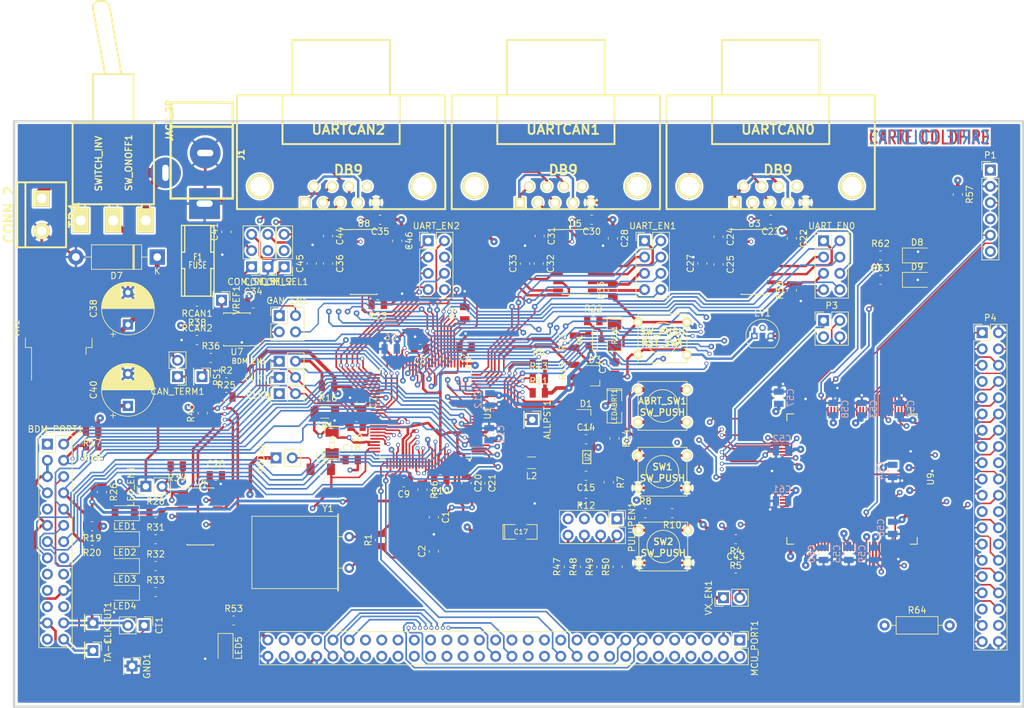
<source format=kicad_pcb>
(kicad_pcb (version 20221018) (generator pcbnew)
  (title_block (title "Demo Kicad") (date "2015-10-09") (rev "2"))
  (layers (0 "F.Cu" signal "Top_layer") (1 "In1.Cu" power "GND_layer") (2 "In2.Cu" power "VDD_layer") (31 "B.Cu" signal "Bottom_layer") (34 "B.Paste" user) (35 "F.Paste" user) (36 "B.SilkS" user "B.Silkscreen") (37 "F.SilkS" user "F.Silkscreen") (38 "B.Mask" user) (39 "F.Mask" user) (44 "Edge.Cuts" user))
  (net 0 "")
  (net 1 "/ALLPST")
  (net 2 "/AN2")
  (net 3 "/AN3")
  (net 4 "/AN4")
  (net 5 "/AN6")
  (net 6 "/BKPT-")
  (net 7 "/CLKIN/EXTAL")
  (net 8 "/CLKMOD0")
  (net 9 "/CLKMOD1")
  (net 10 "/DDAT0")
  (net 11 "/DDAT1")
  (net 12 "/DDAT2")
  (net 13 "/DDAT3")
  (net 14 "/DSCLK")
  (net 15 "/DSI")
  (net 16 "/DSO")
  (net 17 "/DTIN1")
  (net 18 "/GPT1")
  (net 19 "/GPT3")
  (net 20 "/IRQ-5")
  (net 21 "/IRQ-6")
  (net 22 "/IRQ-7")
  (net 23 "/JTAG_EN")
  (net 24 "/PST0")
  (net 25 "/PST1")
  (net 26 "/PST2")
  (net 27 "/PST3")
  (net 28 "/QSPI_CS3")
  (net 29 "/TCLK")
  (net 30 "/VDDPLL")
  (net 31 "/inout_user/CAN_H")
  (net 32 "/inout_user/CAN_L")
  (net 33 "/inout_user/CTS0")
  (net 34 "/inout_user/CTS1")
  (net 35 "/inout_user/CTS2/CANH")
  (net 36 "/inout_user/RTS0")
  (net 37 "/inout_user/RTS1")
  (net 38 "/inout_user/RTS2")
  (net 39 "/inout_user/RXD0")
  (net 40 "/inout_user/RXD1")
  (net 41 "/inout_user/RXD2")
  (net 42 "/inout_user/RxD_CAN")
  (net 43 "/inout_user/TXD0")
  (net 44 "/inout_user/TXD1")
  (net 45 "/inout_user/TXD2/CANL")
  (net 46 "/inout_user/TxD_CAN")
  (net 47 "/xilinx/+3,3V_OUT")
  (net 48 "/xilinx/LED_TEST1")
  (net 49 "/xilinx/LED_TEST2")
  (net 50 "/xilinx/TCK")
  (net 51 "/xilinx/TDI")
  (net 52 "/xilinx/TDO")
  (net 53 "/xilinx/TMS")
  (net 54 "/xilinx/XIL_D0")
  (net 55 "/xilinx/XIL_D1")
  (net 56 "/xilinx/XIL_D10")
  (net 57 "/xilinx/XIL_D11")
  (net 58 "/xilinx/XIL_D12")
  (net 59 "/xilinx/XIL_D13")
  (net 60 "/xilinx/XIL_D14")
  (net 61 "/xilinx/XIL_D15")
  (net 62 "/xilinx/XIL_D16")
  (net 63 "/xilinx/XIL_D17")
  (net 64 "/xilinx/XIL_D18")
  (net 65 "/xilinx/XIL_D19")
  (net 66 "/xilinx/XIL_D2")
  (net 67 "/xilinx/XIL_D20")
  (net 68 "/xilinx/XIL_D21")
  (net 69 "/xilinx/XIL_D22")
  (net 70 "/xilinx/XIL_D23")
  (net 71 "/xilinx/XIL_D24")
  (net 72 "/xilinx/XIL_D25")
  (net 73 "/xilinx/XIL_D26")
  (net 74 "/xilinx/XIL_D27")
  (net 75 "/xilinx/XIL_D28")
  (net 76 "/xilinx/XIL_D29")
  (net 77 "/xilinx/XIL_D3")
  (net 78 "/xilinx/XIL_D30")
  (net 79 "/xilinx/XIL_D31")
  (net 80 "/xilinx/XIL_D32")
  (net 81 "/xilinx/XIL_D33")
  (net 82 "/xilinx/XIL_D34")
  (net 83 "/xilinx/XIL_D35")
  (net 84 "/xilinx/XIL_D36")
  (net 85 "/xilinx/XIL_D4")
  (net 86 "/xilinx/XIL_D5")
  (net 87 "/xilinx/XIL_D6")
  (net 88 "/xilinx/XIL_D7")
  (net 89 "/xilinx/XIL_D8")
  (net 90 "/xilinx/XIL_D9")
  (net 91 "GND")
  (net 92 "Net-(ABRT_SW1-Pad1)")
  (net 93 "Net-(BDM_PORT1-Pad6)")
  (net 94 "Net-(BDM_PORT1-Pad26)")
  (net 95 "Net-(C3-Pad1)")
  (net 96 "Net-(C15-Pad1)")
  (net 97 "GNDA")
  (net 98 "Net-(C23-Pad2)")
  (net 99 "Net-(C24-Pad1)")
  (net 100 "Net-(C24-Pad2)")
  (net 101 "Net-(C25-Pad1)")
  (net 102 "Net-(C25-Pad2)")
  (net 103 "Net-(C27-Pad1)")
  (net 104 "Net-(C30-Pad2)")
  (net 105 "Net-(C31-Pad1)")
  (net 106 "Net-(C31-Pad2)")
  (net 107 "Net-(C32-Pad1)")
  (net 108 "Net-(C32-Pad2)")
  (net 109 "Net-(C33-Pad1)")
  (net 110 "Net-(C35-Pad2)")
  (net 111 "Net-(C36-Pad1)")
  (net 112 "Net-(C36-Pad2)")
  (net 113 "Net-(C38-Pad1)")
  (net 114 "Net-(C43-Pad2)")
  (net 115 "Net-(C44-Pad1)")
  (net 116 "Net-(C44-Pad2)")
  (net 117 "Net-(C45-Pad1)")
  (net 118 "Net-(CAN_TERM1-Pad2)")
  (net 119 "Net-(COM_SEL1-Pad3)")
  (net 120 "Net-(COM_SEL2-Pad3)")
  (net 121 "Net-(COM_SEL3-Pad3)")
  (net 122 "Net-(D8-Pad1)")
  (net 123 "Net-(D9-Pad1)")
  (net 124 "Net-(F1-Pad1)")
  (net 125 "Net-(J1-Pad3)")
  (net 126 "Net-(L1-Pad1)")
  (net 127 "Net-(LED1-Pad1)")
  (net 128 "Net-(LED2-Pad1)")
  (net 129 "Net-(LED3-Pad1)")
  (net 130 "Net-(LED4-Pad1)")
  (net 131 "Net-(LED5-Pad1)")
  (net 132 "Net-(LEDABRT1-Pad2)")
  (net 133 "Net-(LED_EN1-Pad2)")
  (net 134 "/AN0")
  (net 135 "/AN1")
  (net 136 "/QSPI_CS0")
  (net 137 "/AN5")
  (net 138 "/AN7")
  (net 139 "/IRQ-4")
  (net 140 "/DTIN0")
  (net 141 "/DTIN2")
  (net 142 "/DTIN3")
  (net 143 "/GPT0")
  (net 144 "/GPT2")
  (net 145 "Net-(P3-Pad2)")
  (net 146 "Net-(P3-Pad4)")
  (net 147 "Net-(PULUPEN1-Pad2)")
  (net 148 "Net-(PULUPEN1-Pad4)")
  (net 149 "Net-(PULUPEN1-Pad6)")
  (net 150 "Net-(PULUPEN1-Pad8)")
  (net 151 "Net-(Q1-Pad2)")
  (net 152 "Net-(Q1-Pad3)")
  (net 153 "Net-(R9-Pad1)")
  (net 154 "Net-(R22-Pad2)")
  (net 155 "Net-(R23-Pad2)")
  (net 156 "Net-(R28-Pad2)")
  (net 157 "Net-(R30-Pad2)")
  (net 158 "Net-(R31-Pad2)")
  (net 159 "Net-(R32-Pad2)")
  (net 160 "Net-(R33-Pad2)")
  (net 161 "Net-(R35-Pad2)")
  (net 162 "Net-(R36-Pad1)")
  (net 163 "Net-(R46-Pad1)")
  (net 164 "Net-(U3-Pad9)")
  (net 165 "Net-(U3-Pad11)")
  (net 166 "Net-(U3-Pad12)")
  (net 167 "Net-(U5-Pad9)")
  (net 168 "Net-(U5-Pad11)")
  (net 169 "Net-(U5-Pad12)")
  (net 170 "Net-(U7-Pad5)")
  (net 171 "Net-(U8-Pad9)")
  (net 172 "Net-(U8-Pad10)")
  (net 173 "Net-(U8-Pad12)")
  (net 174 "Net-(UARTCAN0-Pad1)")
  (net 175 "Net-(UARTCAN1-Pad1)")
  (net 176 "Net-(UARTCAN2-Pad1)")
  (net 177 "+3.3V")
  (net 178 "Net-(D1-Pad1)")
  (net 179 "/VCCA")
  (net 180 "/IRQ-1")
  (net 181 "/IRQ-2")
  (net 182 "/IRQ-3")
  (net 183 "/XTAL")
  (net 184 "/RCON-")
  (net 185 "/RSTO-")
  (net 186 "/RSTI-")
  (net 187 "/QSPI_CS1")
  (net 188 "/URTS1")
  (net 189 "/UCTS1")
  (net 190 "/QSPI_CLK")
  (net 191 "/DSPI_DOUT")
  (net 192 "/QSPI_DIN")
  (net 193 "/QSPI_CS2")
  (net 194 "/URXD1")
  (net 195 "/UTXD1")
  (net 196 "/PWM7")
  (net 197 "/PWM5")
  (net 198 "/PWM1")
  (net 199 "/PWM3")
  (net 200 "/URTS2")
  (net 201 "/UTXD2")
  (net 202 "/URXD2")
  (net 203 "/UCTS2")
  (net 204 "/CANRX")
  (net 205 "/CANTX")
  (net 206 "/URTS0")
  (net 207 "/UTXD0")
  (net 208 "/URXD0")
  (net 209 "/UCTS0")
  (net 210 "Net-(SW_ONOFF1-Pad1)")
  (net 211 "Net-(UARTCAN2-Pad9)")
  (net 212 "Net-(UARTCAN0-Pad9)")
  (net 213 "Net-(UARTCAN1-Pad9)")
  (net 214 "Net-(VR1-Pad4)")
  (net 215 "Net-(U9-Pad141)")
  (net 216 "Net-(U9-Pad133)")
  (net 217 "Net-(U9-Pad121)")
  (net 218 "Net-(U9-Pad120)")
  (net 219 "Net-(U9-Pad110)")
  (net 220 "Net-(U9-Pad106)")
  (net 221 "Net-(U9-Pad103)")
  (net 222 "Net-(U9-Pad102)")
  (net 223 "Net-(U9-Pad94)")
  (net 224 "Net-(U9-Pad93)")
  (net 225 "Net-(U9-Pad92)")
  (net 226 "Net-(U9-Pad91)")
  (net 227 "Net-(U9-Pad90)")
  (net 228 "Net-(U9-Pad88)")
  (net 229 "Net-(U9-Pad87)")
  (net 230 "Net-(U9-Pad86)")
  (net 231 "Net-(U9-Pad84)")
  (net 232 "Net-(U9-Pad83)")
  (net 233 "Net-(U9-Pad82)")
  (net 234 "Net-(U9-Pad81)")
  (net 235 "Net-(U9-Pad80)")
  (net 236 "Net-(U9-Pad79)")
  (net 237 "Net-(U9-Pad78)")
  (net 238 "Net-(U9-Pad77)")
  (net 239 "Net-(U9-Pad75)")
  (net 240 "Net-(U9-Pad74)")
  (net 241 "Net-(U9-Pad72)")
  (net 242 "Net-(U9-Pad71)")
  (net 243 "Net-(U9-Pad70)")
  (net 244 "Net-(U9-Pad69)")
  (net 245 "Net-(U9-Pad68)")
  (net 246 "Net-(U9-Pad67)")
  (net 247 "Net-(U9-Pad66)")
  (net 248 "Net-(U9-Pad65)")
  (net 249 "Net-(U9-Pad63)")
  (net 250 "Net-(U9-Pad62)")
  (net 251 "Net-(U9-Pad61)")
  (net 252 "Net-(U9-Pad60)")
  (net 253 "Net-(U9-Pad56)")
  (net 254 "Net-(U9-Pad55)")
  (net 255 "Net-(U9-Pad41)")
  (net 256 "Net-(U9-Pad40)")
  (net 257 "Net-(U9-Pad39)")
  (net 258 "Net-(U9-Pad38)")
  (net 259 "Net-(U9-Pad37)")
  (net 260 "Net-(U9-Pad36)")
  (net 261 "Net-(U9-Pad35)")
  (net 262 "Net-(U9-Pad34)")
  (net 263 "Net-(U9-Pad30)")
  (net 264 "Net-(U9-Pad29)")
  (net 265 "Net-(U9-Pad26)")
  (net 266 "Net-(U9-Pad25)")
  (net 267 "Net-(U9-Pad23)")
  (net 268 "Net-(U9-Pad22)")
  (net 269 "Net-(U9-Pad21)")
  (net 270 "Net-(U9-Pad19)")
  (net 271 "Net-(U9-Pad18)")
  (net 272 "Net-(U9-Pad16)")
  (net 273 "Net-(U9-Pad15)")
  (net 274 "Net-(U9-Pad14)")
  (net 275 "Net-(U9-Pad9)")
  (net 276 "Net-(BDM_PORT1-Pad22)")
  (net 277 "Net-(BDM_PORT1-Pad21)")
  (net 278 "Net-(BDM_PORT1-Pad1)")
  (footprint "discret:SW_PUSH_SMALL" (layer "F.Cu") (at 172.339 100.33)
    (fp_text reference "ABRT_SW1")
    (fp_text value "SW_PUSH")
  )
  (footprint "Connector_PinHeader_2.54mm:PinHeader_1x01_P2.54mm_Vertical" (layer "F.Cu") (at 152.019 102.489 -90)
    (fp_text reference "ALLPST1")
    (fp_text value "CONN_1")
  )
  (footprint "Connector_PinHeader_2.54mm:PinHeader_1x02_P2.54mm_Vertical" (layer "F.Cu") (at 112.522 93.345 90)
    (fp_text reference "BDM_EN1")
    (fp_text value "JUMPER")
  )
  (footprint "Connector_PinHeader_2.54mm:PinHeader_2x13_P2.54mm_Vertical" (layer "F.Cu") (at 76.327 106.299)
    (fp_text reference "BDM_PORT1")
    (fp_text value "CONN_13X2")
  )
  (footprint "Resistor_SMD:R_0805_2012Metric" (layer "F.Cu") (at 136.652 117.729 -90)
    (fp_text reference "C1")
    (fp_text value "10pF")
  )
  (footprint "Resistor_SMD:R_0805_2012Metric" (layer "F.Cu") (at 136.652 123.063 90)
    (fp_text reference "C2")
    (fp_text value "10pF")
  )
  (footprint "Resistor_SMD:R_0805_2012Metric" (layer "F.Cu") (at 164.846 94.361 90)
    (fp_text reference "C3")
    (fp_text value "1nF")
  )
  (footprint "Resistor_SMD:R_0805_2012Metric" (layer "F.Cu") (at 141.605 91.059 180)
    (fp_text reference "C4")
    (fp_text value "100nF")
  )
  (footprint "Resistor_SMD:R_0805_2012Metric" (layer "F.Cu") (at 134.493 91.44 180)
    (fp_text reference "C5")
    (fp_text value "100nF")
  )
  (footprint "Resistor_SMD:R_0805_2012Metric" (layer "F.Cu") (at 125.349 99.822 -90)
    (fp_text reference "C7")
    (fp_text value "100nF")
  )
  (footprint "Resistor_SMD:R_0805_2012Metric" (layer "F.Cu") (at 124.587 103.505 180)
    (fp_text reference "C8")
    (fp_text value "100nF")
  )
  (footprint "Resistor_SMD:R_0805_2012Metric" (layer "F.Cu") (at 131.953 112.268 180)
    (fp_text reference "C9")
    (fp_text value "100nF")
  )
  (footprint "Resistor_SMD:R_0805_2012Metric" (layer "F.Cu") (at 137.668 111.76 180)
    (fp_text reference "C10")
    (fp_text value "100nF")
  )
  (footprint "Resistor_SMD:R_0805_2012Metric" (layer "F.Cu") (at 160.401 105.537)
    (fp_text reference "C14")
    (fp_text value "100nF")
  )
  (footprint "Resistor_SMD:R_0805_2012Metric" (layer "F.Cu") (at 160.401 111.252 180)
    (fp_text reference "C15")
    (fp_text value "100nF")
  )
  (footprint "lib_smd:SM1206POL" (layer "F.Cu") (at 120.777 106.045 90)
    (fp_text reference "C16")
    (fp_text value "10uF" hide)
  )
  (footprint "lib_smd:SM1206POL" (layer "F.Cu") (at 150.241 120.015)
    (fp_text reference "C17")
    (fp_text value "100uF" hide)
  )
  (footprint "Resistor_SMD:R_0805_2012Metric" (layer "F.Cu") (at 123.825 108.712)
    (fp_text reference "C18")
    (fp_text value "100nF")
  )
  (footprint "Resistor_SMD:R_0805_2012Metric" (layer "F.Cu") (at 141.732 112.395 -90)
    (fp_text reference "C20")
    (fp_text value "1nF")
  )
  (footprint "Resistor_SMD:R_0805_2012Metric" (layer "F.Cu") (at 143.891 112.395 -90)
    (fp_text reference "C21")
    (fp_text value "100nF")
  )
  (footprint "Resistor_SMD:R_0805_2012Metric" (layer "F.Cu") (at 192.532 74.168 -90)
    (fp_text reference "C22")
    (fp_text value "100nF")
  )
  (footprint "Resistor_SMD:R_0805_2012Metric" (layer "F.Cu") (at 189.23 71.247 180)
    (fp_text reference "C23")
    (fp_text value "100nF")
  )
  (footprint "Resistor_SMD:R_0805_2012Metric" (layer "F.Cu") (at 181.102 73.914 -90)
    (fp_text reference "C24")
    (fp_text value "100nF")
  )
  (footprint "Resistor_SMD:R_0805_2012Metric" (layer "F.Cu") (at 181.102 78.232 -90)
    (fp_text reference "C25")
    (fp_text value "100nF")
  )
  (footprint "Resistor_SMD:R_0805_2012Metric" (layer "F.Cu") (at 102.616 111.252)
    (fp_text reference "C26")
    (fp_text value "100nF")
  )
  (footprint "Resistor_SMD:R_0805_2012Metric" (layer "F.Cu") (at 178.562 78.105 90)
    (fp_text reference "C27")
    (fp_text value "100nF")
  )
  (footprint "Resistor_SMD:R_0805_2012Metric" (layer "F.Cu") (at 164.592 74.168 -90)
    (fp_text reference "C28")
    (fp_text value "100nF")
  )
  (footprint "Resistor_SMD:R_0805_2012Metric" (layer "F.Cu") (at 161.29 71.247 180)
    (fp_text reference "C30")
    (fp_text value "100nF")
  )
  (footprint "Resistor_SMD:R_0805_2012Metric" (layer "F.Cu") (at 153.162 73.787 -90)
    (fp_text reference "C31")
    (fp_text value "100nF")
  )
  (footprint "Resistor_SMD:R_0805_2012Metric" (layer "F.Cu") (at 153.035 78.105 -90)
    (fp_text reference "C32")
    (fp_text value "100nF")
  )
  (footprint "Resistor_SMD:R_0805_2012Metric" (layer "F.Cu") (at 150.876 78.105 90)
    (fp_text reference "C33")
    (fp_text value "100nF")
  )
  (footprint "Resistor_SMD:R_0805_2012Metric" (layer "F.Cu") (at 108.458 84.328)
    (fp_text reference "C34")
    (fp_text value "100nF")
  )
  (footprint "Resistor_SMD:R_0805_2012Metric" (layer "F.Cu") (at 128.27 71.247 180)
    (fp_text reference "C35")
    (fp_text value "100nF")
  )
  (footprint "Resistor_SMD:R_0805_2012Metric" (layer "F.Cu") (at 120.142 78.105 -90)
    (fp_text reference "C36")
    (fp_text value "100nF")
  )
  (footprint "Capacitor_THT:CP_Radial_D8.0mm_P5.00mm" (layer "F.Cu") (at 88.9 87.63 90)
    (fp_text reference "C38")
    (fp_text value "10uF")
  )
  (footprint "Capacitor_THT:CP_Radial_D8.0mm_P5.00mm" (layer "F.Cu") (at 88.9 100.33 90)
    (fp_text reference "C40")
    (fp_text value "220uF")
  )
  (footprint "Resistor_SMD:R_0805_2012Metric" (layer "F.Cu") (at 104.267 73.152 90)
    (fp_text reference "C41")
    (fp_text value "100nF")
  )
  (footprint "Resistor_SMD:R_0805_2012Metric" (layer "F.Cu") (at 183.769 125.73)
    (fp_text reference "C43")
    (fp_text value "100nF")
  )
  (footprint "Resistor_SMD:R_0805_2012Metric" (layer "F.Cu") (at 120.142 73.787 -90)
    (fp_text reference "C44")
    (fp_text value "100nF")
  )
  (footprint "Resistor_SMD:R_0805_2012Metric" (layer "F.Cu") (at 117.602 78.105 90)
    (fp_text reference "C45")
    (fp_text value "100nF")
  )
  (footprint "Resistor_SMD:R_0805_2012Metric" (layer "F.Cu") (at 130.937 74.549 -90)
    (fp_text reference "C46")
    (fp_text value "100nF")
  )
  (footprint "Connector_PinHeader_2.54mm:PinHeader_1x02_P2.54mm_Vertical" (layer "F.Cu") (at 96.647 95.758 180)
    (fp_text reference "CAN_TERM1")
    (fp_text value "JUMPER")
  )
  (footprint "Connector_PinHeader_2.54mm:PinHeader_1x02_P2.54mm_Vertical" (layer "F.Cu") (at 112.522 95.885 90)
    (fp_text reference "CLK1")
    (fp_text value "JUMPER")
  )
  (footprint "Connector_PinHeader_2.54mm:PinHeader_1x01_P2.54mm_Vertical" (layer "F.Cu") (at 83.439 134.239 -90)
    (fp_text reference "CLKOUT1")
    (fp_text value "CONN_1")
  )
  (footprint "Connector_PinHeader_2.54mm:PinHeader_1x03_P2.54mm_Vertical" (layer "F.Cu") (at 113.284 78.613 180)
    (fp_text reference "COM_SEL1")
    (fp_text value "CONN_3")
  )
  (footprint "Connector_PinHeader_2.54mm:PinHeader_1x03_P2.54mm_Vertical" (layer "F.Cu") (at 110.744 78.613 180)
    (fp_text reference "COM_SEL2")
    (fp_text value "CONN_3")
  )
  (footprint "Connector_PinHeader_2.54mm:PinHeader_1x02_P2.54mm_Vertical" (layer "F.Cu") (at 91.44 134.62 -90)
    (fp_text reference "CT1")
    (fp_text value "JUMPER")
  )
  (footprint "Diode_SMD:D_SOT-23_ANK" (layer "F.Cu") (at 160.401 102.489)
    (fp_text reference "D1")
    (fp_text value "BAT54")
  )
  (footprint "Diode_SMD:D_SOT-23_ANK" (layer "F.Cu") (at 161.798 95.631)
    (fp_text reference "D3")
    (fp_text value "BAT54")
  )
  (footprint "Diode_THT:D_DO-15_P12.70mm_Horizontal" (layer "F.Cu") (at 93.472 77.089 180)
    (fp_text reference "D7")
    (fp_text value "1N4004")
  )
  (footprint "LED_SMD:LED_1206_3216Metric" (layer "F.Cu") (at 212.09 76.835)
    (fp_text reference "D8")
    (fp_text value "LED")
  )
  (footprint "LED_SMD:LED_1206_3216Metric" (layer "F.Cu") (at 212.09 80.645)
    (fp_text reference "D9")
    (fp_text value "LED")
  )
  (footprint "lib_smd:FSUPCMS" (layer "F.Cu") (at 99.8 77.6)
    (fp_text reference "F1")
    (fp_text value "FUSE")
  )
  (footprint "Resistor_SMD:R_1206_3216Metric_Pad1.24x1.80mm_HandSolder" (layer "F.Cu") (at 119.634 101.346 180)
    (fp_text reference "FB1")
    (fp_text value "BEAD")
  )
  (footprint "Connector_PinHeader_2.54mm:PinHeader_1x01_P2.54mm_Vertical" (layer "F.Cu") (at 89.535 140.97 -90)
    (fp_text reference "GND1")
    (fp_text value "CONN_1")
  )
  (footprint "connect:JACK_ALIM" (layer "F.Cu") (at 100.965 60.833 -90)
    (fp_text reference "J1")
    (fp_text value "JACK_2P")
  )
  (footprint "Resistor_SMD:R_1206_3216Metric_Pad1.24x1.80mm_HandSolder" (layer "F.Cu") (at 118.999 110.236)
    (fp_text reference "L1")
    (fp_text value "10uH")
  )
  (footprint "Resistor_SMD:R_1206_3216Metric_Pad1.24x1.80mm_HandSolder" (layer "F.Cu") (at 151.892 109.22 180)
    (fp_text reference "L2")
    (fp_text value "10uH")
  )
  (footprint "LED_SMD:LED_1206_3216Metric" (layer "F.Cu") (at 88.392 117.094 180)
    (fp_text reference "LED1")
    (fp_text value "LED")
  )
  (footprint "LED_SMD:LED_1206_3216Metric" (layer "F.Cu") (at 88.392 121.158 180)
    (fp_text reference "LED2")
    (fp_text value "LED")
  )
  (footprint "LED_SMD:LED_1206_3216Metric" (layer "F.Cu") (at 88.392 125.349 180)
    (fp_text reference "LED3")
    (fp_text value "LED")
  )
  (footprint "LED_SMD:LED_1206_3216Metric" (layer "F.Cu") (at 88.392 129.54 180)
    (fp_text reference "LED4")
    (fp_text value "LED")
  )
  (footprint "LED_SMD:LED_1206_3216Metric" (layer "F.Cu") (at 104.14 138.176 -90)
    (fp_text reference "LED5")
    (fp_text value "LED")
  )
  (footprint "lib_smd:SM1206POL" (layer "F.Cu") (at 164.846 100.457 -90)
    (fp_text reference "LEDABRT1")
    (fp_text value "RED" hide)
  )
  (footprint "Connector_PinHeader_2.54mm:PinHeader_1x02_P2.54mm_Vertical" (layer "F.Cu") (at 91.694 112.903 90)
    (fp_text reference "LED_EN1")
    (fp_text value "JUMPER")
  )
  (footprint "TO_SOT_Packages_THT:TO-92_Molded_Narrow" (layer "F.Cu") (at 186.69 89.408)
    (fp_text reference "LV1")
    (fp_text value "DS1818")
  )
  (footprint "Connector_PinHeader_2.54mm:PinHeader_2x30_P2.54mm_Vertical" (layer "F.Cu") (at 184.404 136.906 -90)
    (fp_text reference "MCU_PORT1")
    (fp_text value "CONN_30X2")
  )
  (footprint "Connector_PinHeader_2.54mm:PinHeader_1x06_P2.54mm_Vertical" (layer "F.Cu") (at 223.52 63.5)
    (fp_text reference "P1")
    (fp_text value "CONN_6")
  )
  (footprint "Connector_PinHeader_2.54mm:PinHeader_2x02_P2.54mm_Vertical" (layer "F.Cu") (at 197.485 86.995)
    (fp_text reference "P3")
    (fp_text value "CONN_2X2")
  )
  (footprint "Connector_PinHeader_2.54mm:PinHeader_2x20_P2.54mm_Vertical" (layer "F.Cu") (at 222.25 88.9)
    (fp_text reference "P4")
    (fp_text value "CONN_20X2")
  )
  (footprint "Connector_PinHeader_2.54mm:PinHeader_2x04_P2.54mm_Vertical" (layer "F.Cu") (at 165.227 117.983 -90)
    (fp_text reference "PULUPEN1")
    (fp_text value "CONN_4X2")
  )
  (footprint "lib_smd:SOT23EBC" (layer "F.Cu") (at 161.798 90.043 90)
    (fp_text reference "Q1")
    (fp_text value "3906" hide)
  )
  (footprint "Resistor_SMD:R_0805_2012Metric" (layer "F.Cu") (at 128.27 121.285 90)
    (fp_text reference "R1")
    (fp_text value "1M")
  )
  (footprint "Resistor_SMD:R_0805_2012Metric" (layer "F.Cu") (at 104.267 96.647)
    (fp_text reference "R2")
    (fp_text value "4,7K")
  )
  (footprint "Resistor_SMD:R_0805_2012Metric" (layer "F.Cu") (at 183.769 121.158 180)
    (fp_text reference "R4")
    (fp_text value "10K")
  )
  (footprint "Resistor_SMD:R_0805_2012Metric" (layer "F.Cu") (at 183.769 123.444 180)
    (fp_text reference "R5")
    (fp_text value "10K")
  )
  (footprint "Resistor_SMD:R_0805_2012Metric" (layer "F.Cu") (at 153.035 93.853)
    (fp_text reference "R6")
    (fp_text value "10K")
  )
  (footprint "Resistor_SMD:R_0805_2012Metric" (layer "F.Cu") (at 163.957 112.268 -90)
    (fp_text reference "R7")
    (fp_text value "1K")
  )
  (footprint "Resistor_SMD:R_0805_2012Metric" (layer "F.Cu") (at 169.672 117.094)
    (fp_text reference "R8")
    (fp_text value "10K")
  )
  (footprint "Resistor_SMD:R_0805_2012Metric" (layer "F.Cu") (at 141.478 85.852 90)
    (fp_text reference "R9")
    (fp_text value "0")
  )
  (footprint "Resistor_SMD:R_0805_2012Metric" (layer "F.Cu") (at 173.863 117.094 180)
    (fp_text reference "R10")
    (fp_text value "10K")
  )
  (footprint "Resistor_SMD:R_0805_2012Metric" (layer "F.Cu") (at 153.035 98.298)
    (fp_text reference "R11")
    (fp_text value "10K")
  )
  (footprint "Resistor_SMD:R_0805_2012Metric" (layer "F.Cu") (at 160.401 114.046 180)
    (fp_text reference "R12")
    (fp_text value "20K")
  )
  (footprint "Resistor_SMD:R_0805_2012Metric" (layer "F.Cu") (at 153.035 96.012)
    (fp_text reference "R13")
    (fp_text value "10K")
  )
  (footprint "Resistor_SMD:R_0805_2012Metric" (layer "F.Cu") (at 164.846 105.41 -90)
    (fp_text reference "R14")
    (fp_text value "270")
  )
  (footprint "Resistor_SMD:R_0805_2012Metric" (layer "F.Cu") (at 158.623 94.869 90)
    (fp_text reference "R15")
    (fp_text value "4,7K")
  )
  (footprint "Resistor_SMD:R_0805_2012Metric" (layer "F.Cu") (at 120.142 97.282 180)
    (fp_text reference "R16")
    (fp_text value "4,7K")
  )
  (footprint "Resistor_SMD:R_0805_2012Metric" (layer "F.Cu") (at 83.312 104.267 180)
    (fp_text reference "R17")
    (fp_text value "4,7K")
  )
  (footprint "Resistor_SMD:R_0805_2012Metric" (layer "F.Cu") (at 83.312 106.553 180)
    (fp_text reference "R18")
    (fp_text value "4,7K")
  )
  (footprint "Resistor_SMD:R_0805_2012Metric" (layer "F.Cu") (at 83.312 119.126 180)
    (fp_text reference "R19")
    (fp_text value "4,7K")
  )
  (footprint "Resistor_SMD:R_0805_2012Metric" (layer "F.Cu") (at 83.312 121.412 180)
    (fp_text reference "R20")
    (fp_text value "4,7K")
  )
  (footprint "Resistor_SMD:R_0805_2012Metric" (layer "F.Cu") (at 158.623 90.297 90)
    (fp_text reference "R21")
    (fp_text value "4.7K")
  )
  (footprint "Resistor_SMD:R_0805_2012Metric" (layer "F.Cu") (at 161.544 86.995)
    (fp_text reference "R22")
    (fp_text value "270")
  )
  (footprint "Resistor_SMD:R_0805_2012Metric" (layer "F.Cu") (at 127.889 84.455 180)
    (fp_text reference "R23")
    (fp_text value "10K")
  )
  (footprint "Resistor_SMD:R_0805_2012Metric" (layer "F.Cu") (at 104.267 98.933)
    (fp_text reference "R25")
    (fp_text value "4,7K")
  )
  (footprint "Resistor_SMD:R_0805_2012Metric" (layer "F.Cu") (at 84.836 113.792 -90)
    (fp_text reference "R26")
    (fp_text value "10K")
  )
  (footprint "Resistor_SMD:R_0805_2012Metric" (layer "F.Cu") (at 93.218 117.094)
    (fp_text reference "R28")
    (fp_text value "270")
  )
  (footprint "Resistor_SMD:R_0805_2012Metric" (layer "F.Cu") (at 192.532 82.296 90)
    (fp_text reference "R30")
    (fp_text value "10K")
  )
  (footprint "Resistor_SMD:R_0805_2012Metric" (layer "F.Cu") (at 93.218 121.158)
    (fp_text reference "R31")
    (fp_text value "270")
  )
  (footprint "Resistor_SMD:R_0805_2012Metric" (layer "F.Cu") (at 93.218 125.349)
    (fp_text reference "R32")
    (fp_text value "270")
  )
  (footprint "Resistor_SMD:R_0805_2012Metric" (layer "F.Cu") (at 93.218 129.413)
    (fp_text reference "R33")
    (fp_text value "270")
  )
  (footprint "Resistor_SMD:R_0805_2012Metric" (layer "F.Cu") (at 96.52 109.728 180)
    (fp_text reference "R34")
    (fp_text value "10K")
  )
  (footprint "Resistor_SMD:R_0805_2012Metric" (layer "F.Cu") (at 164.592 82.296 90)
    (fp_text reference "R35")
    (fp_text value "10K")
  )
  (footprint "Resistor_SMD:R_0805_2012Metric" (layer "F.Cu") (at 101.854 92.837)
    (fp_text reference "R36")
    (fp_text value "1K")
  )
  (footprint "Resistor_SMD:R_0805_2012Metric" (layer "F.Cu") (at 99.695 85.471 180)
    (fp_text reference "R38")
    (fp_text value "62")
  )
  (footprint "Resistor_SMD:R_0805_2012Metric" (layer "F.Cu") (at 100.584 101.473 90)
    (fp_text reference "R45")
    (fp_text value "4,7K")
  )
  (footprint "Resistor_SMD:R_0805_2012Metric" (layer "F.Cu") (at 134.874 113.411 -90)
    (fp_text reference "R46")
    (fp_text value "22")
  )
  (footprint "Resistor_SMD:R_0805_2012Metric" (layer "F.Cu") (at 157.734 125.476 90)
    (fp_text reference "R47")
    (fp_text value "4,7K")
  )
  (footprint "Resistor_SMD:R_0805_2012Metric" (layer "F.Cu") (at 160.274 125.476 90)
    (fp_text reference "R48")
    (fp_text value "4,7K")
  )
  (footprint "Resistor_SMD:R_0805_2012Metric" (layer "F.Cu") (at 162.814 125.476 90)
    (fp_text reference "R49")
    (fp_text value "4,7K")
  )
  (footprint "Resistor_SMD:R_0805_2012Metric" (layer "F.Cu") (at 165.354 125.476 90)
    (fp_text reference "R50")
    (fp_text value "4,7K")
  )
  (footprint "Resistor_SMD:R_0805_2012Metric" (layer "F.Cu") (at 105.41 133.858)
    (fp_text reference "R53")
    (fp_text value "270")
  )
  (footprint "Resistor_SMD:R_0805_2012Metric" (layer "F.Cu") (at 218.44 67.31 -90)
    (fp_text reference "R57")
    (fp_text value "4K7")
  )
  (footprint "Resistor_SMD:R_0805_2012Metric" (layer "F.Cu") (at 206.375 76.835)
    (fp_text reference "R62")
    (fp_text value "1K")
  )
  (footprint "Resistor_SMD:R_0805_2012Metric" (layer "F.Cu") (at 206.375 80.645)
    (fp_text reference "R63")
    (fp_text value "1K")
  )
  (footprint "Resistor_THT:R_Axial_DIN0207_L6.3mm_D2.5mm_P10.16mm_Horizontal" (layer "F.Cu") (at 207.01 134.62)
    (fp_text reference "R64")
    (fp_text value "3,3")
  )
  (footprint "Resistor_SMD:R_0805_2012Metric" (layer "F.Cu") (at 99.695 87.757)
    (fp_text reference "RCAN1")
    (fp_text value "R")
  )
  (footprint "Resistor_SMD:R_0805_2012Metric" (layer "F.Cu") (at 99.695 90.043)
    (fp_text reference "RCAN2")
    (fp_text value "R")
  )
  (footprint "lib_smd:SM1206POL" (layer "F.Cu") (at 164.846 89.281 -90)
    (fp_text reference "RED1")
    (fp_text value "LED_RESET1" hide)
  )
  (footprint "Connector_PinHeader_2.54mm:PinHeader_1x01_P2.54mm_Vertical" (layer "F.Cu") (at 100.457 95.758 -90)
    (fp_text reference "RS1")
    (fp_text value "CONN_1")
  )
  (footprint "discret:SW_PUSH_SMALL" (layer "F.Cu") (at 172.339 89.789 180)
    (fp_text reference "RST_SW1")
    (fp_text value "SW_PUSH")
  )
  (footprint "discret:SW_PUSH_SMALL" (layer "F.Cu") (at 172.339 110.617)
    (fp_text reference "SW1")
    (fp_text value "SW_PUSH")
  )
  (footprint "discret:SW_PUSH_SMALL" (layer "F.Cu") (at 172.466 122.301)
    (fp_text reference "SW2")
    (fp_text value "SW_PUSH")
  )
  (footprint "discret:SW_SPDT" (layer "F.Cu") (at 86.614 71.374 90)
    (fp_text reference "SW_ONOFF1")
    (fp_text value "SWITCH_INV")
  )
  (footprint "Connector_PinHeader_2.54mm:PinHeader_1x01_P2.54mm_Vertical" (layer "F.Cu") (at 83.439 138.557 -90)
    (fp_text reference "TA-1")
    (fp_text value "CONN_1")
  )
  (footprint "connect:bornier2" (layer "F.Cu") (at 75.438 70.485 -90)
    (fp_text reference "TB1")
    (fp_text value "CONN_2")
  )
  (footprint "Package_QFP:LQFP-100_14x14mm_P0.5mm" (layer "F.Cu") (at 135.382 101.473 -90)
    (fp_text reference "U1")
    (fp_text value "MCF5213-LQFP100")
  )
  (footprint "lib_smd:SOT353" (layer "F.Cu") (at 160.528 108.331)
    (fp_text reference "U2")
    (fp_text value "74AHC1G14" hide)
  )
  (footprint "Package_SO:SOIC-16_3.9x9.9mm_P1.27mm" (layer "F.Cu") (at 186.69 77.851)
    (fp_text reference "U3")
    (fp_text value "MAX202")
  )
  (footprint "Package_SO:SOIC-16_3.9x9.9mm_P1.27mm" (layer "F.Cu") (at 158.75 77.851)
    (fp_text reference "U5")
    (fp_text value "MAX202")
  )
  (footprint "Package_SO:SOIC-8_3.9x4.9mm_P1.27mm" (layer "F.Cu") (at 105.918 88.392 180)
    (fp_text reference "U7")
    (fp_text value "PCA82C251")
  )
  (footprint "Package_SO:SOIC-16_3.9x9.9mm_P1.27mm" (layer "F.Cu") (at 125.73 77.851)
    (fp_text reference "U8")
    (fp_text value "MAX202")
  )
  (footprint "connect:DB9FC" (layer "F.Cu") (at 189.103 67.31)
    (fp_text reference "UARTCAN0")
    (fp_text value "DB9")
  )
  (footprint "connect:DB9FC" (layer "F.Cu") (at 155.575 67.31)
    (fp_text reference "UARTCAN1")
    (fp_text value "DB9")
  )
  (footprint "connect:DB9FC" (layer "F.Cu") (at 122.047 67.31)
    (fp_text reference "UARTCAN2")
    (fp_text value "DB9")
  )
  (footprint "Connector_PinHeader_2.54mm:PinHeader_2x04_P2.54mm_Vertical" (layer "F.Cu") (at 197.485 74.549)
    (fp_text reference "UART_EN0")
    (fp_text value "CONN_4X2")
  )
  (footprint "Connector_PinHeader_2.54mm:PinHeader_2x04_P2.54mm_Vertical" (layer "F.Cu") (at 169.545 74.549)
    (fp_text reference "UART_EN1")
    (fp_text value "CONN_4X2")
  )
  (footprint "Connector_PinHeader_2.54mm:PinHeader_2x04_P2.54mm_Vertical" (layer "F.Cu") (at 135.763 74.549)
    (fp_text reference "UART_EN2")
    (fp_text value "CONN_4X2")
  )
  (footprint "Connector_PinHeader_2.54mm:PinHeader_1x02_P2.54mm_Vertical" (layer "F.Cu") (at 112.014 108.458 90)
    (fp_text reference "VDDA1")
    (fp_text value "JUMPER")
  )
  (footprint "Package_TO_SOT_SMD:TO-263-5_TabPin3" (layer "F.Cu") (at 78.105 88.265 90)
    (fp_text reference "VR1")
    (fp_text value "LT1129_QPACK")
  )
  (footprint "Connector_PinHeader_2.54mm:PinHeader_1x01_P2.54mm_Vertical" (layer "F.Cu") (at 103.505 83.82 -90)
    (fp_text reference "VREF1")
    (fp_text value "CONN_1")
  )
  (footprint "Crystal:Crystal_HC18-U_Horizontal" (layer "F.Cu") (at 123.444 120.777 -90)
    (fp_text reference "Y1")
    (fp_text value "8MHz")
  )
  (footprint "Connector_PinHeader_2.54mm:PinHeader_1x03_P2.54mm_Vertical" (layer "F.Cu") (at 108.204 78.613 180)
    (fp_text reference "COM_SEL3")
    (fp_text value "CONN_3")
  )
  (footprint "Package_QFP:TQFP-144_20x20mm_P0.5mm" (layer "F.Cu") (at 201.93 111.76 -90)
    (fp_text reference "U9")
    (fp_text value "XCR3256-TQ144")
  )
  (footprint "Connector_PinHeader_2.54mm:PinHeader_2x02_P2.54mm_Vertical" (layer "F.Cu") (at 112.522 86.233)
    (fp_text reference "CAN_EN1")
    (fp_text value "CONN_2X2")
  )
  (footprint "Connector_PinHeader_2.54mm:PinHeader_1x02_P2.54mm_Vertical" (layer "F.Cu") (at 112.522 98.425 90)
    (fp_text reference "CLK0")
    (fp_text value "JUMPER")
  )
  (footprint "Connector_PinHeader_2.54mm:PinHeader_1x02_P2.54mm_Vertical" (layer "F.Cu") (at 181.864 130.302 90)
    (fp_text reference "VX_EN1")
    (fp_text value "JUMPER")
  )
  (footprint "Package_SO:SOIC-14_3.9x8.7mm_P1.27mm" (layer "F.Cu") (at 100.203 117.602)
    (fp_text reference "U4")
    (fp_text value "74HC125")
  )
  (footprint "Resistor_SMD:R_0805_2012Metric" (layer "B.Cu") (at 129.921 91.44 180)
    (fp_text reference "C6")
    (fp_text value "100nF")
  )
  (footprint "Resistor_SMD:R_0805_2012Metric" (layer "B.Cu") (at 145.288 104.775 90)
    (fp_text reference "C11")
    (fp_text value "100nF")
  )
  (footprint "Resistor_SMD:R_0805_2012Metric" (layer "B.Cu") (at 145.415 99.314 -90)
    (fp_text reference "C12")
    (fp_text value "100nF")
  )
  (footprint "Resistor_SMD:R_0805_2012Metric" (layer "B.Cu") (at 209.296 100.838 90)
    (fp_text reference "C51")
    (fp_text value "100nF")
  )
  (footprint "Resistor_SMD:R_0805_2012Metric" (layer "B.Cu") (at 191.008 107.315 180)
    (fp_text reference "C52")
    (fp_text value "100nF")
  )
  (footprint "Resistor_SMD:R_0805_2012Metric" (layer "B.Cu") (at 203.454 100.838 90)
    (fp_text reference "C53")
    (fp_text value "100nF")
  )
  (footprint "Resistor_SMD:R_0805_2012Metric" (layer "B.Cu") (at 208.28 110.49 -90)
    (fp_text reference "C54")
    (fp_text value "100nF")
  )
  (footprint "Resistor_SMD:R_0805_2012Metric" (layer "B.Cu") (at 201.422 123.444 -90)
    (fp_text reference "C55")
    (fp_text value "100nF")
  )
  (footprint "Resistor_SMD:R_0805_2012Metric" (layer "B.Cu") (at 208.28 119.38 -90)
    (fp_text reference "C56")
    (fp_text value "100nF")
  )
  (footprint "Resistor_SMD:R_0805_2012Metric" (layer "B.Cu") (at 190.5 99.06 90)
    (fp_text reference "C57")
    (fp_text value "100nF")
  )
  (footprint "Resistor_SMD:R_0805_2012Metric" (layer "B.Cu") (at 199.009 100.838 90)
    (fp_text reference "C58")
    (fp_text value "100nF")
  )
  (footprint "Resistor_SMD:R_0805_2012Metric" (layer "B.Cu") (at 205.359 123.444 -90)
    (fp_text reference "C59")
    (fp_text value "100nF")
  )
  (footprint "Resistor_SMD:R_0805_2012Metric" (layer "B.Cu") (at 197.485 123.444 -90)
    (fp_text reference "C60")
    (fp_text value "100nF")
  )
  (footprint "Resistor_SMD:R_0805_2012Metric" (layer "B.Cu") (at 191.008 115.189 180)
    (fp_text reference "C61")
    (fp_text value "100nF")
  )
  (gr_line (start 228.6 55.88) (end 71.12 55.88) (stroke (width 0.381)) (layer "Edge.Cuts"))
  (gr_line (start 71.12 147.32) (end 228.6 147.32) (stroke (width 0.381)) (layer "Edge.Cuts"))
  (gr_line (start 228.6 55.88) (end 228.6 147.32) (stroke (width 0.381)) (layer "Edge.Cuts"))
  (gr_line (start 71.12 55.88) (end 71.12 147.32) (stroke (width 0.381)) (layer "Edge.Cuts"))
  (gr_text "CARTE COLDFIRE" (at 213.995 58.42) (layer "F.Cu") (effects (font (size 2.032 1.524) (thickness 0.3048))))
  (gr_text "CARTE COLDFIRE" (at 213.995 58.42) (layer "B.Cu") (effects (font (size 2.032 1.524) (thickness 0.3048)) (justify mirror)))
  (segment (start 152.019 102.489) (end 143.129 102.4636) (width 0.254) (layer "F.Cu") (net 1))
  (segment (start 129.032 105.156) (end 128.8034 104.9782) (width 0.254) (layer "F.Cu") (net 2))
  (segment (start 128.8034 104.9782) (end 127.635 104.9782) (width 0.254) (layer "F.Cu") (net 2))
  (segment (start 129.54 105.41) (end 129.032 105.156) (width 0.254) (layer "F.Cu") (net 2))
  (via (at 129.54 105.41) (size 0.635) (drill 0.4) (layers "F.Cu" "B.Cu") (net 2))
  (segment (start 128.7272 105.4862) (end 127.635 105.4862) (width 0.254) (layer "F.Cu") (net 3))
  (segment (start 129.54 106.299) (end 129.032 106.299) (width 0.254) (layer "F.Cu") (net 3))
  (segment (start 129.032 105.791) (end 128.7272 105.4862) (width 0.254) (layer "F.Cu") (net 3))
  (segment (start 129.032 106.299) (end 129.032 105.791) (width 0.254) (layer "F.Cu") (net 3))
  (via (at 129.54 106.299) (size 0.635) (drill 0.4) (layers "F.Cu" "B.Cu") (net 3))
  (segment (start 130.8862 107.6198) (end 131.064 107.442) (width 0.254) (layer "F.Cu") (net 4))
  (segment (start 131.064 107.442) (end 131.064 106.426) (width 0.254) (layer "F.Cu") (net 4))
  (segment (start 130.8862 107.6198) (end 130.8862 109.22) (width 0.254) (layer "F.Cu") (net 4))
  (via (at 131.064 106.426) (size 0.635) (drill 0.4) (layers "F.Cu" "B.Cu") (net 4))
  (segment (start 129.8956 110.3884) (end 129.8956 109.22) (width 0.254) (layer "F.Cu") (net 5))
  (segment (start 129.159 111.125) (end 129.8956 110.3884) (width 0.254) (layer "F.Cu") (net 5))
  (segment (start 129.159 112.014) (end 129.159 111.125) (width 0.254) (layer "F.Cu") (net 5))
  (via (at 129.159 112.014) (size 0.889) (drill 0.4) (layers "F.Cu" "B.Cu") (net 5))
  (segment (start 157.734 138.049) (end 157.734 136.017) (width 0.254) (layer "B.Cu") (net 5))
  (segment (start 159.004 139.446) (end 159.004 139.319) (width 0.254) (layer "B.Cu") (net 5))
  (segment (start 154.178 132.461) (end 138.43 132.461) (width 0.254) (layer "B.Cu") (net 5))
  (segment (start 157.734 136.017) (end 154.178 132.461) (width 0.254) (layer "B.Cu") (net 5))
  (segment (start 159.004 139.319) (end 157.734 138.049) (width 0.254) (layer "B.Cu") (net 5))
  (segment (start 138.43 132.461) (end 129.159 123.19) (width 0.254) (layer "B.Cu") (net 5))
  (segment (start 129.159 123.19) (end 129.159 112.014) (width 0.254) (layer "B.Cu") (net 5))
  (segment (start 78.867 106.299) (end 80.391 104.775) (width 0.381) (layer "F.Cu") (net 6))
  (segment (start 145.288 108.204) (end 144.5514 107.4674) (width 0.254) (layer "F.Cu") (net 6))
  (segment (start 145.288 108.712) (end 145.288 108.204) (width 0.254) (layer "F.Cu") (net 6))
  (segment (start 144.5514 107.4674) (end 143.129 107.4674) (width 0.254) (layer "F.Cu") (net 6))
  (segment (start 146.685 109.855) (end 146.431 109.855) (width 0.254) (layer "F.Cu") (net 6))
  (segment (start 146.431 109.855) (end 145.288 108.712) (width 0.254) (layer "F.Cu") (net 6))
  (segment (start 82.3595 104.267) (end 80.899 104.267) (width 0.4318) (layer "F.Cu") (net 6))
  (segment (start 80.899 104.267) (end 80.391 104.775) (width 0.4318) (layer "F.Cu") (net 6))
  (via (at 87.63 112.141) (size 0.889) (drill 0.4) (layers "F.Cu" "B.Cu") (net 6))
  (via (at 146.685 109.855) (size 0.889) (drill 0.4) (layers "F.Cu" "B.Cu") (net 6))
  (segment (start 100.203 111.379) (end 107.696 111.379) (width 0.254) (layer "B.Cu") (net 6))
  (segment (start 119.253 112.649) (end 125.476 112.649) (width 0.254) (layer "B.Cu") (net 6))
  (segment (start 97.917 113.665) (end 100.203 111.379) (width 0.254) (layer "B.Cu") (net 6))
  (segment (start 141.732 111.76) (end 143.637 109.855) (width 0.254) (layer "B.Cu") (net 6))
  (segment (start 87.63 112.141) (end 90.17 114.681) (width 0.254) (layer "B.Cu") (net 6))
  (segment (start 125.476 112.649) (end 127.508 110.617) (width 0.254) (layer "B.Cu") (net 6))
  (segment (start 132.461 110.617) (end 133.604 111.76) (width 0.254) (layer "B.Cu") (net 6))
  (segment (start 107.696 111.379) (end 110.49 114.173) (width 0.254) (layer "B.Cu") (net 6))
  (segment (start 94.361 114.681) (end 95.377 113.665) (width 0.254) (layer "B.Cu") (net 6))
  (segment (start 95.377 113.665) (end 97.917 113.665) (width 0.254) (layer "B.Cu") (net 6))
  (segment (start 90.17 114.681) (end 94.361 114.681) (width 0.254) (layer "B.Cu") (net 6))
  (segment (start 127.508 110.617) (end 132.461 110.617) (width 0.254) (layer "B.Cu") (net 6))
  (segment (start 133.604 111.76) (end 141.732 111.76) (width 0.254) (layer "B.Cu") (net 6))
  (segment (start 117.729 114.173) (end 119.253 112.649) (width 0.254) (layer "B.Cu") (net 6))
  (segment (start 143.637 109.855) (end 146.685 109.855) (width 0.254) (layer "B.Cu") (net 6))
  (segment (start 110.49 114.173) (end 117.729 114.173) (width 0.254) (layer "B.Cu") (net 6))
  (segment (start 142.621 116.205) (end 142.621 115.316) (width 0.381) (layer "F.Cu") (net 7))
  (segment (start 131.826 116.7765) (end 128.27 120.3325) (width 0.381) (layer "F.Cu") (net 7))
  (segment (start 141.859 114.554) (end 141.097 114.554) (width 0.381) (layer "F.Cu") (net 7))
  (segment (start 140.589 114.046) (end 140.589 111.379) (width 0.381) (layer "F.Cu") (net 7))
  (segment (start 125.603 120.33) (end 128.27 120.33) (width 0.4) (layer "F.Cu") (net 7))
  (segment (start 136.652 116.7765) (end 138.8745 116.7765) (width 0.381) (layer "F.Cu") (net 7))
  (segment (start 138.8745 116.7765) (end 139.446 116.205) (width 0.381) (layer "F.Cu") (net 7))
  (segment (start 123.444 120.777) (end 125.156 120.777) (width 0.4) (layer "F.Cu") (net 7))
  (segment (start 140.3858 109.22) (end 140.3858 111.0488) (width 0.254) (layer "F.Cu") (net 7))
  (segment (start 140.3858 111.0488) (end 140.589 111.379) (width 0.254) (layer "F.Cu") (net 7))
  (segment (start 142.621 115.316) (end 141.859 114.554) (width 0.381) (layer "F.Cu") (net 7))
  (segment (start 141.097 114.554) (end 140.589 114.046) (width 0.381) (layer "F.Cu") (net 7))
  (segment (start 136.652 116.7765) (end 131.826 116.7765) (width 0.381) (layer "F.Cu") (net 7))
  (segment (start 125.156 120.777) (end 125.603 120.33) (width 0.4) (layer "F.Cu") (net 7))
  (via (at 142.621 116.205) (size 0.889) (drill 0.4) (layers "F.Cu" "B.Cu") (net 7))
  (via (at 139.446 116.205) (size 0.889) (drill 0.4) (layers "F.Cu" "B.Cu") (net 7))
  (segment (start 139.446 116.205) (end 142.621 116.205) (width 0.381) (layer "B.Cu") (net 7))
  (segment (start 107.188 98.933) (end 105.2195 98.933) (width 0.254) (layer "F.Cu") (net 8))
  (segment (start 116.586 98.425) (end 115.062 98.425) (width 0.254) (layer "F.Cu") (net 8))
  (segment (start 123.444 102.235) (end 123.19 101.981) (width 0.254) (layer "F.Cu") (net 8))
  (segment (start 126.365 102.489) (end 126.111 102.235) (width 0.254) (layer "F.Cu") (net 8))
  (segment (start 113.792 97.155) (end 108.966 97.155) (width 0.254) (layer "F.Cu") (net 8))
  (segment (start 126.111 102.235) (end 123.444 102.235) (width 0.254) (layer "F.Cu") (net 8))
  (segment (start 118.11 99.949) (end 116.586 98.425) (width 0.254) (layer "F.Cu") (net 8))
  (segment (start 108.966 97.155) (end 107.188 98.933) (width 0.254) (layer "F.Cu") (net 8))
  (segment (start 115.062 98.425) (end 113.792 97.155) (width 0.254) (layer "F.Cu") (net 8))
  (segment (start 123.19 101.981) (end 123.19 100.965) (width 0.254) (layer "F.Cu") (net 8))
  (segment (start 123.19 100.965) (end 122.174 99.949) (width 0.254) (layer "F.Cu") (net 8))
  (segment (start 122.174 99.949) (end 118.11 99.949) (width 0.254) (layer "F.Cu") (net 8))
  (segment (start 127.635 102.489) (end 126.365 102.489) (width 0.254) (layer "F.Cu") (net 8))
  (segment (start 115.062 95.885) (end 113.792 94.615) (width 0.254) (layer "F.Cu") (net 9))
  (segment (start 126.238 101.727) (end 124.587 101.727) (width 0.254) (layer "F.Cu") (net 9))
  (segment (start 122.809 99.949) (end 122.809 99.695) (width 0.254) (layer "F.Cu") (net 9))
  (segment (start 122.555 99.441) (end 118.618 99.441) (width 0.254) (layer "F.Cu") (net 9))
  (segment (start 126.492 101.981) (end 126.238 101.727) (width 0.254) (layer "F.Cu") (net 9))
  (segment (start 113.792 94.615) (end 108.966 94.615) (width 0.254) (layer "F.Cu") (net 9))
  (segment (start 106.934 96.647) (end 105.2195 96.647) (width 0.254) (layer "F.Cu") (net 9))
  (segment (start 108.966 94.615) (end 106.934 96.647) (width 0.254) (layer "F.Cu") (net 9))
  (segment (start 127.635 101.981) (end 126.492 101.981) (width 0.254) (layer "F.Cu") (net 9))
  (segment (start 118.618 99.441) (end 115.062 95.885) (width 0.254) (layer "F.Cu") (net 9))
  (segment (start 122.809 99.695) (end 122.555 99.441) (width 0.254) (layer "F.Cu") (net 9))
  (segment (start 124.587 101.727) (end 122.809 99.949) (width 0.254) (layer "F.Cu") (net 9))
  (segment (start 145.796 107.95) (end 146.558 107.95) (width 0.254) (layer "F.Cu") (net 10))
  (segment (start 144.907 107.061) (end 145.796 107.95) (width 0.254) (layer "F.Cu") (net 10))
  (segment (start 143.129 106.9594) (end 144.78 106.9594) (width 0.254) (layer "F.Cu") (net 10))
  (segment (start 144.78 106.9594) (end 144.907 107.061) (width 0.254) (layer "F.Cu") (net 10))
  (via (at 146.558 107.95) (size 0.889) (drill 0.4) (layers "F.Cu" "B.Cu") (net 10))
  (via (at 84.836 108.585) (size 0.635) (drill 0.4) (layers "F.Cu" "B.Cu") (net 10))
  (segment (start 132.842 103.632) (end 122.936 103.632) (width 0.254) (layer "B.Cu") (net 10))
  (segment (start 135.509 104.013) (end 134.493 102.997) (width 0.254) (layer "B.Cu") (net 10))
  (segment (start 110.3503 106.045) (end 108.6993 107.696) (width 0.254) (layer "B.Cu") (net 10))
  (segment (start 144.653 107.95) (end 144.526 107.823) (width 0.254) (layer "B.Cu") (net 10))
  (segment (start 120.523 103.886) (end 119.888 103.251) (width 0.254) (layer "B.Cu") (net 10))
  (segment (start 137.16 104.013) (end 135.509 104.013) (width 0.254) (layer "B.Cu") (net 10))
  (segment (start 116.205 105.664) (end 115.824 106.045) (width 0.254) (layer "B.Cu") (net 10))
  (segment (start 144.526 107.823) (end 140.97 107.823) (width 0.254) (layer "B.Cu") (net 10))
  (segment (start 116.205 103.886) (end 116.205 105.664) (width 0.254) (layer "B.Cu") (net 10))
  (segment (start 122.936 103.632) (end 122.682 103.886) (width 0.254) (layer "B.Cu") (net 10))
  (segment (start 85.725 107.696) (end 84.836 108.585) (width 0.254) (layer "B.Cu") (net 10))
  (segment (start 122.682 103.886) (end 120.523 103.886) (width 0.254) (layer "B.Cu") (net 10))
  (segment (start 108.6993 107.696) (end 85.725 107.696) (width 0.254) (layer "B.Cu") (net 10))
  (segment (start 140.97 107.823) (end 137.16 104.013) (width 0.254) (layer "B.Cu") (net 10))
  (segment (start 134.493 102.997) (end 133.477 102.997) (width 0.254) (layer "B.Cu") (net 10))
  (segment (start 146.558 107.95) (end 144.653 107.95) (width 0.254) (layer "B.Cu") (net 10))
  (segment (start 133.477 102.997) (end 132.842 103.632) (width 0.254) (layer "B.Cu") (net 10))
  (segment (start 115.824 106.045) (end 110.3503 106.045) (width 0.254) (layer "B.Cu") (net 10))
  (segment (start 119.888 103.251) (end 116.84 103.251) (width 0.254) (layer "B.Cu") (net 10))
  (segment (start 116.84 103.251) (end 116.205 103.886) (width 0.254) (layer "B.Cu") (net 10))
  (segment (start 145.2118 106.4768) (end 145.415 106.68) (width 0.254) (layer "F.Cu") (net 11))
  (segment (start 145.415 106.68) (end 146.558 106.68) (width 0.254) (layer "F.Cu") (net 11))
  (segment (start 143.129 106.4768) (end 145.2118 106.4768) (width 0.254) (layer "F.Cu") (net 11))
  (via (at 146.558 106.68) (size 0.889) (drill 0.4) (layers "F.Cu" "B.Cu") (net 11))
  (via (at 83.82 108.585) (size 0.635) (drill 0.4) (layers "F.Cu" "B.Cu") (net 11))
  (segment (start 127.381 100.838) (end 118.237 100.838) (width 0.254) (layer "B.Cu") (net 11))
  (segment (start 128.651 102.108) (end 127.381 100.838) (width 0.254) (layer "B.Cu") (net 11))
  (segment (start 85.217 107.188) (end 83.82 108.585) (width 0.254) (layer "B.Cu") (net 11))
  (segment (start 141.097 107.188) (end 136.017 102.108) (width 0.254) (layer "B.Cu") (net 11))
  (segment (start 141.097 107.188) (end 145.034 107.188) (width 0.254) (layer "B.Cu") (net 11))
  (segment (start 107.9881 107.188) (end 85.217 107.188) (width 0.254) (layer "B.Cu") (net 11))
  (segment (start 111.6711 103.505) (end 107.9881 107.188) (width 0.254) (layer "B.Cu") (net 11))
  (segment (start 118.237 100.838) (end 115.57 103.505) (width 0.254) (layer "B.Cu") (net 11))
  (segment (start 115.57 103.505) (end 111.6711 103.505) (width 0.254) (layer "B.Cu") (net 11))
  (segment (start 145.034 107.188) (end 145.542 106.68) (width 0.254) (layer "B.Cu") (net 11))
  (segment (start 136.017 102.108) (end 128.651 102.108) (width 0.254) (layer "B.Cu") (net 11))
  (segment (start 146.558 106.68) (end 145.542 106.68) (width 0.254) (layer "B.Cu") (net 11))
  (segment (start 141.351 103.98252) (end 140.43152 103.98252) (width 0.254) (layer "F.Cu") (net 12))
  (segment (start 140.43152 103.98252) (end 139.827 103.378) (width 0.254) (layer "F.Cu") (net 12))
  (segment (start 139.827 103.378) (end 139.827 102.743) (width 0.254) (layer "F.Cu") (net 12))
  (segment (start 141.351 103.98252) (end 143.129 103.9622) (width 0.254) (layer "F.Cu") (net 12))
  (via (at 81.788 108.585) (size 0.635) (drill 0.4) (layers "F.Cu" "B.Cu") (net 12))
  (via (at 139.827 102.743) (size 0.889) (drill 0.4) (layers "F.Cu" "B.Cu") (net 12))
  (segment (start 116.713 100.076) (end 111.571 100.076) (width 0.254) (layer "B.Cu") (net 12))
  (segment (start 136.779 100.203) (end 139.065 102.489) (width 0.254) (layer "B.Cu") (net 12))
  (segment (start 139.573 102.489) (end 139.827 102.743) (width 0.254) (layer "B.Cu") (net 12))
  (segment (start 129.667 98.298) (end 127.762 98.298) (width 0.254) (layer "B.Cu") (net 12))
  (segment (start 139.065 102.489) (end 139.573 102.489) (width 0.254) (layer "B.Cu") (net 12))
  (segment (start 131.572 100.203) (end 129.667 98.298) (width 0.254) (layer "B.Cu") (net 12))
  (segment (start 111.571 100.076) (end 105.983 105.664) (width 0.254) (layer "B.Cu") (net 12))
  (segment (start 127.762 98.298) (end 126.111 96.647) (width 0.254) (layer "B.Cu") (net 12))
  (segment (start 131.572 100.203) (end 136.779 100.203) (width 0.254) (layer "B.Cu") (net 12))
  (segment (start 83.566 105.664) (end 81.788 107.442) (width 0.254) (layer "B.Cu") (net 12))
  (segment (start 120.142 96.647) (end 116.713 100.076) (width 0.254) (layer "B.Cu") (net 12))
  (segment (start 126.111 96.647) (end 120.142 96.647) (width 0.254) (layer "B.Cu") (net 12))
  (segment (start 81.788 107.442) (end 81.788 108.585) (width 0.254) (layer "B.Cu") (net 12))
  (segment (start 105.983 105.664) (end 83.566 105.664) (width 0.254) (layer "B.Cu") (net 12))
  (segment (start 140.97 103.124) (end 141.3002 103.4542) (width 0.254) (layer "F.Cu") (net 13))
  (segment (start 141.3002 103.4542) (end 143.129 103.4796) (width 0.254) (layer "F.Cu") (net 13))
  (via (at 140.97 103.124) (size 0.889) (drill 0.4) (layers "F.Cu" "B.Cu") (net 13))
  (via (at 80.264 108.585) (size 0.635) (drill 0.4) (layers "F.Cu" "B.Cu") (net 13))
  (segment (start 80.264 108.585) (end 80.264 106.68) (width 0.254) (layer "B.Cu") (net 13))
  (segment (start 142.113 103.124) (end 140.97 103.124) (width 0.254) (layer "B.Cu") (net 13))
  (segment (start 130.429 97.282) (end 132.207 99.06) (width 0.254) (layer "B.Cu") (net 13))
  (segment (start 80.264 106.68) (end 82.296 104.648) (width 0.254) (layer "B.Cu") (net 13))
  (segment (start 105.075 104.648) (end 110.998 98.725) (width 0.254) (layer "B.Cu") (net 13))
  (segment (start 119.634 95.631) (end 126.619 95.631) (width 0.254) (layer "B.Cu") (net 13))
  (segment (start 142.367 102.87) (end 142.113 103.124) (width 0.254) (layer "B.Cu") (net 13))
  (segment (start 141.4145 100.9015) (end 139.3825 100.9015) (width 0.254) (layer "B.Cu") (net 13))
  (segment (start 118.11 97.155) (end 119.634 95.631) (width 0.254) (layer "B.Cu") (net 13))
  (segment (start 126.619 95.631) (end 128.27 97.282) (width 0.254) (layer "B.Cu") (net 13))
  (segment (start 141.4145 100.9015) (end 142.367 101.854) (width 0.254) (layer "B.Cu") (net 13))
  (segment (start 132.207 99.06) (end 137.541 99.06) (width 0.254) (layer "B.Cu") (net 13))
  (segment (start 110.998 97.663) (end 111.506 97.155) (width 0.254) (layer "B.Cu") (net 13))
  (segment (start 82.296 104.648) (end 105.075 104.648) (width 0.254) (layer "B.Cu") (net 13))
  (segment (start 142.367 101.854) (end 142.367 102.87) (width 0.254) (layer "B.Cu") (net 13))
  (segment (start 139.3825 100.9015) (end 137.541 99.06) (width 0.254) (layer "B.Cu") (net 13))
  (segment (start 111.506 97.155) (end 118.11 97.155) (width 0.254) (layer "B.Cu") (net 13))
  (segment (start 110.998 98.725) (end 110.998 97.663) (width 0.254) (layer "B.Cu") (net 13))
  (segment (start 128.27 97.282) (end 130.429 97.282) (width 0.254) (layer "B.Cu") (net 13))
  (segment (start 140.97 101.854) (end 142.0876 102.9716) (width 0.254) (layer "F.Cu") (net 14))
  (segment (start 142.0876 102.9716) (end 143.129 102.9716) (width 0.254) (layer "F.Cu") (net 14))
  (segment (start 78.867 108.839) (end 80.645 107.061) (width 0.381) (layer "F.Cu") (net 14))
  (segment (start 82.3595 106.553) (end 81.153 106.553) (width 0.4318) (layer "F.Cu") (net 14))
  (segment (start 81.153 106.553) (end 80.645 107.061) (width 0.4318) (layer "F.Cu") (net 14))
  (via (at 140.97 101.854) (size 0.889) (drill 0.4) (layers "F.Cu" "B.Cu") (net 14))
  (segment (start 105.629 105.156) (end 111.217 99.568) (width 0.254) (layer "B.Cu") (net 14))
  (segment (start 139.2555 101.7905) (end 137.033 99.568) (width 0.254) (layer "B.Cu") (net 14))
  (segment (start 79.756 109.347) (end 80.518 109.347) (width 0.254) (layer "B.Cu") (net 14))
  (segment (start 111.217 99.568) (end 116.459 99.568) (width 0.254) (layer "B.Cu") (net 14))
  (segment (start 140.9065 101.7905) (end 139.2555 101.7905) (width 0.254) (layer "B.Cu") (net 14))
  (segment (start 81.026 108.839) (end 81.026 106.807) (width 0.254) (layer "B.Cu") (net 14))
  (segment (start 116.459 99.568) (end 119.888 96.139) (width 0.254) (layer "B.Cu") (net 14))
  (segment (start 82.677 105.156) (end 105.629 105.156) (width 0.254) (layer "B.Cu") (net 14))
  (segment (start 126.365 96.139) (end 128.016 97.79) (width 0.254) (layer "B.Cu") (net 14))
  (segment (start 130.175 97.79) (end 131.953 99.568) (width 0.254) (layer "B.Cu") (net 14))
  (segment (start 80.518 109.347) (end 81.026 108.839) (width 0.254) (layer "B.Cu") (net 14))
  (segment (start 78.867 108.839) (end 79.756 109.347) (width 0.254) (layer "B.Cu") (net 14))
  (segment (start 131.953 99.568) (end 137.033 99.568) (width 0.254) (layer "B.Cu") (net 14))
  (segment (start 128.016 97.79) (end 130.175 97.79) (width 0.254) (layer "B.Cu") (net 14))
  (segment (start 119.888 96.139) (end 126.365 96.139) (width 0.254) (layer "B.Cu") (net 14))
  (segment (start 140.9065 101.7905) (end 140.97 101.854) (width 0.254) (layer "B.Cu") (net 14))
  (segment (start 81.026 106.807) (end 82.677 105.156) (width 0.254) (layer "B.Cu") (net 14))
  (segment (start 82.3595 117.4115) (end 78.867 113.919) (width 0.4318) (layer "F.Cu") (net 15))
  (segment (start 141.478 106.426) (end 141.9352 105.9688) (width 0.254) (layer "F.Cu") (net 15))
  (segment (start 141.9352 105.9688) (end 143.129 105.9688) (width 0.254) (layer "F.Cu") (net 15))
  (segment (start 82.3595 119.126) (end 82.3595 117.4115) (width 0.4318) (layer "F.Cu") (net 15))
  (via (at 141.478 106.426) (size 0.889) (drill 0.4) (layers "F.Cu" "B.Cu") (net 15))
  (segment (start 140.716 105.664) (end 141.478 106.426) (width 0.254) (layer "B.Cu") (net 15))
  (segment (start 112.7887 101.092) (end 117.221 101.092) (width 0.254) (layer "B.Cu") (net 15))
  (segment (start 79.248 113.03) (end 83.058 109.22) (width 0.254) (layer "B.Cu") (net 15))
  (segment (start 117.221 101.092) (end 117.983 100.33) (width 0.254) (layer "B.Cu") (net 15))
  (segment (start 136.398 101.346) (end 140.716 105.664) (width 0.254) (layer "B.Cu") (net 15))
  (segment (start 84.328 106.68) (end 107.2007 106.68) (width 0.254) (layer "B.Cu") (net 15))
  (segment (start 107.2007 106.68) (end 112.7887 101.092) (width 0.254) (layer "B.Cu") (net 15))
  (segment (start 83.058 109.22) (end 83.058 107.95) (width 0.254) (layer "B.Cu") (net 15))
  (segment (start 83.058 107.95) (end 84.328 106.68) (width 0.254) (layer "B.Cu") (net 15))
  (segment (start 128.143 100.33) (end 129.159 101.346) (width 0.254) (layer "B.Cu") (net 15))
  (segment (start 117.983 100.33) (end 128.143 100.33) (width 0.254) (layer "B.Cu") (net 15))
  (segment (start 78.867 113.919) (end 79.248 113.03) (width 0.254) (layer "B.Cu") (net 15))
  (segment (start 129.159 101.346) (end 136.398 101.346) (width 0.254) (layer "B.Cu") (net 15))
  (segment (start 78.867 116.459) (end 80.391 117.983) (width 0.381) (layer "F.Cu") (net 16))
  (segment (start 142.0114 105.4862) (end 143.129 105.4608) (width 0.254) (layer "F.Cu") (net 16))
  (segment (start 81.534 121.412) (end 80.391 120.269) (width 0.4318) (layer "F.Cu") (net 16))
  (segment (start 141.478 105.283) (end 142.0114 105.4862) (width 0.254) (layer "F.Cu") (net 16))
  (segment (start 82.3595 121.412) (end 81.534 121.412) (width 0.4318) (layer "F.Cu") (net 16))
  (segment (start 80.391 117.983) (end 80.391 120.269) (width 0.381) (layer "F.Cu") (net 16))
  (via (at 141.478 105.283) (size 0.635) (drill 0.4) (layers "F.Cu" "B.Cu") (net 16))
  (segment (start 125.857 97.155) (end 120.396 97.155) (width 0.254) (layer "B.Cu") (net 16))
  (segment (start 106.5657 106.172) (end 84.074 106.172) (width 0.254) (layer "B.Cu") (net 16))
  (segment (start 129.54 100.838) (end 125.857 97.155) (width 0.254) (layer "B.Cu") (net 16))
  (segment (start 84.074 106.172) (end 82.55 107.696) (width 0.254) (layer "B.Cu") (net 16))
  (segment (start 120.396 97.155) (end 116.967 100.584) (width 0.254) (layer "B.Cu") (net 16))
  (segment (start 129.54 100.838) (end 136.652 100.838) (width 0.254) (layer "B.Cu") (net 16))
  (segment (start 141.478 105.283) (end 140.97 105.156) (width 0.254) (layer "B.Cu") (net 16))
  (segment (start 78.232 110.109) (end 77.597 110.744) (width 0.254) (layer "B.Cu") (net 16))
  (segment (start 77.597 110.744) (end 77.597 115.189) (width 0.254) (layer "B.Cu") (net 16))
  (segment (start 82.55 108.839) (end 81.28 110.109) (width 0.254) (layer "B.Cu") (net 16))
  (segment (start 116.967 100.584) (end 112.1537 100.584) (width 0.254) (layer "B.Cu") (net 16))
  (segment (start 112.1537 100.584) (end 106.5657 106.172) (width 0.254) (layer "B.Cu") (net 16))
  (segment (start 77.597 115.189) (end 78.867 116.459) (width 0.254) (layer "B.Cu") (net 16))
  (segment (start 82.55 107.696) (end 82.55 108.839) (width 0.254) (layer "B.Cu") (net 16))
  (segment (start 136.652 100.838) (end 140.97 105.156) (width 0.254) (layer "B.Cu") (net 16))
  (segment (start 81.28 110.109) (end 78.232 110.109) (width 0.254) (layer "B.Cu") (net 16))
  (segment (start 130.937 99.187) (end 130.937 95.25) (width 0.254) (layer "F.Cu") (net 17))
  (segment (start 99.822 117.729) (end 99.822 107.569) (width 0.381) (layer "F.Cu") (net 17))
  (segment (start 97.409 118.872) (end 98.679 118.872) (width 0.381) (layer "F.Cu") (net 17))
  (segment (start 99.822 107.569) (end 104.013 103.378) (width 0.381) (layer "F.Cu") (net 17))
  (segment (start 129.159 100.965) (end 130.937 99.187) (width 0.254) (layer "F.Cu") (net 17))
  (segment (start 127.635 100.9904) (end 129.159 100.965) (width 0.254) (layer "F.Cu") (net 17))
  (segment (start 98.679 118.872) (end 99.822 117.729) (width 0.381) (layer "F.Cu") (net 17))
  (via (at 130.937 95.25) (size 0.635) (drill 0.4) (layers "F.Cu" "B.Cu") (net 17))
  (via (at 104.013 103.378) (size 0.635) (drill 0.4) (layers "F.Cu" "B.Cu") (net 17))
  (segment (start 109.982 93.472) (end 109.982 97.917) (width 0.254) (layer "B.Cu") (net 17))
  (segment (start 130.937 95.25) (end 130.937 95.758) (width 0.254) (layer "B.Cu") (net 17))
  (segment (start 109.982 97.917) (end 104.521 103.378) (width 0.254) (layer "B.Cu") (net 17))
  (segment (start 128.397 95.504) (end 128.397 94.869) (width 0.254) (layer "B.Cu") (net 17))
  (segment (start 130.937 95.758) (end 130.683 96.012) (width 0.254) (layer "B.Cu") (net 17))
  (segment (start 130.683 96.012) (end 128.905 96.012) (width 0.254) (layer "B.Cu") (net 17))
  (segment (start 111.252 92.202) (end 109.982 93.472) (width 0.254) (layer "B.Cu") (net 17))
  (segment (start 128.905 96.012) (end 128.397 95.504) (width 0.254) (layer "B.Cu") (net 17))
  (segment (start 125.73 92.202) (end 111.252 92.202) (width 0.254) (layer "B.Cu") (net 17))
  (segment (start 128.397 94.869) (end 125.73 92.202) (width 0.254) (layer "B.Cu") (net 17))
  (segment (start 104.521 103.378) (end 104.013 103.378) (width 0.254) (layer "B.Cu") (net 17))
  (segment (start 133.3754 106.6546) (end 133.3754 109.22) (width 0.254) (layer "F.Cu") (net 18))
  (segment (start 133.731 106.299) (end 133.3754 106.6546) (width 0.254) (layer "F.Cu") (net 18))
  (segment (start 134.112 106.045) (end 133.731 106.299) (width 0.254) (layer "F.Cu") (net 18))
  (via (at 135.382 135.001) (size 0.635) (drill 0.4) (layers "F.Cu" "B.Cu") (net 18))
  (via (at 134.112 106.045) (size 0.635) (drill 0.4) (layers "F.Cu" "B.Cu") (net 18))
  (segment (start 135.382 134.366) (end 135.382 135.001) (width 0.254) (layer "B.Cu") (net 18))
  (segment (start 122.174 138.176) (end 122.174 136.398) (width 0.254) (layer "B.Cu") (net 18))
  (segment (start 125.349 133.223) (end 134.239 133.223) (width 0.254) (layer "B.Cu") (net 18))
  (segment (start 134.239 133.223) (end 135.382 134.366) (width 0.254) (layer "B.Cu") (net 18))
  (segment (start 123.444 139.446) (end 122.174 138.176) (width 0.254) (layer "B.Cu") (net 18))
  (segment (start 122.174 136.398) (end 125.349 133.223) (width 0.254) (layer "B.Cu") (net 18))
  (segment (start 135.001 106.934) (end 134.874 107.569) (width 0.254) (layer "F.Cu") (net 19))
  (segment (start 134.874 107.569) (end 134.8994 109.22) (width 0.254) (layer "F.Cu") (net 19))
  (via (at 137.16 135.001) (size 0.635) (drill 0.4) (layers "F.Cu" "B.Cu") (net 19))
  (via (at 135.001 106.934) (size 0.635) (drill 0.4) (layers "F.Cu" "B.Cu") (net 19))
  (segment (start 137.16 134.239) (end 137.16 135.001) (width 0.254) (layer "B.Cu") (net 19))
  (segment (start 123.825 132.207) (end 135.128 132.207) (width 0.254) (layer "B.Cu") (net 19))
  (segment (start 135.128 132.207) (end 137.16 134.239) (width 0.254) (layer "B.Cu") (net 19))
  (segment (start 119.634 138.176) (end 119.634 136.398) (width 0.254) (layer "B.Cu") (net 19))
  (segment (start 120.904 139.446) (end 119.634 138.176) (width 0.254) (layer "B.Cu") (net 19))
  (segment (start 119.634 136.398) (end 123.825 132.207) (width 0.254) (layer "B.Cu") (net 19))
  (segment (start 166.116 97.536) (end 166.497 97.917) (width 0.381) (layer "F.Cu") (net 20))
  (segment (start 166.497 117.602) (end 168.656 119.761) (width 0.381) (layer "F.Cu") (net 20))
  (segment (start 149.987 98.171) (end 150.495 98.171) (width 0.254) (layer "F.Cu") (net 20))
  (segment (start 176.276 119.761) (end 168.656 119.761) (width 0.4318) (layer "F.Cu") (net 20))
  (segment (start 160.909 100.457) (end 163.83 97.536) (width 0.381) (layer "F.Cu") (net 20))
  (segment (start 166.497 108.331) (end 166.497 117.602) (width 0.381) (layer "F.Cu") (net 20))
  (segment (start 141.5034 99.9744) (end 143.129 99.9744) (width 0.254) (layer "F.Cu") (net 20))
  (segment (start 166.497 103.759) (end 168.021 105.283) (width 0.381) (layer "F.Cu") (net 20))
  (segment (start 168.021 105.283) (end 168.021 106.807) (width 0.381) (layer "F.Cu") (net 20))
  (segment (start 176.276 119.761) (end 176.276 118.5545) (width 0.4318) (layer "F.Cu") (net 20))
  (segment (start 163.83 97.536) (end 166.116 97.536) (width 0.381) (layer "F.Cu") (net 20))
  (segment (start 138.811 97.282) (end 138.811 96.266) (width 0.254) (layer "F.Cu") (net 20))
  (segment (start 149.733 98.425) (end 149.987 98.171) (width 0.254) (layer "F.Cu") (net 20))
  (segment (start 166.497 97.917) (end 166.497 103.759) (width 0.381) (layer "F.Cu") (net 20))
  (segment (start 168.021 106.807) (end 166.497 108.331) (width 0.381) (layer "F.Cu") (net 20))
  (segment (start 149.733 99.695) (end 149.733 98.425) (width 0.254) (layer "F.Cu") (net 20))
  (segment (start 150.495 100.457) (end 160.909 100.457) (width 0.381) (layer "F.Cu") (net 20))
  (segment (start 150.495 100.457) (end 149.733 99.695) (width 0.254) (layer "F.Cu") (net 20))
  (segment (start 138.811 97.282) (end 141.5034 99.9744) (width 0.254) (layer "F.Cu") (net 20))
  (segment (start 176.276 118.5545) (end 174.8155 117.094) (width 0.4318) (layer "F.Cu") (net 20))
  (via (at 138.811 96.266) (size 0.889) (drill 0.4) (layers "F.Cu" "B.Cu") (net 20))
  (via (at 150.495 98.171) (size 0.635) (drill 0.4) (layers "F.Cu" "B.Cu") (net 20))
  (segment (start 150.495 98.171) (end 149.733 98.171) (width 0.254) (layer "B.Cu") (net 20))
  (segment (start 143.51 97.028) (end 148.59 97.028) (width 0.254) (layer "B.Cu") (net 20))
  (segment (start 149.733 98.171) (end 148.59 97.028) (width 0.254) (layer "B.Cu") (net 20))
  (segment (start 138.811 96.266) (end 138.811 97.028) (width 0.254) (layer "B.Cu") (net 20))
  (segment (start 139.7 97.917) (end 142.621 97.917) (width 0.254) (layer "B.Cu") (net 20))
  (segment (start 142.621 97.917) (end 143.51 97.028) (width 0.254) (layer "B.Cu") (net 20))
  (segment (start 138.811 97.028) (end 139.7 97.917) (width 0.254) (layer "B.Cu") (net 20))
  (segment (start 151.0665 97.282) (end 152.0825 98.298) (width 0.254) (layer "F.Cu") (net 21))
  (segment (start 140.716 97.663) (end 141.5288 98.4758) (width 0.254) (layer "F.Cu") (net 21))
  (segment (start 140.716 96.52) (end 140.716 97.663) (width 0.254) (layer "F.Cu") (net 21))
  (segment (start 140.335 96.139) (end 140.716 96.52) (width 0.254) (layer "F.Cu") (net 21))
  (segment (start 150.495 97.282) (end 151.0665 97.282) (width 0.254) (layer "F.Cu") (net 21))
  (segment (start 141.5288 98.4758) (end 143.129 98.4758) (width 0.254) (layer "F.Cu") (net 21))
  (via (at 150.495 97.282) (size 0.635) (drill 0.4) (layers "F.Cu" "B.Cu") (net 21))
  (via (at 140.335 96.139) (size 0.889) (drill 0.4) (layers "F.Cu" "B.Cu") (net 21))
  (segment (start 148.971 96.52) (end 143.129 96.52) (width 0.254) (layer "B.Cu") (net 21))
  (segment (start 140.335 96.139) (end 140.335 96.774) (width 0.254) (layer "B.Cu") (net 21))
  (segment (start 150.495 97.282) (end 149.733 97.282) (width 0.254) (layer "B.Cu") (net 21))
  (segment (start 140.335 96.774) (end 140.843 97.282) (width 0.254) (layer "B.Cu") (net 21))
  (segment (start 142.367 97.282) (end 143.129 96.52) (width 0.254) (layer "B.Cu") (net 21))
  (segment (start 149.733 97.282) (end 148.971 96.52) (width 0.254) (layer "B.Cu") (net 21))
  (segment (start 140.843 97.282) (end 142.367 97.282) (width 0.254) (layer "B.Cu") (net 21))
  (segment (start 150.495 96.393) (end 149.86 96.647) (width 0.254) (layer "F.Cu") (net 22))
  (segment (start 149.225 97.282) (end 149.225 100.203) (width 0.254) (layer "F.Cu") (net 22))
  (segment (start 141.605 96.266) (end 141.605 97.79) (width 0.254) (layer "F.Cu") (net 22))
  (segment (start 149.86 96.647) (end 149.225 97.282) (width 0.254) (layer "F.Cu") (net 22))
  (segment (start 157.607 101.219) (end 157.9245 101.5365) (width 0.381) (layer "F.Cu") (net 22))
  (segment (start 141.605 97.79) (end 141.7828 97.9678) (width 0.254) (layer "F.Cu") (net 22))
  (segment (start 157.9245 101.5365) (end 159.4485 101.5365) (width 0.381) (layer "F.Cu") (net 22))
  (segment (start 149.225 100.203) (end 150.241 101.219) (width 0.254) (layer "F.Cu") (net 22))
  (segment (start 141.7828 97.9678) (end 143.129 97.9678) (width 0.254) (layer "F.Cu") (net 22))
  (segment (start 150.241 101.219) (end 157.607 101.219) (width 0.381) (layer "F.Cu") (net 22))
  (segment (start 152.0825 96.012) (end 150.876 96.012) (width 0.254) (layer "F.Cu") (net 22))
  (segment (start 150.876 96.012) (end 150.495 96.393) (width 0.254) (layer "F.Cu") (net 22))
  (via (at 141.605 96.266) (size 0.889) (drill 0.4) (layers "F.Cu" "B.Cu") (net 22))
  (via (at 150.495 96.393) (size 0.635) (drill 0.4) (layers "F.Cu" "B.Cu") (net 22))
  (segment (start 149.225 95.885) (end 149.733 96.393) (width 0.254) (layer "B.Cu") (net 22))
  (segment (start 141.986 95.885) (end 141.605 96.266) (width 0.254) (layer "B.Cu") (net 22))
  (segment (start 141.986 95.885) (end 149.225 95.885) (width 0.254) (layer "B.Cu") (net 22))
  (segment (start 149.733 96.393) (end 150.495 96.393) (width 0.254) (layer "B.Cu") (net 22))
  (segment (start 119.1895 97.282) (end 119.1895 95.1865) (width 0.4318) (layer "F.Cu") (net 23))
  (segment (start 119.1895 95.1865) (end 117.348 93.345) (width 0.4318) (layer "F.Cu") (net 23))
  (segment (start 125.603 94.361) (end 126.5174 95.2754) (width 0.254) (layer "F.Cu") (net 23))
  (segment (start 126.5174 95.2754) (end 127.635 95.4786) (width 0.254) (layer "F.Cu") (net 23))
  (segment (start 125.476 92.964) (end 125.603 93.345) (width 0.254) (layer "F.Cu") (net 23))
  (segment (start 125.603 93.345) (end 125.603 94.361) (width 0.254) (layer "F.Cu") (net 23))
  (segment (start 117.348 93.345) (end 115.062 93.345) (width 0.4318) (layer "F.Cu") (net 23))
  (via (at 125.476 92.964) (size 0.635) (drill 0.4) (layers "F.Cu" "B.Cu") (net 23))
  (segment (start 116.078 92.964) (end 115.062 93.345) (width 0.254) (layer "B.Cu") (net 23))
  (segment (start 125.476 92.964) (end 116.078 92.964) (width 0.254) (layer "B.Cu") (net 23))
  (segment (start 136.37768 107.07768) (end 135.7 106.4) (width 0.254) (layer "F.Cu") (net 24))
  (segment (start 135.7 106.4) (end 135.7 105.6) (width 0.254) (layer "F.Cu") (net 24))
  (segment (start 136.398 109.22) (end 136.37768 107.81792) (width 0.254) (layer "F.Cu") (net 24))
  (segment (start 136.37768 107.1) (end 136.37768 107.07768) (width 0.254) (layer "F.Cu") (net 24))
  (segment (start 136.37768 107.81792) (end 136.37768 107.1) (width 0.254) (layer "F.Cu") (net 24))
  (via (at 135.7 105.6) (size 0.889) (drill 0.4) (layers "F.Cu" "B.Cu") (net 24))
  (segment (start 135.89 105.79) (end 135.7 105.6) (width 0.254) (layer "B.Cu") (net 24))
  (segment (start 111.506 111.125) (end 115.951 111.125) (width 0.254) (layer "B.Cu") (net 24))
  (segment (start 84.963 110.744) (end 86.941 108.766) (width 0.254) (layer "B.Cu") (net 24))
  (segment (start 86.941 108.766) (end 109.147 108.766) (width 0.254) (layer "B.Cu") (net 24))
  (segment (start 83.185 110.744) (end 84.963 110.744) (width 0.254) (layer "B.Cu") (net 24))
  (segment (start 109.147 108.766) (end 111.506 111.125) (width 0.254) (layer "B.Cu") (net 24))
  (segment (start 80.01 113.919) (end 83.185 110.744) (width 0.254) (layer "B.Cu") (net 24))
  (segment (start 127.127 107.569) (end 127.635 108.077) (width 0.254) (layer "B.Cu") (net 24))
  (segment (start 127.635 108.077) (end 135.001 108.077) (width 0.254) (layer "B.Cu") (net 24))
  (segment (start 135.89 107.188) (end 135.89 105.79) (width 0.254) (layer "B.Cu") (net 24))
  (segment (start 135.001 108.077) (end 135.89 107.188) (width 0.254) (layer "B.Cu") (net 24))
  (segment (start 76.327 124.079) (end 74.676 122.428) (width 0.254) (layer "B.Cu") (net 24))
  (segment (start 79.629 117.729) (end 80.01 117.348) (width 0.254) (layer "B.Cu") (net 24))
  (segment (start 75.438 117.729) (end 79.629 117.729) (width 0.254) (layer "B.Cu") (net 24))
  (segment (start 74.676 118.491) (end 75.438 117.729) (width 0.254) (layer "B.Cu") (net 24))
  (segment (start 74.676 122.428) (end 74.676 118.491) (width 0.254) (layer "B.Cu") (net 24))
  (segment (start 80.01 117.348) (end 80.01 113.919) (width 0.254) (layer "B.Cu") (net 24))
  (segment (start 115.951 111.125) (end 119.507 107.569) (width 0.254) (layer "B.Cu") (net 24))
  (segment (start 119.507 107.569) (end 127.127 107.569) (width 0.254) (layer "B.Cu") (net 24))
  (segment (start 136.8806 105.9434) (end 136.906 105.918) (width 0.254) (layer "F.Cu") (net 25))
  (segment (start 136.8806 109.22) (end 136.8806 105.9434) (width 0.254) (layer "F.Cu") (net 25))
  (via (at 136.906 105.918) (size 0.635) (drill 0.4) (layers "F.Cu" "B.Cu") (net 25))
  (segment (start 116.151 111.887) (end 119.961 108.077) (width 0.254) (layer "B.Cu") (net 25))
  (segment (start 127.381 108.585) (end 135.382 108.585) (width 0.254) (layer "B.Cu") (net 25))
  (segment (start 80.518 119.888) (end 80.518 114.173) (width 0.254) (layer "B.Cu") (net 25))
  (segment (start 78.867 121.539) (end 80.518 119.888) (width 0.254) (layer "B.Cu") (net 25))
  (segment (start 80.518 114.173) (end 83.439 111.252) (width 0.254) (layer "B.Cu") (net 25))
  (segment (start 85.217 111.252) (end 86.995 109.474) (width 0.254) (layer "B.Cu") (net 25))
  (segment (start 119.961 108.077) (end 126.873 108.077) (width 0.254) (layer "B.Cu") (net 25))
  (segment (start 86.995 109.474) (end 108.712 109.474) (width 0.254) (layer "B.Cu") (net 25))
  (segment (start 108.712 109.474) (end 111.125 111.887) (width 0.254) (layer "B.Cu") (net 25))
  (segment (start 126.873 108.077) (end 127.381 108.585) (width 0.254) (layer "B.Cu") (net 25))
  (segment (start 111.125 111.887) (end 116.151 111.887) (width 0.254) (layer "B.Cu") (net 25))
  (segment (start 83.439 111.252) (end 85.217 111.252) (width 0.254) (layer "B.Cu") (net 25))
  (segment (start 135.382 108.585) (end 136.906 107.061) (width 0.254) (layer "B.Cu") (net 25))
  (segment (start 136.906 107.061) (end 136.906 105.918) (width 0.254) (layer "B.Cu") (net 25))
  (segment (start 138.3792 106.8208) (end 138.7 106.5) (width 0.254) (layer "F.Cu") (net 26))
  (segment (start 138.3792 107.9754) (end 138.3792 106.8208) (width 0.254) (layer "F.Cu") (net 26))
  (segment (start 138.3792 109.22) (end 138.3792 107.9754) (width 0.254) (layer "F.Cu") (net 26))
  (via (at 138.7 106.5) (size 0.635) (drill 0.4) (layers "F.Cu" "B.Cu") (net 26))
  (segment (start 138.7 106.5) (end 136.017 109.093) (width 0.254) (layer "B.Cu") (net 26))
  (segment (start 85.471 111.76) (end 83.693 111.76) (width 0.254) (layer "B.Cu") (net 26))
  (segment (start 108.331 110.109) (end 110.871 112.649) (width 0.254) (layer "B.Cu") (net 26))
  (segment (start 83.693 111.76) (end 81.026 114.427) (width 0.254) (layer "B.Cu") (net 26))
  (segment (start 136.017 109.093) (end 127.127 109.093) (width 0.254) (layer "B.Cu") (net 26))
  (segment (start 79.502 122.809) (end 77.597 122.809) (width 0.254) (layer "B.Cu") (net 26))
  (segment (start 126.619 108.585) (end 120.415 108.585) (width 0.254) (layer "B.Cu") (net 26))
  (segment (start 87.122 110.109) (end 108.331 110.109) (width 0.254) (layer "B.Cu") (net 26))
  (segment (start 127.127 109.093) (end 126.619 108.585) (width 0.254) (layer "B.Cu") (net 26))
  (segment (start 81.026 121.285) (end 79.502 122.809) (width 0.254) (layer "B.Cu") (net 26))
  (segment (start 81.026 114.427) (end 81.026 121.285) (width 0.254) (layer "B.Cu") (net 26))
  (segment (start 116.351 112.649) (end 110.871 112.649) (width 0.254) (layer "B.Cu") (net 26))
  (segment (start 77.597 122.809) (end 76.327 121.539) (width 0.254) (layer "B.Cu") (net 26))
  (segment (start 87.122 110.109) (end 85.471 111.76) (width 0.254) (layer "B.Cu") (net 26))
  (segment (start 120.415 108.585) (end 116.351 112.649) (width 0.254) (layer "B.Cu") (net 26))
  (segment (start 138.8872 107.8992) (end 139.065 107.442) (width 0.254) (layer "F.Cu") (net 27))
  (segment (start 138.8872 109.22) (end 138.8872 107.8992) (width 0.254) (layer "F.Cu") (net 27))
  (via (at 139.065 107.442) (size 0.635) (drill 0.4) (layers "F.Cu" "B.Cu") (net 27))
  (segment (start 87.249 110.744) (end 107.95 110.744) (width 0.254) (layer "B.Cu") (net 27))
  (segment (start 76.835 122.809) (end 77.597 123.571) (width 0.254) (layer "B.Cu") (net 27))
  (segment (start 120.969 109.093) (end 126.365 109.093) (width 0.254) (layer "B.Cu") (net 27))
  (segment (start 81.534 114.681) (end 83.82 112.395) (width 0.254) (layer "B.Cu") (net 27))
  (segment (start 107.95 110.744) (end 110.49 113.284) (width 0.254) (layer "B.Cu") (net 27))
  (segment (start 136.779 109.728) (end 139.065 107.442) (width 0.254) (layer "B.Cu") (net 27))
  (segment (start 83.82 112.395) (end 85.598 112.395) (width 0.254) (layer "B.Cu") (net 27))
  (segment (start 85.598 112.395) (end 87.249 110.744) (width 0.254) (layer "B.Cu") (net 27))
  (segment (start 79.629 125.349) (end 81.534 123.444) (width 0.254) (layer "B.Cu") (net 27))
  (segment (start 81.534 123.444) (end 81.534 114.681) (width 0.254) (layer "B.Cu") (net 27))
  (segment (start 75.184 122.174) (end 75.819 122.809) (width 0.254) (layer "B.Cu") (net 27))
  (segment (start 77.597 124.968) (end 77.978 125.349) (width 0.254) (layer "B.Cu") (net 27))
  (segment (start 75.819 120.269) (end 75.184 120.904) (width 0.254) (layer "B.Cu") (net 27))
  (segment (start 75.819 122.809) (end 76.835 122.809) (width 0.254) (layer "B.Cu") (net 27))
  (segment (start 116.778 113.284) (end 120.969 109.093) (width 0.254) (layer "B.Cu") (net 27))
  (segment (start 77.978 125.349) (end 79.629 125.349) (width 0.254) (layer "B.Cu") (net 27))
  (segment (start 77.597 123.571) (end 77.597 124.968) (width 0.254) (layer "B.Cu") (net 27))
  (segment (start 75.184 120.904) (end 75.184 122.174) (width 0.254) (layer "B.Cu") (net 27))
  (segment (start 77.597 120.269) (end 75.819 120.269) (width 0.254) (layer "B.Cu") (net 27))
  (segment (start 78.867 118.999) (end 77.597 120.269) (width 0.254) (layer "B.Cu") (net 27))
  (segment (start 126.365 109.093) (end 127 109.728) (width 0.254) (layer "B.Cu") (net 27))
  (segment (start 127 109.728) (end 136.779 109.728) (width 0.254) (layer "B.Cu") (net 27))
  (segment (start 110.49 113.284) (end 116.778 113.284) (width 0.254) (layer "B.Cu") (net 27))
  (segment (start 136.779 95.321) (end 135.880068 94.422068) (width 0.254) (layer "F.Cu") (net 28))
  (segment (start 135.880068 94.422068) (end 135.880068 94.42206) (width 0.254) (layer "F.Cu") (net 28))
  (segment (start 135.880068 94.42206) (end 135.8646 93.726) (width 0.254) (layer "F.Cu") (net 28))
  (segment (start 136.779 96.901) (end 136.779 95.7) (width 0.254) (layer "F.Cu") (net 28))
  (segment (start 136.779 95.7) (end 136.779 95.321) (width 0.254) (layer "F.Cu") (net 28))
  (segment (start 136.398 97.282) (end 136.779 96.901) (width 0.254) (layer "F.Cu") (net 28))
  (segment (start 136.271 97.282) (end 136.398 97.282) (width 0.254) (layer "F.Cu") (net 28))
  (via (at 153.035 92.71) (size 0.635) (drill 0.4) (layers "F.Cu" "B.Cu") (net 28))
  (via (at 136.271 97.282) (size 0.889) (drill 0.4) (layers "F.Cu" "B.Cu") (net 28))
  (segment (start 137.0711 95.66656) (end 137.0711 96.9899) (width 0.254) (layer "B.Cu") (net 28))
  (segment (start 139.573 92.964) (end 152.654 92.964) (width 0.254) (layer "B.Cu") (net 28))
  (segment (start 137.0711 95.66656) (end 139.573 92.964) (width 0.254) (layer "B.Cu") (net 28))
  (segment (start 136.779 97.282) (end 137.0711 96.9899) (width 0.254) (layer "B.Cu") (net 28))
  (segment (start 136.271 97.282) (end 136.779 97.282) (width 0.254) (layer "B.Cu") (net 28))
  (segment (start 152.654 92.964) (end 153.035 92.71) (width 0.254) (layer "B.Cu") (net 28))
  (segment (start 83.312 113.411) (end 83.8835 112.8395) (width 0.4318) (layer "F.Cu") (net 29))
  (segment (start 122.555 115.189) (end 134.0485 115.189) (width 0.4318) (layer "F.Cu") (net 29))
  (segment (start 83.312 115.316) (end 83.312 113.411) (width 0.4318) (layer "F.Cu") (net 29))
  (segment (start 122.428 115.316) (end 122.555 115.189) (width 0.4318) (layer "F.Cu") (net 29))
  (segment (start 83.312 134.112) (end 83.439 134.239) (width 0.4318) (layer "F.Cu") (net 29))
  (segment (start 83.312 115.316) (end 83.312 134.112) (width 0.4318) (layer "F.Cu") (net 29))
  (segment (start 134.0485 115.189) (end 134.874 114.3635) (width 0.4318) (layer "F.Cu") (net 29))
  (segment (start 83.8835 112.8395) (end 84.836 112.8395) (width 0.4318) (layer "F.Cu") (net 29))
  (via (at 83.312 115.316) (size 0.889) (drill 0.4) (layers "F.Cu" "B.Cu") (net 29))
  (via (at 122.428 115.316) (size 0.889) (drill 0.4) (layers "F.Cu" "B.Cu") (net 29))
  (segment (start 83.439 115.316) (end 85.09 116.967) (width 0.4318) (layer "B.Cu") (net 29))
  (segment (start 104.775 116.459) (end 106.045 115.189) (width 0.4318) (layer "B.Cu") (net 29))
  (segment (start 106.045 115.189) (end 122.301 115.189) (width 0.4318) (layer "B.Cu") (net 29))
  (segment (start 83.439 134.239) (end 78.867 134.239) (width 0.4318) (layer "B.Cu") (net 29))
  (segment (start 85.09 116.967) (end 93.345 116.967) (width 0.4318) (layer "B.Cu") (net 29))
  (segment (start 122.301 115.189) (end 122.428 115.316) (width 0.4318) (layer "B.Cu") (net 29))
  (segment (start 93.853 116.459) (end 104.775 116.459) (width 0.4318) (layer "B.Cu") (net 29))
  (segment (start 83.439 134.239) (end 88.519 134.239) (width 0.4318) (layer "B.Cu") (net 29))
  (segment (start 88.519 134.239) (end 88.9 134.62) (width 0.4318) (layer "B.Cu") (net 29))
  (segment (start 93.345 116.967) (end 93.853 116.459) (width 0.4318) (layer "B.Cu") (net 29))
  (segment (start 83.312 115.316) (end 83.439 115.316) (width 0.4318) (layer "B.Cu") (net 29))
  (segment (start 150.241 109.22) (end 150.241 111.9505) (width 0.254) (layer "F.Cu") (net 30))
  (segment (start 140.8938 110.7948) (end 141.732 111.4425) (width 0.254) (layer "F.Cu") (net 30))
  (segment (start 143.891 111.4425) (end 141.986 111.6965) (width 0.381) (layer "F.Cu") (net 30))
  (segment (start 149.733 111.6965) (end 150.114 112.0775) (width 0.381) (layer "F.Cu") (net 30))
  (segment (start 140.8938 109.22) (end 140.8938 110.7948) (width 0.254) (layer "F.Cu") (net 30))
  (segment (start 150.241 111.9505) (end 150.114 112.0775) (width 0.254) (layer "F.Cu") (net 30))
  (segment (start 141.986 111.6965) (end 141.732 111.4425) (width 0.381) (layer "F.Cu") (net 30))
  (segment (start 143.891 111.4425) (end 149.733 111.6965) (width 0.381) (layer "F.Cu") (net 30))
  (segment (start 100.6475 90.043) (end 100.457 90.551) (width 0.381) (layer "F.Cu") (net 31))
  (segment (start 105.618 88.184) (end 105.618 82.596) (width 0.381) (layer "F.Cu") (net 31))
  (segment (start 97.917 95.758) (end 96.647 95.758) (width 0.381) (layer "F.Cu") (net 31))
  (segment (start 98.552 95.123) (end 97.917 95.758) (width 0.381) (layer "F.Cu") (net 31))
  (segment (start 100.457 91.186) (end 98.552 93.091) (width 0.381) (layer "F.Cu") (net 31))
  (segment (start 108.077 80.137) (end 111.76 80.137) (width 0.381) (layer "F.Cu") (net 31))
  (segment (start 100.457 90.551) (end 100.457 91.186) (width 0.381) (layer "F.Cu") (net 31))
  (segment (start 103.251 89.027) (end 104.775 89.027) (width 0.381) (layer "F.Cu") (net 31))
  (segment (start 101.219 89.408) (end 100.6475 90.043) (width 0.381) (layer "F.Cu") (net 31))
  (segment (start 98.552 93.091) (end 98.552 95.123) (width 0.381) (layer "F.Cu") (net 31))
  (segment (start 103.251 89.027) (end 102.489 89.027) (width 0.381) (layer "F.Cu") (net 31))
  (segment (start 102.489 89.027) (end 102.108 89.408) (width 0.381) (layer "F.Cu") (net 31))
  (segment (start 104.775 89.027) (end 105.618 88.184) (width 0.381) (layer "F.Cu") (net 31))
  (segment (start 105.618 82.596) (end 108.077 80.137) (width 0.381) (layer "F.Cu") (net 31))
  (segment (start 111.76 80.137) (end 113.284 78.613) (width 0.381) (layer "F.Cu") (net 31))
  (segment (start 102.108 89.408) (end 101.219 89.408) (width 0.381) (layer "F.Cu") (net 31))
  (segment (start 104.956 87.449) (end 104.648 87.757) (width 0.381) (layer "F.Cu") (net 32))
  (segment (start 100.6475 87.757) (end 103.251 87.757) (width 0.4318) (layer "F.Cu") (net 32))
  (segment (start 104.956 81.861) (end 104.956 87.449) (width 0.381) (layer "F.Cu") (net 32))
  (segment (start 104.648 87.757) (end 103.251 87.757) (width 0.381) (layer "F.Cu") (net 32))
  (segment (start 108.204 78.613) (end 104.956 81.861) (width 0.381) (layer "F.Cu") (net 32))
  (segment (start 100.6475 85.471) (end 100.6475 87.757) (width 0.762) (layer "F.Cu") (net 32))
  (segment (start 173.482 68.58) (end 173.482 65.278) (width 0.381) (layer "F.Cu") (net 33))
  (segment (start 178.816 80.518) (end 177.038 80.518) (width 0.381) (layer "F.Cu") (net 33))
  (segment (start 184.15 82.296) (end 180.594 82.296) (width 0.381) (layer "F.Cu") (net 33))
  (segment (start 185.801 63.754) (end 187.833 66.04) (width 0.381) (layer "F.Cu") (net 33))
  (segment (start 180.594 82.296) (end 178.816 80.518) (width 0.381) (layer "F.Cu") (net 33))
  (segment (start 173.482 65.278) (end 175.006 63.754) (width 0.381) (layer "F.Cu") (net 33))
  (segment (start 177.038 80.518) (end 176.022 79.502) (width 0.381) (layer "F.Cu") (net 33))
  (segment (start 175.006 63.754) (end 185.801 63.754) (width 0.381) (layer "F.Cu") (net 33))
  (segment (start 176.022 71.12) (end 173.482 68.58) (width 0.381) (layer "F.Cu") (net 33))
  (segment (start 176.022 79.502) (end 176.022 71.12) (width 0.381) (layer "F.Cu") (net 33))
  (segment (start 154.305 66.04) (end 154.305 65.151) (width 0.381) (layer "F.Cu") (net 34))
  (segment (start 151.892 82.296) (end 156.21 82.296) (width 0.381) (layer "F.Cu") (net 34))
  (segment (start 154.305 65.151) (end 152.908 63.754) (width 0.381) (layer "F.Cu") (net 34))
  (segment (start 148.717 65.278) (end 148.717 79.121) (width 0.381) (layer "F.Cu") (net 34))
  (segment (start 150.241 63.754) (end 148.717 65.278) (width 0.381) (layer "F.Cu") (net 34))
  (segment (start 152.908 63.754) (end 150.241 63.754) (width 0.381) (layer "F.Cu") (net 34))
  (segment (start 148.717 79.121) (end 151.892 82.296) (width 0.381) (layer "F.Cu") (net 34))
  (segment (start 120.523 66.04) (end 119.38 67.183) (width 0.381) (layer "F.Cu") (net 35))
  (segment (start 120.777 66.04) (end 120.523 66.04) (width 0.381) (layer "F.Cu") (net 35))
  (segment (start 112.776 69.85) (end 110.998 69.85) (width 0.381) (layer "F.Cu") (net 35))
  (segment (start 115.443 67.183) (end 112.776 69.85) (width 0.381) (layer "F.Cu") (net 35))
  (segment (start 110.998 69.85) (end 109.474 71.374) (width 0.381) (layer "F.Cu") (net 35))
  (segment (start 119.38 67.183) (end 115.443 67.183) (width 0.381) (layer "F.Cu") (net 35))
  (via (at 109.474 71.374) (size 0.889) (drill 0.4) (layers "F.Cu" "B.Cu") (net 35))
  (segment (start 187.579 62.865) (end 174.498 62.865) (width 0.381) (layer "F.Cu") (net 36))
  (segment (start 172.72 64.643) (end 172.72 68.961) (width 0.381) (layer "F.Cu") (net 36))
  (segment (start 172.72 68.961) (end 175.26 71.501) (width 0.381) (layer "F.Cu") (net 36))
  (segment (start 190.5 65.786) (end 187.579 62.865) (width 0.4318) (layer "F.Cu") (net 36))
  (segment (start 180.213 83.058) (end 185.42 83.058) (width 0.381) (layer "F.Cu") (net 36))
  (segment (start 175.26 71.501) (end 175.26 80.137) (width 0.381) (layer "F.Cu") (net 36))
  (segment (start 185.42 83.058) (end 185.674 82.804) (width 0.381) (layer "F.Cu") (net 36))
  (segment (start 190.5 66.04) (end 190.5 65.786) (width 0.4318) (layer "F.Cu") (net 36))
  (segment (start 174.498 62.865) (end 172.72 64.643) (width 0.381) (layer "F.Cu") (net 36))
  (segment (start 178.435 81.28) (end 180.213 83.058) (width 0.381) (layer "F.Cu") (net 36))
  (segment (start 185.674 81.661) (end 185.039 81.026) (width 0.381) (layer "F.Cu") (net 36))
  (segment (start 176.403 81.28) (end 178.435 81.28) (width 0.381) (layer "F.Cu") (net 36))
  (segment (start 185.674 82.804) (end 185.674 81.661) (width 0.381) (layer "F.Cu") (net 36))
  (segment (start 185.039 81.026) (end 184.15 81.026) (width 0.4318) (layer "F.Cu") (net 36))
  (segment (start 175.26 80.137) (end 176.403 81.28) (width 0.381) (layer "F.Cu") (net 36))
  (segment (start 157.734 82.042) (end 157.734 82.804) (width 0.381) (layer "F.Cu") (net 37))
  (segment (start 151.257 83.058) (end 157.48 83.058) (width 0.381) (layer "F.Cu") (net 37))
  (segment (start 147.955 79.756) (end 147.955 64.77) (width 0.381) (layer "F.Cu") (net 37))
  (segment (start 147.955 79.756) (end 151.257 83.058) (width 0.381) (layer "F.Cu") (net 37))
  (segment (start 147.955 64.77) (end 149.86 62.865) (width 0.381) (layer "F.Cu") (net 37))
  (segment (start 156.718 81.026) (end 157.734 82.042) (width 0.381) (layer "F.Cu") (net 37))
  (segment (start 149.86 62.865) (end 154.305 62.865) (width 0.381) (layer "F.Cu") (net 37))
  (segment (start 156.21 81.026) (end 156.718 81.026) (width 0.381) (layer "F.Cu") (net 37))
  (segment (start 157.734 82.804) (end 157.48 83.058) (width 0.381) (layer "F.Cu") (net 37))
  (segment (start 156.972 65.532) (end 156.972 66.04) (width 0.381) (layer "F.Cu") (net 37))
  (segment (start 154.305 62.865) (end 156.972 65.532) (width 0.381) (layer "F.Cu") (net 37))
  (segment (start 123.444 70.485) (end 126.746 73.787) (width 0.381) (layer "F.Cu") (net 38))
  (segment (start 126.746 73.787) (end 126.746 75.311) (width 0.381) (layer "F.Cu") (net 38))
  (segment (start 126.746 75.311) (end 127.381 75.946) (width 0.381) (layer "F.Cu") (net 38))
  (segment (start 123.444 66.04) (end 123.444 70.485) (width 0.381) (layer "F.Cu") (net 38))
  (segment (start 127.381 75.946) (end 128.27 75.946) (width 0.381) (layer "F.Cu") (net 38))
  (segment (start 184.404 71.501) (end 186.944 74.041) (width 0.381) (layer "F.Cu") (net 39))
  (segment (start 189.103 68.58) (end 189.103 68.453) (width 0.381) (layer "F.Cu") (net 39))
  (segment (start 187.452 67.437) (end 187.198 67.183) (width 0.381) (layer "F.Cu") (net 39))
  (segment (start 186.944 76.327) (end 187.833 77.216) (width 0.381) (layer "F.Cu") (net 39))
  (segment (start 185.039 69.723) (end 184.404 70.358) (width 0.381) (layer "F.Cu") (net 39))
  (segment (start 188.087 67.437) (end 187.452 67.437) (width 0.381) (layer "F.Cu") (net 39))
  (segment (start 189.103 68.453) (end 188.087 67.437) (width 0.381) (layer "F.Cu") (net 39))
  (segment (start 185.039 67.818) (end 185.039 69.723) (width 0.381) (layer "F.Cu") (net 39))
  (segment (start 185.674 67.183) (end 185.039 67.818) (width 0.381) (layer "F.Cu") (net 39))
  (segment (start 187.198 67.183) (end 185.674 67.183) (width 0.381) (layer "F.Cu") (net 39))
  (segment (start 184.404 70.358) (end 184.404 71.501) (width 0.381) (layer "F.Cu") (net 39))
  (segment (start 186.944 74.041) (end 186.944 76.327) (width 0.381) (layer "F.Cu") (net 39))
  (segment (start 187.833 77.216) (end 189.23 77.216) (width 0.381) (layer "F.Cu") (net 39))
  (segment (start 153.035 70.739) (end 155.702 70.739) (width 0.381) (layer "F.Cu") (net 40))
  (segment (start 155.575 68.58) (end 154.305 67.31) (width 0.381) (layer "F.Cu") (net 40))
  (segment (start 151.511 69.215) (end 153.035 70.739) (width 0.381) (layer "F.Cu") (net 40))
  (segment (start 159.639 77.216) (end 161.29 77.216) (width 0.381) (layer "F.Cu") (net 40))
  (segment (start 152.019 67.31) (end 151.511 67.818) (width 0.381) (layer "F.Cu") (net 40))
  (segment (start 154.305 67.31) (end 152.019 67.31) (width 0.381) (layer "F.Cu") (net 40))
  (segment (start 159.004 74.041) (end 159.004 76.581) (width 0.381) (layer "F.Cu") (net 40))
  (segment (start 159.004 76.581) (end 159.639 77.216) (width 0.381) (layer "F.Cu") (net 40))
  (segment (start 151.511 67.818) (end 151.511 69.215) (width 0.381) (layer "F.Cu") (net 40))
  (segment (start 155.702 70.739) (end 159.004 74.041) (width 0.381) (layer "F.Cu") (net 40))
  (segment (start 120.269 70.358) (end 118.11 70.358) (width 0.381) (layer "F.Cu") (net 41))
  (segment (start 122.047 68.58) (end 120.269 70.358) (width 0.381) (layer "F.Cu") (net 41))
  (segment (start 118.11 70.358) (end 117.221 71.628) (width 0.381) (layer "F.Cu") (net 41))
  (segment (start 117.221 71.628) (end 112.014 71.628) (width 0.381) (layer "F.Cu") (net 41))
  (via (at 112.014 71.628) (size 0.889) (drill 0.4) (layers "F.Cu" "B.Cu") (net 41))
  (segment (start 115.062 85.09) (end 114.681 84.709) (width 0.2) (layer "F.Cu") (net 42))
  (segment (start 114.681 84.709) (end 111.252 84.709) (width 0.2) (layer "F.Cu") (net 42))
  (segment (start 111.252 84.709) (end 110.998 84.963) (width 0.2) (layer "F.Cu") (net 42))
  (segment (start 109.474 86.487) (end 110.998 84.963) (width 0.2) (layer "F.Cu") (net 42))
  (segment (start 115.062 86.233) (end 115.062 85.09) (width 0.2) (layer "F.Cu") (net 42))
  (segment (start 108.585 86.487) (end 109.474 86.487) (width 0.2) (layer "F.Cu") (net 42))
  (segment (start 186.182 69.723) (end 186.436 68.58) (width 0.381) (layer "F.Cu") (net 43))
  (segment (start 188.341 75.946) (end 187.706 75.311) (width 0.381) (layer "F.Cu") (net 43))
  (segment (start 189.23 75.946) (end 188.341 75.946) (width 0.381) (layer "F.Cu") (net 43))
  (segment (start 185.293 71.374) (end 185.293 70.612) (width 0.381) (layer "F.Cu") (net 43))
  (segment (start 187.706 75.311) (end 187.706 73.787) (width 0.381) (layer "F.Cu") (net 43))
  (segment (start 187.706 73.787) (end 185.293 71.374) (width 0.381) (layer "F.Cu") (net 43))
  (segment (start 185.293 70.612) (end 186.182 69.723) (width 0.381) (layer "F.Cu") (net 43))
  (segment (start 154.305 69.977) (end 155.956 69.977) (width 0.381) (layer "F.Cu") (net 44))
  (segment (start 160.401 75.946) (end 161.29 75.946) (width 0.381) (layer "F.Cu") (net 44))
  (segment (start 155.956 69.977) (end 159.766 73.787) (width 0.381) (layer "F.Cu") (net 44))
  (segment (start 152.908 68.58) (end 154.305 69.977) (width 0.381) (layer "F.Cu") (net 44))
  (segment (start 159.766 75.311) (end 160.401 75.946) (width 0.381) (layer "F.Cu") (net 44))
  (segment (start 159.766 73.787) (end 159.766 75.311) (width 0.381) (layer "F.Cu") (net 44))
  (segment (start 117.856 63.5) (end 112.522 68.834) (width 0.381) (layer "F.Cu") (net 45))
  (segment (start 119.38 68.58) (end 120.65 67.945) (width 0.381) (layer "F.Cu") (net 45))
  (segment (start 120.65 67.945) (end 122.0978 66.4972) (width 0.381) (layer "F.Cu") (net 45))
  (segment (start 122.0978 66.4972) (end 122.0978 65.0748) (width 0.381) (layer "F.Cu") (net 45))
  (segment (start 122.0978 65.0748) (end 120.523 63.5) (width 0.381) (layer "F.Cu") (net 45))
  (segment (start 106.807 71.247) (end 106.807 74.676) (width 0.381) (layer "F.Cu") (net 45))
  (segment (start 112.522 68.834) (end 109.22 68.834) (width 0.381) (layer "F.Cu") (net 45))
  (segment (start 106.807 74.676) (end 108.204 76.073) (width 0.381) (layer "F.Cu") (net 45))
  (segment (start 120.523 63.5) (end 117.856 63.5) (width 0.381) (layer "F.Cu") (net 45))
  (segment (start 109.22 68.834) (end 106.807 71.247) (width 0.381) (layer "F.Cu") (net 45))
  (segment (start 109.601 90.297) (end 111.125 88.773) (width 0.2) (layer "F.Cu") (net 46))
  (segment (start 108.585 90.297) (end 109.601 90.297) (width 0.2) (layer "F.Cu") (net 46))
  (segment (start 111.125 88.773) (end 112.522 88.773) (width 0.2) (layer "F.Cu") (net 46))
  (segment (start 205.4225 76.835) (end 205.4225 77.83068) (width 0.254) (layer "F.Cu") (net 48))
  (segment (start 197.1802 98.7552) (end 197.1802 100.7745) (width 0.254) (layer "F.Cu") (net 48))
  (segment (start 205.4225 77.83068) (end 205.66126 78.06944) (width 0.254) (layer "F.Cu") (net 48))
  (segment (start 197.104 98.679) (end 197.1802 98.7552) (width 0.254) (layer "F.Cu") (net 48))
  (segment (start 205.66126 78.06944) (end 205.66126 78.74) (width 0.254) (layer "F.Cu") (net 48))
  (via (at 205.66126 78.74) (size 0.889) (drill 0.4) (layers "F.Cu" "B.Cu") (net 48))
  (via (at 197.104 98.679) (size 0.889) (drill 0.4) (layers "F.Cu" "B.Cu") (net 48))
  (segment (start 199.136 95.123) (end 202.819 91.44) (width 0.254) (layer "B.Cu") (net 48))
  (segment (start 199.136 95.123) (end 198.628 95.123) (width 0.254) (layer "B.Cu") (net 48))
  (segment (start 197.104 96.647) (end 197.104 98.679) (width 0.254) (layer "B.Cu") (net 48))
  (segment (start 202.819 91.44) (end 202.819 81.58226) (width 0.254) (layer "B.Cu") (net 48))
  (segment (start 202.819 81.58226) (end 205.66126 78.74) (width 0.254) (layer "B.Cu") (net 48))
  (segment (start 198.628 95.123) (end 197.104 96.647) (width 0.254) (layer "B.Cu") (net 48))
  (segment (start 198.247 97.282) (end 199.39 96.139) (width 0.254) (layer "F.Cu") (net 49))
  (segment (start 197.6755 100.7745) (end 197.6755 99.3775) (width 0.254) (layer "F.Cu") (net 49))
  (segment (start 205.4225 80.645) (end 205.4225 84.35594) (width 0.254) (layer "F.Cu") (net 49))
  (segment (start 197.6755 99.3775) (end 198.247 98.806) (width 0.254) (layer "F.Cu") (net 49))
  (segment (start 198.247 98.806) (end 198.247 97.282) (width 0.254) (layer "F.Cu") (net 49))
  (segment (start 205.4225 84.35594) (end 204.56652 85.21192) (width 0.254) (layer "F.Cu") (net 49))
  (via (at 199.39 96.139) (size 0.889) (drill 0.4) (layers "F.Cu" "B.Cu") (net 49))
  (via (at 204.56652 85.21192) (size 0.889) (drill 0.4) (layers "F.Cu" "B.Cu") (net 49))
  (segment (start 199.39 96.139) (end 204.56652 90.96248) (width 0.254) (layer "B.Cu") (net 49))
  (segment (start 204.56652 85.21192) (end 204.56652 90.96248) (width 0.254) (layer "B.Cu") (net 49))
  (segment (start 218.44 71.374) (end 220.726 73.66) (width 0.2) (layer "F.Cu") (net 50))
  (segment (start 204.14488 118.43512) (end 204.14488 116.9543) (width 0.254) (layer "F.Cu") (net 50))
  (segment (start 201.1807 121.3993) (end 204.14488 118.43512) (width 0.254) (layer "F.Cu") (net 50))
  (segment (start 218.44 68.265) (end 218.44 71.374) (width 0.2) (layer "F.Cu") (net 50))
  (segment (start 220.726 73.66) (end 223.52 73.66) (width 0.2) (layer "F.Cu") (net 50))
  (segment (start 201.1807 122.7455) (end 201.1807 121.3993) (width 0.254) (layer "F.Cu") (net 50))
  (via (at 204.14488 116.9543) (size 0.889) (drill 0.4) (layers "F.Cu" "B.Cu") (net 50))
  (segment (start 205.867 91.313) (end 205.867 115.316) (width 0.254) (layer "B.Cu") (net 50))
  (segment (start 205.867 91.313) (end 223.52 73.66) (width 0.254) (layer "B.Cu") (net 50))
  (segment (start 204.2287 116.9543) (end 205.867 115.316) (width 0.254) (layer "B.Cu") (net 50))
  (segment (start 204.14488 116.9543) (end 204.2287 116.9543) (width 0.254) (layer "B.Cu") (net 50))
  (segment (start 209.1817 100.7745) (end 209.1817 102.6541) (width 0.254) (layer "F.Cu") (net 51))
  (segment (start 210.00466 103.47706) (end 210.43138 103.47706) (width 0.254) (layer "F.Cu") (net 51))
  (segment (start 209.1817 102.6541) (end 210.00466 103.47706) (width 0.254) (layer "F.Cu") (net 51))
  (via (at 210.43138 103.47706) (size 0.889) (drill 0.4) (layers "F.Cu" "B.Cu") (net 51))
  (segment (start 208.6737 122.7455) (end 208.6737 114.5667) (width 0.254) (layer "F.Cu") (net 52))
  (segment (start 208.6737 114.5667) (end 209.37982 113.86058) (width 0.254) (layer "F.Cu") (net 52))
  (via (at 209.37982 113.86058) (size 0.889) (drill 0.4) (layers "F.Cu" "B.Cu") (net 52))
  (segment (start 225.298 74.422) (end 224.79 74.93) (width 0.2) (layer "F.Cu") (net 53))
  (segment (start 201.1807 96.44634) (end 201.1807 100.7745) (width 0.254) (layer "F.Cu") (net 53))
  (segment (start 225.298 69.342) (end 225.298 74.422) (width 0.2) (layer "F.Cu") (net 53))
  (segment (start 222.69704 74.93) (end 201.1807 96.44634) (width 0.254) (layer "F.Cu") (net 53))
  (segment (start 224.536 68.58) (end 225.298 69.342) (width 0.2) (layer "F.Cu") (net 53))
  (segment (start 224.79 74.93) (end 222.69704 74.93) (width 0.2) (layer "F.Cu") (net 53))
  (segment (start 223.52 68.58) (end 224.536 68.58) (width 0.2) (layer "F.Cu") (net 53))
  (segment (start 222.25 88.9) (end 214.77478 88.9) (width 0.254) (layer "F.Cu") (net 54))
  (segment (start 214.77478 88.9) (end 205.1812 98.49358) (width 0.254) (layer "F.Cu") (net 54))
  (segment (start 205.1812 98.49358) (end 205.1812 100.7745) (width 0.254) (layer "F.Cu") (net 54))
  (segment (start 205.6765 98.60026) (end 212.83676 91.44) (width 0.254) (layer "F.Cu") (net 55))
  (segment (start 205.6765 100.7745) (end 205.6765 98.60026) (width 0.254) (layer "F.Cu") (net 55))
  (segment (start 212.83676 91.44) (end 222.25 91.44) (width 0.254) (layer "F.Cu") (net 55))
  (segment (start 212.9155 114.0079) (end 221.9579 114.0079) (width 0.254) (layer "F.Cu") (net 56))
  (segment (start 221.9579 114.0079) (end 222.25 114.3) (width 0.254) (layer "F.Cu") (net 56))
  (segment (start 212.9155 115.5065) (end 216.46388 115.5065) (width 0.254) (layer "F.Cu") (net 57))
  (segment (start 216.46388 115.5065) (end 216.68994 115.28044) (width 0.254) (layer "F.Cu") (net 57))
  (via (at 216.68994 115.28044) (size 0.889) (drill 0.4) (layers "F.Cu" "B.Cu") (net 57))
  (segment (start 212.9155 118.0084) (end 219.5449 118.0084) (width 0.254) (layer "F.Cu") (net 58))
  (segment (start 220.9165 119.38) (end 222.25 119.38) (width 0.254) (layer "F.Cu") (net 58))
  (segment (start 219.5449 118.0084) (end 220.9165 119.38) (width 0.254) (layer "F.Cu") (net 58))
  (segment (start 222.25 121.92) (end 221.234 121.92) (width 0.2) (layer "F.Cu") (net 59))
  (segment (start 212.9155 119.507) (end 218.821 119.507) (width 0.254) (layer "F.Cu") (net 59))
  (segment (start 221.234 121.92) (end 218.821 119.507) (width 0.2) (layer "F.Cu") (net 59))
  (segment (start 212.9155 120.5103) (end 218.3003 120.5103) (width 0.254) (layer "F.Cu") (net 60))
  (segment (start 218.3003 120.5103) (end 222.25 124.46) (width 0.254) (layer "F.Cu") (net 60))
  (segment (start 210.6803 123.80468) (end 218.186 123.80468) (width 0.254) (layer "F.Cu") (net 61))
  (segment (start 218.186 123.825) (end 221.361 127) (width 0.254) (layer "F.Cu") (net 61))
  (segment (start 210.6803 122.7455) (end 210.6803 123.80468) (width 0.254) (layer "F.Cu") (net 61))
  (segment (start 218.186 123.80468) (end 218.186 123.825) (width 0.254) (layer "F.Cu") (net 61))
  (segment (start 221.361 127) (end 222.25 127) (width 0.254) (layer "F.Cu") (net 61))
  (segment (start 206.6798 122.7455) (end 206.6798 123.80468) (width 0.254) (layer "F.Cu") (net 62))
  (segment (start 222.25 129.54) (end 212.41512 129.54) (width 0.254) (layer "F.Cu") (net 62))
  (segment (start 212.41512 129.54) (end 206.6798 123.80468) (width 0.254) (layer "F.Cu") (net 62))
  (segment (start 208.79816 125.27534) (end 207.1751 123.65228) (width 0.254) (layer "F.Cu") (net 63))
  (segment (start 207.1751 123.65228) (end 207.1751 122.7455) (width 0.254) (layer "F.Cu") (net 63))
  (segment (start 210.07324 125.27534) (end 208.79816 125.27534) (width 0.254) (layer "F.Cu") (net 63))
  (via (at 210.07324 125.27534) (size 0.889) (drill 0.4) (layers "F.Cu" "B.Cu") (net 63))
  (segment (start 220.77172 133.14172) (end 222.25 134.62) (width 0.254) (layer "F.Cu") (net 64))
  (segment (start 211.55914 133.14172) (end 220.77172 133.14172) (width 0.254) (layer "F.Cu") (net 64))
  (segment (start 205.1812 122.7455) (end 205.1812 126.76378) (width 0.254) (layer "F.Cu") (net 64))
  (segment (start 205.1812 126.76378) (end 211.55914 133.14172) (width 0.254) (layer "F.Cu") (net 64))
  (segment (start 214.34044 137.16) (end 222.25 137.16) (width 0.254) (layer "F.Cu") (net 65))
  (segment (start 204.6859 122.7455) (end 204.6859 127.50546) (width 0.254) (layer "F.Cu") (net 65))
  (segment (start 204.6859 127.50546) (end 214.34044 137.16) (width 0.254) (layer "F.Cu") (net 65))
  (segment (start 211.50072 93.98) (end 207.6831 97.79762) (width 0.254) (layer "F.Cu") (net 66))
  (segment (start 207.6831 97.79762) (end 207.6831 100.7745) (width 0.254) (layer "F.Cu") (net 66))
  (segment (start 222.25 93.98) (end 211.50072 93.98) (width 0.254) (layer "F.Cu") (net 66))
  (segment (start 208.1784 97.9043) (end 208.1784 100.7745) (width 0.254) (layer "F.Cu") (net 67))
  (segment (start 219.075 95.0595) (end 211.0232 95.0595) (width 0.254) (layer "F.Cu") (net 67))
  (segment (start 226.06 95.25) (end 219.2655 95.25) (width 0.2) (layer "F.Cu") (net 67))
  (segment (start 226.187 95.123) (end 226.06 95.25) (width 0.2) (layer "F.Cu") (net 67))
  (segment (start 226.187 91.694) (end 226.187 95.123) (width 0.2) (layer "F.Cu") (net 67))
  (segment (start 211.0232 95.0595) (end 208.1784 97.9043) (width 0.254) (layer "F.Cu") (net 67))
  (segment (start 224.79 91.44) (end 225.933 91.44) (width 0.2) (layer "F.Cu") (net 67))
  (segment (start 219.2655 95.25) (end 219.075 95.0595) (width 0.2) (layer "F.Cu") (net 67))
  (segment (start 225.933 91.44) (end 226.187 91.694) (width 0.2) (layer "F.Cu") (net 67))
  (segment (start 223.52 92.71) (end 212.16874 92.71) (width 0.254) (layer "F.Cu") (net 68))
  (segment (start 206.1845 98.69424) (end 206.1845 100.7745) (width 0.254) (layer "F.Cu") (net 68))
  (segment (start 212.16874 92.71) (end 206.1845 98.69424) (width 0.254) (layer "F.Cu") (net 68))
  (segment (start 224.79 93.98) (end 223.52 92.71) (width 0.254) (layer "F.Cu") (net 68))
  (segment (start 223.52 97.79) (end 224.79 96.52) (width 0.254) (layer "F.Cu") (net 69))
  (segment (start 208.6737 100.7745) (end 208.6737 98.40976) (width 0.254) (layer "F.Cu") (net 69))
  (segment (start 209.29346 97.79) (end 223.52 97.79) (width 0.254) (layer "F.Cu") (net 69))
  (segment (start 208.6737 98.40976) (end 209.29346 97.79) (width 0.254) (layer "F.Cu") (net 69))
  (segment (start 210.6803 100.7745) (end 211.1248 100.33) (width 0.254) (layer "F.Cu") (net 70))
  (segment (start 223.52 100.33) (end 224.79 99.06) (width 0.254) (layer "F.Cu") (net 70))
  (segment (start 211.1248 100.33) (end 223.52 100.33) (width 0.254) (layer "F.Cu") (net 70))
  (segment (start 221.58452 102.87) (end 223.52 102.87) (width 0.254) (layer "F.Cu") (net 71))
  (segment (start 212.9155 104.013) (end 220.44152 104.013) (width 0.254) (layer "F.Cu") (net 71))
  (segment (start 223.52 102.87) (end 224.79 101.6) (width 0.254) (layer "F.Cu") (net 71))
  (segment (start 220.44152 104.013) (end 221.58452 102.87) (width 0.254) (layer "F.Cu") (net 71))
  (segment (start 223.4184 105.5116) (end 224.79 104.14) (width 0.254) (layer "F.Cu") (net 72))
  (segment (start 212.9155 105.5116) (end 223.4184 105.5116) (width 0.254) (layer "F.Cu") (net 72))
  (segment (start 223.52 107.95) (end 224.79 106.68) (width 0.254) (layer "F.Cu") (net 73))
  (segment (start 218.53144 106.5149) (end 219.96654 107.95) (width 0.254) (layer "F.Cu") (net 73))
  (segment (start 219.96654 107.95) (end 223.52 107.95) (width 0.254) (layer "F.Cu") (net 73))
  (segment (start 212.9155 106.5149) (end 218.53144 106.5149) (width 0.254) (layer "F.Cu") (net 73))
  (segment (start 213.9823 108.00588) (end 214.91448 108.00588) (width 0.254) (layer "F.Cu") (net 74))
  (segment (start 213.97468 108.0135) (end 213.9823 108.00588) (width 0.254) (layer "F.Cu") (net 74))
  (segment (start 212.9155 108.0135) (end 213.97468 108.0135) (width 0.254) (layer "F.Cu") (net 74))
  (via (at 214.91448 108.00588) (size 0.889) (drill 0.4) (layers "F.Cu" "B.Cu") (net 74))
  (segment (start 224.79 111.252) (end 224.13468 110.59668) (width 0.2) (layer "F.Cu") (net 75))
  (segment (start 212.9155 109.0041) (end 217.10142 109.0041) (width 0.254) (layer "F.Cu") (net 75))
  (segment (start 224.79 111.76) (end 224.79 111.252) (width 0.2) (layer "F.Cu") (net 75))
  (segment (start 224.13468 110.59668) (end 218.694 110.59668) (width 0.2) (layer "F.Cu") (net 75))
  (segment (start 217.10142 109.0041) (end 218.694 110.59668) (width 0.254) (layer "F.Cu") (net 75))
  (segment (start 219.456 116.64442) (end 220.57868 116.64442) (width 0.254) (layer "F.Cu") (net 76))
  (segment (start 220.57868 116.64442) (end 221.6531 115.57) (width 0.254) (layer "F.Cu") (net 76))
  (segment (start 214.03818 116.5733) (end 219.38488 116.5733) (width 0.254) (layer "F.Cu") (net 76))
  (segment (start 221.6531 115.57) (end 223.52 115.57) (width 0.254) (layer "F.Cu") (net 76))
  (segment (start 213.97468 116.5098) (end 214.03818 116.5733) (width 0.254) (layer "F.Cu") (net 76))
  (segment (start 223.52 115.57) (end 224.79 114.3) (width 0.254) (layer "F.Cu") (net 76))
  (segment (start 219.38488 116.5733) (end 219.456 116.64442) (width 0.254) (layer "F.Cu") (net 76))
  (segment (start 212.9155 116.5098) (end 213.97468 116.5098) (width 0.254) (layer "F.Cu") (net 76))
  (segment (start 207.1751 102.2223) (end 207.1751 100.7745) (width 0.254) (layer "F.Cu") (net 77))
  (segment (start 207.6196 102.5652) (end 207.46212 102.40772) (width 0.254) (layer "F.Cu") (net 77))
  (segment (start 207.36052 102.40772) (end 207.1751 102.2223) (width 0.254) (layer "F.Cu") (net 77))
  (segment (start 207.46212 102.40772) (end 207.36052 102.40772) (width 0.254) (layer "F.Cu") (net 77))
  (via (at 207.6196 102.5652) (size 0.889) (drill 0.4) (layers "F.Cu" "B.Cu") (net 77))
  (segment (start 216.19464 116.0145) (end 216.32926 116.14912) (width 0.254) (layer "F.Cu") (net 78))
  (segment (start 219.6084 116.14912) (end 220.0021 115.75542) (width 0.254) (layer "F.Cu") (net 78))
  (segment (start 212.9155 116.0145) (end 216.19464 116.0145) (width 0.254) (layer "F.Cu") (net 78))
  (segment (start 216.32926 116.14912) (end 219.6084 116.14912) (width 0.254) (layer "F.Cu") (net 78))
  (via (at 220.0021 115.75542) (size 0.889) (drill 0.4) (layers "F.Cu" "B.Cu") (net 78))
  (segment (start 219.2147 117.0051) (end 220.3196 118.11) (width 0.254) (layer "F.Cu") (net 79))
  (segment (start 220.3196 118.11) (end 223.52 118.11) (width 0.254) (layer "F.Cu") (net 79))
  (segment (start 212.9155 117.0051) (end 219.2147 117.0051) (width 0.254) (layer "F.Cu") (net 79))
  (segment (start 223.52 118.11) (end 224.79 119.38) (width 0.254) (layer "F.Cu") (net 79))
  (segment (start 205.6765 122.7455) (end 205.6765 124.75972) (width 0.254) (layer "F.Cu") (net 80))
  (segment (start 206.502 125.58522) (end 205.6765 124.75972) (width 0.254) (layer "F.Cu") (net 80))
  (segment (start 206.502 126.238) (end 206.502 125.58522) (width 0.254) (layer "F.Cu") (net 80))
  (via (at 206.502 126.238) (size 0.889) (drill 0.4) (layers "F.Cu" "B.Cu") (net 80))
  (segment (start 223.52 121.031) (end 223.52 123.19) (width 0.2) (layer "F.Cu") (net 81))
  (segment (start 212.9155 119.0117) (end 219.94368 119.0117) (width 0.254) (layer "F.Cu") (net 81))
  (segment (start 223.52 123.19) (end 224.79 124.46) (width 0.254) (layer "F.Cu") (net 81))
  (segment (start 223.17202 120.68302) (end 223.52 121.031) (width 0.2) (layer "F.Cu") (net 81))
  (segment (start 219.94368 119.0117) (end 221.615 120.68302) (width 0.254) (layer "F.Cu") (net 81))
  (segment (start 221.615 120.68302) (end 223.17202 120.68302) (width 0.2) (layer "F.Cu") (net 81))
  (segment (start 211.709 118.491) (end 212.461 118.491) (width 0.254) (layer "F.Cu") (net 82))
  (segment (start 211.6582 121.3612) (end 211.455 121.158) (width 0.254) (layer "F.Cu") (net 82))
  (segment (start 223.52 125.73) (end 224.79 127) (width 0.254) (layer "F.Cu") (net 82))
  (segment (start 212.32876 121.3612) (end 211.6582 121.3612) (width 0.254) (layer "F.Cu") (net 82))
  (segment (start 211.709 118.491) (end 211.455 118.745) (width 0.254) (layer "F.Cu") (net 82))
  (segment (start 217.21572 121.3612) (end 221.58452 125.73) (width 0.254) (layer "F.Cu") (net 82))
  (segment (start 212.32876 121.3612) (end 217.21572 121.3612) (width 0.254) (layer "F.Cu") (net 82))
  (segment (start 221.58452 125.73) (end 223.52 125.73) (width 0.254) (layer "F.Cu") (net 82))
  (segment (start 212.461 118.491) (end 212.48 118.51) (width 0.254) (layer "F.Cu") (net 82))
  (segment (start 211.455 121.158) (end 211.455 118.745) (width 0.254) (layer "F.Cu") (net 82))
  (segment (start 210.1723 122.7455) (end 210.1723 124.13996) (width 0.254) (layer "F.Cu") (net 83))
  (segment (start 223.52 128.27) (end 224.79 129.54) (width 0.254) (layer "F.Cu") (net 83))
  (segment (start 210.1723 124.13996) (end 214.30234 128.27) (width 0.254) (layer "F.Cu") (net 83))
  (segment (start 214.30234 128.27) (end 223.52 128.27) (width 0.254) (layer "F.Cu") (net 83))
  (segment (start 206.1845 124.03582) (end 206.1845 122.7455) (width 0.254) (layer "F.Cu") (net 84))
  (segment (start 224.79 132.08) (end 223.52 130.81) (width 0.254) (layer "F.Cu") (net 84))
  (segment (start 223.52 130.81) (end 212.95868 130.81) (width 0.254) (layer "F.Cu") (net 84))
  (segment (start 212.95868 130.81) (end 206.1845 124.03582) (width 0.254) (layer "F.Cu") (net 84))
  (segment (start 221.59468 99.71532) (end 222.25 99.06) (width 0.254) (layer "F.Cu") (net 85))
  (segment (start 210.1723 99.71532) (end 221.59468 99.71532) (width 0.254) (layer "F.Cu") (net 85))
  (segment (start 210.1723 100.7745) (end 210.1723 99.71532) (width 0.254) (layer "F.Cu") (net 85))
  (segment (start 220.3323 103.5177) (end 222.25 101.6) (width 0.254) (layer "F.Cu") (net 86))
  (segment (start 212.9155 103.5177) (end 220.3323 103.5177) (width 0.254) (layer "F.Cu") (net 86))
  (segment (start 212.9155 105.0163) (end 221.3737 105.0163) (width 0.254) (layer "F.Cu") (net 87))
  (segment (start 221.3737 105.0163) (end 222.25 104.14) (width 0.254) (layer "F.Cu") (net 87))
  (segment (start 212.9155 106.0069) (end 221.5769 106.0069) (width 0.254) (layer "F.Cu") (net 88))
  (segment (start 221.5769 106.0069) (end 222.25 106.68) (width 0.254) (layer "F.Cu") (net 88))
  (segment (start 218.67368 109.22) (end 216.46388 107.0102) (width 0.254) (layer "F.Cu") (net 89))
  (segment (start 222.25 109.22) (end 218.67368 109.22) (width 0.254) (layer "F.Cu") (net 89))
  (segment (start 216.46388 107.0102) (end 212.9155 107.0102) (width 0.254) (layer "F.Cu") (net 89))
  (segment (start 212.9155 109.5121) (end 215.392 109.5121) (width 0.254) (layer "F.Cu") (net 90))
  (segment (start 217.6399 111.76) (end 222.25 111.76) (width 0.254) (layer "F.Cu") (net 90))
  (segment (start 215.392 109.5121) (end 217.6399 111.76) (width 0.254) (layer "F.Cu") (net 90))
  (segment (start 163.068 74.676) (end 161.29 74.676) (width 0.4) (layer "F.Cu") (net 91))
  (segment (start 135.001 97.663) (end 135.636 98.298) (width 0.4) (layer "F.Cu") (net 91))
  (segment (start 126.365 103.759) (end 126.365 104.775) (width 0.2) (layer "F.Cu") (net 91))
  (segment (start 141.478 82.423) (end 141.478 84.8995) (width 0.4) (layer "F.Cu") (net 91))
  (segment (start 117.602 77.1525) (end 117.602 75.311) (width 0.4) (layer "F.Cu") (net 91))
  (segment (start 134.366 93.726) (end 134.366 92.2655) (width 0.254) (layer "F.Cu") (net 91))
  (segment (start 140.335 104.4956) (end 143.129 104.4702) (width 0.4) (layer "F.Cu") (net 91))
  (segment (start 136.652 120.396) (end 136.652 122.1105) (width 0.4) (layer "F.Cu") (net 91))
  (segment (start 191.008 74.676) (end 191.008 75.438) (width 0.4) (layer "F.Cu") (net 91))
  (segment (start 192.532 75.1205) (end 193.167 75.311) (width 0.4) (layer "F.Cu") (net 91))
  (segment (start 131.064 112.2045) (end 131.0005 112.268) (width 0.4) (layer "F.Cu") (net 91))
  (segment (start 151.892 120.015) (end 152.4 119.507) (width 0.4) (layer "F.Cu") (net 91))
  (segment (start 183.134 128.27) (end 183.134 133.604) (width 0.4) (layer "F.Cu") (net 91))
  (segment (start 110.744 141.859) (end 110.744 139.446) (width 0.4) (layer "F.Cu") (net 91))
  (segment (start 129.3876 93.726) (end 129.8702 93.726) (width 0.254) (layer "F.Cu") (net 91))
  (segment (start 104.14 139.827) (end 100.965 139.827) (width 0.4) (layer "F.Cu") (net 91))
  (segment (start 168.529 113.157) (end 176.149 113.157) (width 0.4) (layer "F.Cu") (net 91))
  (segment (start 189.23 74.676) (end 191.008 74.676) (width 0.4) (layer "F.Cu") (net 91))
  (segment (start 109.601 84.328) (end 110.109 83.82) (width 0.4) (layer "F.Cu") (net 91))
  (segment (start 192.532 83.2485) (end 192.532 87.503) (width 0.4) (layer "F.Cu") (net 91))
  (segment (start 128.9685 89.8525) (end 129.032 89.789) (width 0.4) (layer "F.Cu") (net 91))
  (segment (start 212.9155 110.5027) (end 213.97468 110.5027) (width 0.254) (layer "F.Cu") (net 91))
  (segment (start 141.859 109.22) (end 142.24 108.839) (width 0.4) (layer "F.Cu") (net 91))
  (segment (start 86.741 125.349) (end 86.741 129.54) (width 0.4) (layer "F.Cu") (net 91))
  (segment (start 141.3764 108.077) (end 141.351 108.077) (width 0.4) (layer "F.Cu") (net 91))
  (segment (start 77.597 130.429) (end 74.422 130.429) (width 0.4) (layer "F.Cu") (net 91))
  (segment (start 128.27 74.676) (end 130.1115 74.676) (width 0.4) (layer "F.Cu") (net 91))
  (segment (start 138.938 104.4956) (end 140.335 104.4956) (width 0.4) (layer "F.Cu") (net 91))
  (segment (start 88.646 123.063) (end 86.741 121.158) (width 0.4) (layer "F.Cu") (net 91))
  (segment (start 107.315 89.027) (end 108.585 89.027) (width 0.4) (layer "F.Cu") (net 91))
  (segment (start 161.163 68.58) (end 163.957 68.58) (width 0.4) (layer "F.Cu") (net 91))
  (segment (start 106.48 88.192) (end 107.315 89.027) (width 0.4) (layer "F.Cu") (net 91))
  (segment (start 145.288 103.8225) (end 146.7485 103.8225) (width 0.4) (layer "F.Cu") (net 91))
  (segment (start 75.438 82.677) (end 78.105 85.344) (width 0.4) (layer "F.Cu") (net 91))
  (segment (start 137.3886 109.22) (end 137.3886 108.077) (width 0.4) (layer "F.Cu") (net 91))
  (segment (start 134.366 93.726) (end 134.3914 94.9452) (width 0.254) (layer "F.Cu") (net 91))
  (segment (start 104.14 92.837) (end 106.553 90.424) (width 0.4) (layer "F.Cu") (net 91))
  (segment (start 213.97468 112.65154) (end 213.97468 113.0173) (width 0.4) (layer "F.Cu") (net 91))
  (segment (start 125.349 100.7745) (end 124.587 100.711) (width 0.4) (layer "F.Cu") (net 91))
  (segment (start 91.694 108.839) (end 91.694 112.903) (width 0.4) (layer "F.Cu") (net 91))
  (segment (start 131.826 107.95) (end 131.826 105.537) (width 0.4) (layer "F.Cu") (net 91))
  (segment (start 74.422 120.015) (end 74.422 130.429) (width 0.4) (layer "F.Cu") (net 91))
  (segment (start 100.965 60.833) (end 100.965 66.929) (width 0.4) (layer "F.Cu") (net 91))
  (segment (start 137.668 98.298) (end 137.668 105.029) (width 0.4) (layer "F.Cu") (net 91))
  (segment (start 137.287 113.538) (end 137.287 112.334) (width 0.4) (layer "F.Cu") (net 91))
  (segment (start 126.365 103.759) (end 126.619 103.505) (width 0.2) (layer "F.Cu") (net 91))
  (segment (start 164.846 90.932) (end 166.243 90.932) (width 0.4) (layer "F.Cu") (net 91))
  (segment (start 159.4485 111.252) (end 159.4485 109.0295) (width 0.4) (layer "F.Cu") (net 91))
  (segment (start 95.25 123.063) (end 88.646 123.063) (width 0.4) (layer "F.Cu") (net 91))
  (segment (start 110.744 141.859) (end 115.951 141.859) (width 0.4) (layer "F.Cu") (net 91))
  (segment (start 77.597 137.795) (end 77.597 135.509) (width 0.4) (layer "F.Cu") (net 91))
  (segment (start 182.8165 127.9525) (end 183.134 128.27) (width 0.4) (layer "F.Cu") (net 91))
  (segment (start 137.668 107.823) (end 137.668 105.029) (width 0.4) (layer "F.Cu") (net 91))
  (segment (start 159.4485 105.537) (end 158.75 105.537) (width 0.4) (layer "F.Cu") (net 91))
  (segment (start 159.4485 115.6335) (end 159.512 115.697) (width 0.4) (layer "F.Cu") (net 91))
  (segment (start 76.327 111.379) (end 75.311 111.379) (width 0.4) (layer "F.Cu") (net 91))
  (segment (start 178.562 77.1525) (end 177.2285 77.1525) (width 0.4) (layer "F.Cu") (net 91))
  (segment (start 105.537 141.859) (end 110.744 141.859) (width 0.4) (layer "F.Cu") (net 91))
  (segment (start 109.4105 82.8675) (end 108.712 82.169) (width 0.4) (layer "F.Cu") (net 91))
  (segment (start 163.068 75.311) (end 163.957 75.311) (width 0.4) (layer "F.Cu") (net 91))
  (segment (start 80.772 77.089) (end 75.438 73.025) (width 0.4) (layer "F.Cu") (net 91))
  (segment (start 130.048 84.455) (end 128.8415 84.455) (width 0.4) (layer "F.Cu") (net 91))
  (segment (start 141.097 107.823) (end 140.335 107.823) (width 0.4) (layer "F.Cu") (net 91))
  (segment (start 133.731 89.535) (end 133.731 91.2495) (width 0.4) (layer "F.Cu") (net 91))
  (segment (start 163.068 75.311) (end 163.068 74.676) (width 0.4) (layer "F.Cu") (net 91))
  (segment (start 212.9155 112.5093) (end 213.83244 112.5093) (width 0.4) (layer "F.Cu") (net 91))
  (segment (start 75.438 73.025) (end 75.438 82.677) (width 0.4) (layer "F.Cu") (net 91))
  (segment (start 75.438 118.999) (end 74.422 120.015) (width 0.4) (layer "F.Cu") (net 91))
  (segment (start 159.4485 109.0295) (end 159.512 108.966) (width 0.4) (layer "F.Cu") (net 91))
  (segment (start 86.741 117.094) (end 86.741 121.158) (width 0.4) (layer "F.Cu") (net 91))
  (segment (start 204.6859 100.7745) (end 204.6859 99.71532) (width 0.254) (layer "F.Cu") (net 91))
  (segment (start 141.351 108.077) (end 141.097 107.823) (width 0.4) (layer "F.Cu") (net 91))
  (segment (start 74.422 133.477) (end 75.184 134.239) (width 0.4) (layer "F.Cu") (net 91))
  (segment (start 213.97468 110.5027) (end 213.97468 111.506) (width 0.254) (layer "F.Cu") (net 91))
  (segment (start 145.415 100.076) (end 146.812 100.076) (width 0.4) (layer "F.Cu") (net 91))
  (segment (start 166.243 90.932) (end 166.243 89.535) (width 0.4) (layer "F.Cu") (net 91))
  (segment (start 127.635 99.9744) (end 126.4412 99.9744) (width 0.254) (layer "F.Cu") (net 91))
  (segment (start 121.158 102.616) (end 121.285 102.489) (width 0.4) (layer "F.Cu") (net 91))
  (segment (start 136.652 118.6815) (end 136.652 120.396) (width 0.4) (layer "F.Cu") (net 91))
  (segment (start 177.2285 77.1525) (end 177.165 77.089) (width 0.4) (layer "F.Cu") (net 91))
  (segment (start 123.571 99.695) (end 123.571 99.06) (width 0.4) (layer "F.Cu") (net 91))
  (segment (start 137.3886 109.22) (end 137.3886 110.7694) (width 0.2) (layer "F.Cu") (net 91))
  (segment (start 133.731 91.2495) (end 133.5405 91.44) (width 0.4) (layer "F.Cu") (net 91))
  (segment (start 86.741 115.57) (end 85.9155 114.7445) (width 0.4) (layer "F.Cu") (net 91))
  (segment (start 126.4412 99.9744) (end 125.349 100.7745) (width 0.4) (layer "F.Cu") (net 91))
  (segment (start 139.7 107.823) (end 139.446 108.077) (width 0.4) (layer "F.Cu") (net 91))
  (segment (start 77.597 135.509) (end 76.327 134.239) (width 0.4) (layer "F.Cu") (net 91))
  (segment (start 127.45 103.505) (end 127.482 103.473) (width 0.2) (layer "F.Cu") (net 91))
  (segment (start 164.846 90.932) (end 164.846 93.4085) (width 0.4) (layer "F.Cu") (net 91))
  (segment (start 74.422 130.429) (end 74.422 133.477) (width 0.4) (layer "F.Cu") (net 91))
  (segment (start 132.715 75.438) (end 132.6515 75.5015) (width 0.4) (layer "F.Cu") (net 91))
  (segment (start 213.44636 111.506) (end 213.97468 111.506) (width 0.254) (layer "F.Cu") (net 91))
  (segment (start 138.938 104.4956) (end 137.668 105.029) (width 0.4) (layer "F.Cu") (net 91))
  (segment (start 191.897 75.438) (end 192.532 75.1205) (width 0.4) (layer "F.Cu") (net 91))
  (segment (start 189.15634 116.5098) (end 189.88532 116.5098) (width 0.4) (layer "F.Cu") (net 91))
  (segment (start 194.6783 100.7745) (end 194.6783 99.25304) (width 0.254) (layer "F.Cu") (net 91))
  (segment (start 191.008 75.438) (end 191.897 75.438) (width 0.4) (layer "F.Cu") (net 91))
  (segment (start 102.108 66.929) (end 100.965 66.929) (width 0.4) (layer "F.Cu") (net 91))
  (segment (start 213.83244 112.5093) (end 213.97468 112.36706) (width 0.4) (layer "F.Cu") (net 91))
  (segment (start 135.763 102.997) (end 137.668 105.029) (width 0.4) (layer "F.Cu") (net 91))
  (segment (start 123.6345 103.505) (end 123.19 103.505) (width 0.4) (layer "F.Cu") (net 91))
  (segment (start 131.699 82.804) (end 130.048 84.455) (width 0.4) (layer "F.Cu") (net 91))
  (segment (start 209.677 98.69424) (end 209.677 100.7745) (width 0.254) (layer "F.Cu") (net 91))
  (segment (start 134.366 92.2655) (end 133.5405 91.44) (width 0.4) (layer "F.Cu") (net 91))
  (segment (start 132.6515 75.5015) (end 130.937 75.5015) (width 0.4) (layer "F.Cu") (net 91))
  (segment (start 93.599 106.934) (end 93.599 96.774) (width 0.4) (layer "F.Cu") (net 91))
  (segment (start 137.287 112.334) (end 136.713 111.76) (width 0.4) (layer "F.Cu") (net 91))
  (segment (start 108.712 82.169) (end 107.242 82.169) (width 0.4) (layer "F.Cu") (net 91))
  (segment (start 203.454 98.67392) (end 203.454 99.71532) (width 0.254) (layer "F.Cu") (net 91))
  (segment (start 194.691 73.66) (end 194.691 73.406) (width 0.4) (layer "F.Cu") (net 91))
  (segment (start 150.876 77.1525) (end 150.876 75.311) (width 0.4) (layer "F.Cu") (net 91))
  (segment (start 140.3858 91.3257) (end 140.6525 91.059) (width 0.4) (layer "F.Cu") (net 91))
  (segment (start 176.276 124.841) (end 168.656 124.841) (width 0.4) (layer "F.Cu") (net 91))
  (segment (start 152.4 119.507) (end 152.4 115.57) (width 0.4) (layer "F.Cu") (net 91))
  (segment (start 165.9255 75.1205) (end 164.592 75.1205) (width 0.4) (layer "F.Cu") (net 91))
  (segment (start 135.001 95.5548) (end 135.001 97.663) (width 0.4) (layer "F.Cu") (net 91))
  (segment (start 89.408 112.903) (end 86.741 115.57) (width 0.4) (layer "F.Cu") (net 91))
  (segment (start 140.335 107.823) (end 140.335 104.4956) (width 0.4) (layer "F.Cu") (net 91))
  (segment (start 85.979 77.089) (end 88.9 80.01) (width 0.4) (layer "F.Cu") (net 91))
  (segment (start 189.88532 114.0079) (end 190.9445 114.0079) (width 0.254) (layer "F.Cu") (net 91))
  (segment (start 105.664 74.676) (end 103.632 76.708) (width 0.4) (layer "F.Cu") (net 91))
  (segment (start 212.9155 113.0173) (end 213.97468 113.0173) (width 0.254) (layer "F.Cu") (net 91))
  (segment (start 193.167 75.311) (end 194.183 75.311) (width 0.4) (layer "F.Cu") (net 91))
  (segment (start 209.1817 124.24918) (end 209.16646 124.26442) (width 0.4) (layer "F.Cu") (net 91))
  (segment (start 183.134 133.604) (end 181.864 134.874) (width 0.4) (layer "F.Cu") (net 91))
  (segment (start 117.602 75.311) (end 117.729 75.184) (width 0.4) (layer "F.Cu") (net 91))
  (segment (start 140.3858 94.9198) (end 140.208 95.123) (width 0.4) (layer "F.Cu") (net 91))
  (segment (start 135.763 102.997) (end 132.588 103.632) (width 0.4) (layer "F.Cu") (net 91))
  (segment (start 131.826 105.537) (end 132.588 104.775) (width 0.4) (layer "F.Cu") (net 91))
  (segment (start 159.4485 114.046) (end 159.4485 115.6335) (width 0.4) (layer "F.Cu") (net 91))
  (segment (start 89.535 140.97) (end 81.28 140.97) (width 0.4) (layer "F.Cu") (net 91))
  (segment (start 126.619 103.505) (end 127.45 103.505) (width 0.2) (layer "F.Cu") (net 91))
  (segment (start 104.14 140.462) (end 105.537 141.859) (width 0.4) (layer "F.Cu") (net 91))
  (segment (start 141.605 89.027) (end 141.605 89.535) (width 0.4) (layer "F.Cu") (net 91))
  (segment (start 86.741 132.588) (end 86.741 129.54) (width 0.4) (layer "F.Cu") (net 91))
  (segment (start 128.9685 91.44) (end 128.9685 89.8525) (width 0.4) (layer "F.Cu") (net 91))
  (segment (start 176.149 87.249) (end 168.529 87.249) (width 0.4) (layer "F.Cu") (net 91))
  (segment (start 212.68182 76.835) (end 213.741 76.835) (width 0.4) (layer "F.Cu") (net 91))
  (segment (start 189.43828 110.5027) (end 190.9445 110.5027) (width 0.254) (layer "F.Cu") (net 91))
  (segment (start 104.9655 72.1995) (end 105.664 72.898) (width 0.4) (layer "F.Cu") (net 91))
  (segment (start 74.549 117.221) (end 76.327 118.999) (width 0.4) (layer "F.Cu") (net 91))
  (segment (start 139.446 108.077) (end 139.4206 108.077) (width 0.4) (layer "F.Cu") (net 91))
  (segment (start 199.1741 124.27204) (end 199.1741 122.7455) (width 0.254) (layer "F.Cu") (net 91))
  (segment (start 131.8768 109.22) (end 131.8768 110.4392) (width 0.254) (layer "F.Cu") (net 91))
  (segment (start 212.9155 112.014) (end 213.44636 112.014) (width 0.4) (layer "F.Cu") (net 91))
  (segment (start 88.9 80.01) (end 88.9 82.55) (width 0.4) (layer "F.Cu") (net 91))
  (segment (start 104.267 72.1995) (end 104.9655 72.1995) (width 0.4) (layer "F.Cu") (net 91))
  (segment (start 211.1375 107.5055) (end 212.9155 107.5055) (width 0.254) (layer "F.Cu") (net 91))
  (segment (start 181.864 134.874) (end 181.864 136.906) (width 0.4) (layer "F.Cu") (net 91))
  (segment (start 81.28 140.97) (end 81.28 140.843) (width 0.4) (layer "F.Cu") (net 91))
  (segment (start 177.165 125.73) (end 176.276 124.841) (width 0.4) (layer "F.Cu") (net 91))
  (segment (start 126.365 104.775) (end 126.238 104.902) (width 0.2) (layer "F.Cu") (net 91))
  (segment (start 182.8165 125.73) (end 177.165 125.73) (width 0.4) (layer "F.Cu") (net 91))
  (segment (start 141.3764 109.22) (end 141.859 109.22) (width 0.381) (layer "F.Cu") (net 91))
  (segment (start 129.54 103.632) (end 132.588 103.632) (width 0.4) (layer "F.Cu") (net 91))
  (segment (start 135.636 98.298) (end 137.668 98.298) (width 0.4) (layer "F.Cu") (net 91))
  (segment (start 104.14 139.827) (end 104.14 140.462) (width 0.4) (layer "F.Cu") (net 91))
  (segment (start 131.8768 110.4392) (end 131.064 111.252) (width 0.254) (layer "F.Cu") (net 91))
  (segment (start 131.8768 109.22) (end 131.8768 108.1278) (width 0.254) (layer "F.Cu") (net 91))
  (segment (start 129.8702 92.3417) (end 128.9685 91.44) (width 0.4) (layer "F.Cu") (net 91))
  (segment (start 97.409 121.412) (end 96.901 121.412) (width 0.4) (layer "F.Cu") (net 91))
  (segment (start 146.7485 103.8225) (end 146.812 103.886) (width 0.4) (layer "F.Cu") (net 91))
  (segment (start 86.741 121.158) (end 86.741 125.349) (width 0.4) (layer "F.Cu") (net 91))
  (segment (start 127.635 103.4796) (end 129.3114 103.4542) (width 0.254) (layer "F.Cu") (net 91))
  (segment (start 115.951 141.859) (end 118.364 139.446) (width 0.4) (layer "F.Cu") (net 91))
  (segment (start 140.3858 93.726) (end 140.3858 91.3257) (width 0.254) (layer "F.Cu") (net 91))
  (segment (start 140.335 107.823) (end 139.7 107.823) (width 0.4) (layer "F.Cu") (net 91))
  (segment (start 163.957 75.311) (end 164.592 75.1205) (width 0.4) (layer "F.Cu") (net 91))
  (segment (start 139.4206 108.077) (end 139.3952 108.1024) (width 0.4) (layer "F.Cu") (net 91))
  (segment (start 189.23 89.408) (end 190.627 89.408) (width 0.4) (layer "F.Cu") (net 91))
  (segment (start 158.242 106.045) (end 158.242 108.585) (width 0.4) (layer "F.Cu") (net 91))
  (segment (start 108.077 89.027) (end 108.585 89.027) (width 0.4) (layer "F.Cu") (net 91))
  (segment (start 126.238 104.902) (end 124.968 104.902) (width 0.4) (layer "F.Cu") (net 91))
  (segment (start 158.623 108.966) (end 159.512 108.966) (width 0.4) (layer "F.Cu") (net 91))
  (segment (start 91.694 112.903) (end 89.408 112.903) (width 0.4) (layer "F.Cu") (net 91))
  (segment (start 141.3764 109.22) (end 141.3764 108.077) (width 0.254) (layer "F.Cu") (net 91))
  (segment (start 93.599 96.774) (end 92.075 95.25) (width 0.4) (layer "F.Cu") (net 91))
  (segment (start 124.587 100.711) (end 123.571 99.695) (width 0.4) (layer "F.Cu") (net 91))
  (segment (start 140.208 95.123) (end 138.049 95.123) (width 0.4) (layer "F.Cu") (net 91))
  (segment (start 137.3886 108.077) (end 137.668 107.823) (width 0.4) (layer "F.Cu") (net 91))
  (segment (start 163.957 68.58) (end 166.624 71.247) (width 0.4) (layer "F.Cu") (net 91))
  (segment (start 139.3952 108.1024) (end 139.3952 109.22) (width 0.254) (layer "F.Cu") (net 91))
  (segment (start 78.867 129.159) (end 77.597 130.429) (width 0.4) (layer "F.Cu") (net 91))
  (segment (start 189.88532 116.5098) (end 190.9445 116.5098) (width 0.254) (layer "F.Cu") (net 91))
  (segment (start 109.4105 84.328) (end 109.4105 82.8675) (width 0.4) (layer "F.Cu") (net 91))
  (segment (start 190.627 89.408) (end 192.532 87.503) (width 0.4) (layer "F.Cu") (net 91))
  (segment (start 182.8165 125.73) (end 182.8165 127.9525) (width 0.4) (layer "F.Cu") (net 91))
  (segment (start 158.75 105.537) (end 158.242 106.045) (width 0.4) (layer "F.Cu") (net 91))
  (segment (start 202.6793 100.7745) (end 202.6793 99.71532) (width 0.254) (layer "F.Cu") (net 91))
  (segment (start 103.5685 112.3315) (end 103.378 112.522) (width 0.4) (layer "F.Cu") (net 91))
  (segment (start 140.3858 93.726) (end 140.3858 94.9198) (width 0.254) (layer "F.Cu") (net 91))
  (segment (start 106.553 90.424) (end 106.68 90.424) (width 0.4) (layer "F.Cu") (net 91))
  (segment (start 213.97468 112.36706) (end 213.97468 112.014) (width 0.4) (layer "F.Cu") (net 91))
  (segment (start 137.668 95.504) (end 137.668 98.298) (width 0.4) (layer "F.Cu") (net 91))
  (segment (start 110.109 83.82) (end 111.252 83.82) (width 0.4) (layer "F.Cu") (net 91))
  (segment (start 189.88532 113.0173) (end 189.88532 114.0079) (width 0.254) (layer "F.Cu") (net 91))
  (segment (start 164.592 83.312) (end 168.529 87.249) (width 0.4) (layer "F.Cu") (net 91))
  (segment (start 190.9445 113.0173) (end 189.88532 113.0173) (width 0.254) (layer "F.Cu") (net 91))
  (segment (start 212.68182 76.69276) (end 212.68182 76.835) (width 0.4) (layer "F.Cu") (net 91))
  (segment (start 105.664 72.898) (end 105.664 74.676) (width 0.4) (layer "F.Cu") (net 91))
  (segment (start 80.772 77.089) (end 85.979 77.089) (width 0.4) (layer "F.Cu") (net 91))
  (segment (start 103.5685 111.252) (end 103.5685 112.3315) (width 0.4) (layer "F.Cu") (net 91))
  (segment (start 79.375 138.938) (end 78.74 138.938) (width 0.4) (layer "F.Cu") (net 91))
  (segment (start 194.183 75.311) (end 194.183 74.168) (width 0.4) (layer "F.Cu") (net 91))
  (segment (start 134.3914 94.9452) (end 135.001 95.5548) (width 0.4) (layer "F.Cu") (net 91))
  (segment (start 96.901 121.412) (end 95.25 123.063) (width 0.4) (layer "F.Cu") (net 91))
  (segment (start 124.587 104.521) (end 124.968 104.902) (width 0.4) (layer "F.Cu") (net 91))
  (segment (start 75.184 134.239) (end 76.327 134.239) (width 0.4) (layer "F.Cu") (net 91))
  (segment (start 192.532 83.2485) (end 193.2305 83.2485) (width 0.4) (layer "F.Cu") (net 91))
  (segment (start 166.624 74.422) (end 165.9255 75.1205) (width 0.4) (layer "F.Cu") (net 91))
  (segment (start 86.741 117.094) (end 86.741 115.57) (width 0.4) (layer "F.Cu") (net 91))
  (segment (start 212.23732 76.24826) (end 212.68182 76.69276) (width 0.4) (layer "F.Cu") (net 91))
  (segment (start 123.6345 103.505) (end 124.587 104.521) (width 0.4) (layer "F.Cu") (net 91))
  (segment (start 212.9155 111.506) (end 213.44636 111.506) (width 0.254) (layer "F.Cu") (net 91))
  (segment (start 122.301 102.616) (end 121.158 102.616) (width 0.4) (layer "F.Cu") (net 91))
  (segment (start 129.3114 103.4542) (end 129.54 103.632) (width 0.254) (layer "F.Cu") (net 91))
  (segment (start 166.243 89.535) (end 168.529 87.249) (width 0.4) (layer "F.Cu") (net 91))
  (segment (start 102.809 92.837) (end 104.14 92.837) (width 0.4) (layer "F.Cu") (net 91))
  (segment (start 144.8054 99.4664) (end 145.415 100.076) (width 0.254) (layer "F.Cu") (net 91))
  (segment (start 193.2305 83.2485) (end 193.929 83.947) (width 0.4) (layer "F.Cu") (net 91))
  (segment (start 85.9155 114.7445) (end 84.836 114.7445) (width 0.4) (layer "F.Cu") (net 91))
  (segment (start 213.44636 112.014) (end 213.97468 112.014) (width 0.4) (layer "F.Cu") (net 91))
  (segment (start 145.415 112.903) (end 144.338 112.903) (width 0.4) (layer "F.Cu") (net 91))
  (segment (start 159.4485 114.046) (end 159.4485 111.252) (width 0.4) (layer "F.Cu") (net 91))
  (segment (start 130.1115 74.676) (end 130.937 75.5015) (width 0.4) (layer "F.Cu") (net 91))
  (segment (start 203.454 99.71532) (end 202.6793 99.71532) (width 0.254) (layer "F.Cu") (net 91))
  (segment (start 143.129 99.4664) (end 144.8054 99.4664) (width 0.254) (layer "F.Cu") (net 91))
  (segment (start 76.327 118.999) (end 75.438 118.999) (width 0.4) (layer "F.Cu") (net 91))
  (segment (start 106.68 90.424) (end 108.077 89.027) (width 0.4) (layer "F.Cu") (net 91))
  (segment (start 121.285 102.489) (end 121.285 101.346) (width 0.4) (layer "F.Cu") (net 91))
  (segment (start 140.6525 90.4875) (end 140.6525 91.059) (width 0.4) (layer "F.Cu") (net 91))
  (segment (start 107.242 82.169) (end 106.48 82.931) (width 0.4) (layer "F.Cu") (net 91))
  (segment (start 109.4105 84.328) (end 109.601 84.328) (width 0.4) (layer "F.Cu") (net 91))
  (segment (start 144.8054 104.4702) (end 145.288 103.8225) (width 0.4) (layer "F.Cu") (net 91))
  (segment (start 81.28 140.843) (end 79.375 138.938) (width 0.4) (layer "F.Cu") (net 91))
  (segment (start 158.242 108.585) (end 158.623 108.966) (width 0.4) (layer "F.Cu") (net 91))
  (segment (start 143.129 104.4702) (end 144.8054 104.4702) (width 0.4) (layer "F.Cu") (net 91))
  (segment (start 213.741 80.645) (end 212.19414 80.645) (width 0.4) (layer "F.Cu") (net 91))
  (segment (start 209.1817 122.7455) (end 209.1817 124.24918) (width 0.254) (layer "F.Cu") (net 91))
  (segment (start 138.049 95.123) (end 137.668 95.504) (width 0.4) (layer "F.Cu") (net 91))
  (segment (start 131.8768 108.1278) (end 131.826 107.95) (width 0.4) (layer "F.Cu") (net 91))
  (segment (start 104.267 72.1995) (end 104.267 69.088) (width 0.4) (layer "F.Cu") (net 91))
  (segment (start 213.44636 111.506) (end 213.44636 112.014) (width 0.254) (layer "F.Cu") (net 91))
  (segment (start 74.549 112.141) (end 74.549 117.221) (width 0.4) (layer "F.Cu") (net 91))
  (segment (start 189.88532 116.5098) (end 189.88532 114.0079) (width 0.254) (layer "F.Cu") (net 91))
  (segment (start 141.605 89.535) (end 140.6525 90.4875) (width 0.4) (layer "F.Cu") (net 91))
  (segment (start 137.3886 110.7694) (end 136.7155 111.76) (width 0.4) (layer "F.Cu") (net 91))
  (segment (start 106.48 82.931) (end 106.48 88.192) (width 0.4) (layer "F.Cu") (net 91))
  (segment (start 129.8702 93.726) (end 129.8702 92.3417) (width 0.254) (layer "F.Cu") (net 91))
  (segment (start 75.311 111.379) (end 74.549 112.141) (width 0.4) (layer "F.Cu") (net 91))
  (segment (start 204.6859 99.71532) (end 203.454 99.71532) (width 0.254) (layer "F.Cu") (net 91))
  (segment (start 166.624 71.247) (end 166.624 74.422) (width 0.4) (layer "F.Cu") (net 91))
  (segment (start 93.599 106.934) (end 91.694 108.839) (width 0.4) (layer "F.Cu") (net 91))
  (segment (start 123.19 103.505) (end 122.301 102.616) (width 0.4) (layer "F.Cu") (net 91))
  (segment (start 98.7425 90.043) (end 97.282 90.043) (width 0.4) (layer "F.Cu") (net 91))
  (segment (start 92.075 95.25) (end 88.9 95.25) (width 0.4) (layer "F.Cu") (net 91))
  (segment (start 144.338 112.903) (end 143.891 113.35) (width 0.4) (layer "F.Cu") (net 91))
  (segment (start 78.74 138.938) (end 77.597 137.795) (width 0.4) (layer "F.Cu") (net 91))
  (segment (start 132.588 104.775) (end 132.588 103.632) (width 0.4) (layer "F.Cu") (net 91))
  (segment (start 141.732 113.35) (end 143.891 113.35) (width 0.4) (layer "F.Cu") (net 91))
  (segment (start 213.83244 112.5093) (end 213.97468 112.65154) (width 0.4) (layer "F.Cu") (net 91))
  (segment (start 194.183 74.168) (end 194.691 73.66) (width 0.4) (layer "F.Cu") (net 91))
  (segment (start 164.592 83.2485) (end 164.592 83.312) (width 0.4) (layer "F.Cu") (net 91))
  (segment (start 211.074 107.442) (end 211.1375 107.5055) (width 0.254) (layer "F.Cu") (net 91))
  (segment (start 131.064 111.252) (end 131.064 112.2045) (width 0.4) (layer "F.Cu") (net 91))
  (segment (start 104.267 69.088) (end 102.108 66.929) (width 0.4) (layer "F.Cu") (net 91))
  (segment (start 213.97468 110.5027) (end 214.45474 110.5027) (width 0.4) (layer "F.Cu") (net 91))
  (segment (start 78.105 94.107) (end 78.105 85.344) (width 0.4) (layer "F.Cu") (net 91))
  (via (at 129.032 89.789) (size 0.8) (drill 0.4) (layers "F.Cu" "B.Cu") (net 91))
  (via (at 150.876 75.311) (size 0.8) (drill 0.4) (layers "F.Cu" "B.Cu") (net 91))
  (via (at 146.812 100.076) (size 0.8) (drill 0.4) (layers "F.Cu" "B.Cu") (net 91))
  (via (at 177.165 77.089) (size 0.8) (drill 0.4) (layers "F.Cu" "B.Cu") (net 91))
  (via (at 141.605 89.027) (size 0.8) (drill 0.4) (layers "F.Cu" "B.Cu") (net 91))
  (via (at 142.24 108.839) (size 0.8) (drill 0.4) (layers "F.Cu" "B.Cu") (net 91))
  (via (at 106.68 90.424) (size 0.8) (drill 0.4) (layers "F.Cu" "B.Cu") (net 91))
  (via (at 203.454 98.67392) (size 0.8) (drill 0.4) (layers "F.Cu" "B.Cu") (net 91))
  (via (at 209.74812 112.00892) (size 0.8) (drill 0.4) (layers "F.Cu" "B.Cu") (net 91))
  (via (at 103.378 112.522) (size 0.8) (drill 0.4) (layers "F.Cu" "B.Cu") (net 91))
  (via (at 133.731 89.535) (size 0.8) (drill 0.4) (layers "F.Cu" "B.Cu") (net 91))
  (via (at 100.965 139.827) (size 0.8) (drill 0.4) (layers "F.Cu" "B.Cu") (net 91))
  (via (at 103.632 76.708) (size 0.8) (drill 0.4) (layers "F.Cu" "B.Cu") (net 91))
  (via (at 209.16646 124.26442) (size 0.8) (drill 0.4) (layers "F.Cu" "B.Cu") (net 91))
  (via (at 159.512 115.697) (size 0.8) (drill 0.4) (layers "F.Cu" "B.Cu") (net 91))
  (via (at 121.158 102.616) (size 0.8) (drill 0.4) (layers "F.Cu" "B.Cu") (net 91))
  (via (at 163.068 75.311) (size 0.8) (drill 0.4) (layers "F.Cu" "B.Cu") (net 91))
  (via (at 145.415 112.903) (size 0.8) (drill 0.4) (layers "F.Cu" "B.Cu") (net 91))
  (via (at 189.43828 110.5027) (size 0.8) (drill 0.4) (layers "F.Cu" "B.Cu") (net 91))
  (via (at 117.729 75.184) (size 0.8) (drill 0.4) (layers "F.Cu" "B.Cu") (net 91))
  (via (at 123.571 99.06) (size 0.8) (drill 0.4) (layers "F.Cu" "B.Cu") (net 91))
  (via (at 209.677 98.69424) (size 0.8) (drill 0.4) (layers "F.Cu" "B.Cu") (net 91))
  (via (at 152.4 115.57) (size 0.8) (drill 0.4) (layers "F.Cu" "B.Cu") (net 91))
  (via (at 199.1741 124.27204) (size 0.8) (drill 0.4) (layers "F.Cu" "B.Cu") (net 91))
  (via (at 131.699 82.804) (size 0.8) (drill 0.4) (layers "F.Cu" "B.Cu") (net 91))
  (via (at 199.644 97.536) (size 0.8) (drill 0.4) (layers "F.Cu" "B.Cu") (net 91))
  (via (at 194.6783 99.25304) (size 0.8) (drill 0.4) (layers "F.Cu" "B.Cu") (net 91))
  (via (at 132.715 75.438) (size 0.8) (drill 0.4) (layers "F.Cu" "B.Cu") (net 91))
  (via (at 189.15634 116.5098) (size 0.8) (drill 0.4) (layers "F.Cu" "B.Cu") (net 91))
  (via (at 193.929 83.947) (size 0.8) (drill 0.4) (layers "F.Cu" "B.Cu") (net 91))
  (via (at 141.478 82.423) (size 0.8) (drill 0.4) (layers "F.Cu" "B.Cu") (net 91))
  (via (at 146.812 103.886) (size 0.8) (drill 0.4) (layers "F.Cu" "B.Cu") (net 91))
  (via (at 137.287 113.538) (size 0.8) (drill 0.4) (layers "F.Cu" "B.Cu") (net 91))
  (via (at 203.79436 124.61748) (size 0.8) (drill 0.4) (layers "F.Cu" "B.Cu") (net 91))
  (via (at 194.691 73.406) (size 0.8) (drill 0.4) (layers "F.Cu" "B.Cu") (net 91))
  (via (at 136.652 120.396) (size 0.8) (drill 0.4) (layers "F.Cu" "B.Cu") (net 91))
  (via (at 211.074 107.442) (size 0.8) (drill 0.4) (layers "F.Cu" "B.Cu") (net 91))
  (via (at 191.15278 96.90608) (size 0.8) (drill 0.4) (layers "F.Cu" "B.Cu") (net 91))
  (via (at 97.282 90.043) (size 0.8) (drill 0.4) (layers "F.Cu" "B.Cu") (net 91))
  (via (at 212.19414 80.645) (size 0.8) (drill 0.4) (layers "F.Cu" "B.Cu") (net 91))
  (via (at 212.23732 76.24826) (size 0.8) (drill 0.4) (layers "F.Cu" "B.Cu") (net 91))
  (via (at 111.252 83.82) (size 0.8) (drill 0.4) (layers "F.Cu" "B.Cu") (net 91))
  (via (at 214.45474 110.5027) (size 0.8) (drill 0.4) (layers "F.Cu" "B.Cu") (net 91))
  (via (at 86.741 132.588) (size 0.8) (drill 0.4) (layers "F.Cu" "B.Cu") (net 91))
  (segment (start 209.677 98.69424) (end 209.296 99.07524) (width 0.4) (layer "B.Cu") (net 91))
  (segment (start 76.327 108.839) (end 76.327 111.379) (width 0.4) (layer "B.Cu") (net 91))
  (segment (start 97.409 82.931) (end 89.281 82.931) (width 0.4) (layer "B.Cu") (net 91))
  (segment (start 110.744 83.312) (end 110.744 81.407) (width 0.4) (layer "B.Cu") (net 91))
  (segment (start 145.415 100.2665) (end 146.6215 100.2665) (width 0.4) (layer "B.Cu") (net 91))
  (segment (start 190.69304 97.36582) (end 190.5 97.36582) (width 0.4) (layer "B.Cu") (net 91))
  (segment (start 208.28 120.3325) (end 208.28 123.37796) (width 0.4) (layer "B.Cu") (net 91))
  (segment (start 89.281 82.931) (end 88.9 82.55) (width 0.4) (layer "B.Cu") (net 91))
  (segment (start 209.27568 111.4425) (end 208.28 111.4425) (width 0.4) (layer "B.Cu") (net 91))
  (segment (start 199.644 97.536) (end 199.644 99.2505) (width 0.4) (layer "B.Cu") (net 91))
  (segment (start 103.632 79.883) (end 105.156 81.407) (width 0.4) (layer "B.Cu") (net 91))
  (segment (start 189.43828 110.5027) (end 190.0555 109.88548) (width 0.4) (layer "B.Cu") (net 91))
  (segment (start 197.485 124.3965) (end 198.48068 124.3965) (width 0.4) (layer "B.Cu") (net 91))
  (segment (start 190.0555 115.189) (end 190.0555 116.18468) (width 0.4) (layer "B.Cu") (net 91))
  (segment (start 190.0555 109.88548) (end 190.0555 107.315) (width 0.4) (layer "B.Cu") (net 91))
  (segment (start 199.1741 124.27204) (end 198.60514 124.27204) (width 0.4) (layer "B.Cu") (net 91))
  (segment (start 129.032 89.789) (end 129.032 91.3765) (width 0.4) (layer "B.Cu") (net 91))
  (segment (start 189.15634 116.5098) (end 189.48146 116.18468) (width 0.4) (layer "B.Cu") (net 91))
  (segment (start 201.422 124.3965) (end 200.42632 124.3965) (width 0.4) (layer "B.Cu") (net 91))
  (segment (start 209.74812 112.00892) (end 209.27568 111.53648) (width 0.4) (layer "B.Cu") (net 91))
  (segment (start 105.156 81.407) (end 110.744 81.407) (width 0.4) (layer "B.Cu") (net 91))
  (segment (start 146.812 103.886) (end 145.3515 103.886) (width 0.4) (layer "B.Cu") (net 91))
  (segment (start 97.409 82.931) (end 103.632 76.708) (width 0.4) (layer "B.Cu") (net 91))
  (segment (start 191.15278 96.90608) (end 190.69304 97.36582) (width 0.4) (layer "B.Cu") (net 91))
  (segment (start 199.644 99.2505) (end 199.009 99.8855) (width 0.4) (layer "B.Cu") (net 91))
  (segment (start 146.6215 100.2665) (end 146.812 100.076) (width 0.4) (layer "B.Cu") (net 91))
  (segment (start 110.744 78.613) (end 110.744 78.486) (width 0.4) (layer "B.Cu") (net 91))
  (segment (start 190.5 97.36582) (end 190.5 98.1075) (width 0.4) (layer "B.Cu") (net 91))
  (segment (start 200.30186 124.27204) (end 199.1741 124.27204) (width 0.4) (layer "B.Cu") (net 91))
  (segment (start 145.3515 103.886) (end 145.288 103.8225) (width 0.4) (layer "B.Cu") (net 91))
  (segment (start 208.28 123.37796) (end 209.16646 124.26442) (width 0.4) (layer "B.Cu") (net 91))
  (segment (start 204.36332 124.3965) (end 205.359 124.3965) (width 0.4) (layer "B.Cu") (net 91))
  (segment (start 117.729 75.184) (end 115.57 77.343) (width 0.4) (layer "B.Cu") (net 91))
  (segment (start 203.454 98.67392) (end 203.454 99.8855) (width 0.4) (layer "B.Cu") (net 91))
  (segment (start 204.14234 124.61748) (end 203.79436 124.61748) (width 0.4) (layer "B.Cu") (net 91))
  (segment (start 204.36332 124.3965) (end 204.14234 124.61748) (width 0.4) (layer "B.Cu") (net 91))
  (segment (start 103.632 76.708) (end 103.632 79.883) (width 0.4) (layer "B.Cu") (net 91))
  (segment (start 209.27568 111.53648) (end 209.27568 111.4425) (width 0.4) (layer "B.Cu") (net 91))
  (segment (start 198.60514 124.27204) (end 198.48068 124.3965) (width 0.4) (layer "B.Cu") (net 91))
  (segment (start 111.887 77.343) (end 115.57 77.343) (width 0.4) (layer "B.Cu") (net 91))
  (segment (start 209.296 99.07524) (end 209.296 99.8855) (width 0.4) (layer "B.Cu") (net 91))
  (segment (start 111.252 83.82) (end 110.744 83.312) (width 0.4) (layer "B.Cu") (net 91))
  (segment (start 200.42632 124.3965) (end 200.30186 124.27204) (width 0.4) (layer "B.Cu") (net 91))
  (segment (start 189.48146 116.18468) (end 190.0555 116.18468) (width 0.4) (layer "B.Cu") (net 91))
  (segment (start 110.744 81.407) (end 110.744 78.613) (width 0.4) (layer "B.Cu") (net 91))
  (segment (start 129.032 91.3765) (end 128.9685 91.44) (width 0.4) (layer "B.Cu") (net 91))
  (segment (start 110.744 78.486) (end 111.887 77.343) (width 0.4) (layer "B.Cu") (net 91))
  (segment (start 176.149 97.79) (end 168.529 97.79) (width 0.762) (layer "F.Cu") (net 92))
  (segment (start 163.957 109.728) (end 166.751 106.934) (width 0.4318) (layer "F.Cu") (net 92))
  (segment (start 166.751 106.934) (end 166.751 105.791) (width 0.4318) (layer "F.Cu") (net 92))
  (segment (start 163.957 111.3155) (end 163.957 109.728) (width 0.4318) (layer "F.Cu") (net 92))
  (via (at 166.751 105.791) (size 0.889) (drill 0.4) (layers "F.Cu" "B.Cu") (net 92))
  (segment (start 167.132 99.187) (end 168.529 97.79) (width 0.4318) (layer "B.Cu") (net 92))
  (segment (start 167.132 105.41) (end 167.132 99.187) (width 0.4318) (layer "B.Cu") (net 92))
  (segment (start 166.751 105.791) (end 167.132 105.41) (width 0.254) (layer "B.Cu") (net 92))
  (segment (start 77.597 112.649) (end 78.867 111.379) (width 0.254) (layer "F.Cu") (net 93))
  (segment (start 78.232 125.349) (end 77.597 124.714) (width 0.254) (layer "F.Cu") (net 93))
  (segment (start 90.424 136.398) (end 82.423 136.398) (width 0.254) (layer "F.Cu") (net 93))
  (segment (start 81.28 135.255) (end 81.28 126.365) (width 0.254) (layer "F.Cu") (net 93))
  (segment (start 91.44 134.62) (end 91.44 135.382) (width 0.254) (layer "F.Cu") (net 93))
  (segment (start 82.423 136.398) (end 81.28 135.255) (width 0.254) (layer "F.Cu") (net 93))
  (segment (start 80.264 125.349) (end 81.28 126.365) (width 0.254) (layer "F.Cu") (net 93))
  (segment (start 80.264 125.349) (end 78.232 125.349) (width 0.254) (layer "F.Cu") (net 93))
  (segment (start 77.597 124.714) (end 77.597 112.649) (width 0.254) (layer "F.Cu") (net 93))
  (segment (start 91.44 135.382) (end 90.424 136.398) (width 0.254) (layer "F.Cu") (net 93))
  (segment (start 83.439 138.557) (end 80.645 138.557) (width 0.381) (layer "B.Cu") (net 94))
  (segment (start 80.645 138.557) (end 78.867 136.779) (width 0.381) (layer "B.Cu") (net 94))
  (segment (start 169.291 91.567) (end 168.529 92.329) (width 0.381) (layer "F.Cu") (net 95))
  (segment (start 162.798 95.631) (end 163.576 95.631) (width 0.4) (layer "F.Cu") (net 95))
  (segment (start 166.878 92.964) (end 166.878 95.758) (width 0.381) (layer "F.Cu") (net 95))
  (segment (start 175.641 91.567) (end 169.291 91.567) (width 0.4318) (layer "F.Cu") (net 95))
  (segment (start 168.529 92.329) (end 167.513 92.329) (width 0.381) (layer "F.Cu") (net 95))
  (segment (start 163.891 95.316) (end 164.846 95.316) (width 0.4) (layer "F.Cu") (net 95))
  (segment (start 167.513 92.329) (end 166.878 92.964) (width 0.381) (layer "F.Cu") (net 95))
  (segment (start 163.576 95.631) (end 163.891 95.316) (width 0.4) (layer "F.Cu") (net 95))
  (segment (start 165.2905 95.758) (end 166.878 95.758) (width 0.381) (layer "F.Cu") (net 95))
  (segment (start 176.149 92.329) (end 176.149 92.075) (width 0.381) (layer "F.Cu") (net 95))
  (segment (start 176.149 92.075) (end 175.641 91.567) (width 0.381) (layer "F.Cu") (net 95))
  (segment (start 164.846 95.3135) (end 165.2905 95.758) (width 0.254) (layer "F.Cu") (net 95))
  (via (at 166.878 95.758) (size 0.889) (drill 0.4) (layers "F.Cu" "B.Cu") (net 95))
  (segment (start 179.197 92.964) (end 183.134 92.964) (width 0.381) (layer "B.Cu") (net 95))
  (segment (start 183.134 92.964) (end 186.69 89.408) (width 0.381) (layer "B.Cu") (net 95))
  (segment (start 186.69 89.408) (end 186.69 88.265) (width 0.381) (layer "B.Cu") (net 95))
  (segment (start 176.149 92.329) (end 178.562 92.329) (width 0.381) (layer "B.Cu") (net 95))
  (segment (start 178.562 92.329) (end 179.197 92.964) (width 0.381) (layer "B.Cu") (net 95))
  (segment (start 160.401 109.601) (end 160.401 108.712) (width 0.254) (layer "F.Cu") (net 96))
  (segment (start 161.3535 111.252) (end 161.3535 110.5535) (width 0.254) (layer "F.Cu") (net 96))
  (segment (start 161.3535 110.5535) (end 160.401 109.601) (width 0.254) (layer "F.Cu") (net 96))
  (segment (start 160.401 108.712) (end 160.02 108.331) (width 0.254) (layer "F.Cu") (net 96))
  (segment (start 160.02 108.331) (end 159.512 108.331) (width 0.254) (layer "F.Cu") (net 96))
  (segment (start 163.957 113.2205) (end 163.957 113.284) (width 0.762) (layer "F.Cu") (net 96))
  (segment (start 163.957 113.284) (end 163.195 114.046) (width 0.762) (layer "F.Cu") (net 96))
  (segment (start 161.3535 111.252) (end 161.3535 114.046) (width 0.762) (layer "F.Cu") (net 96))
  (segment (start 163.195 114.046) (end 161.3535 114.046) (width 0.762) (layer "F.Cu") (net 96))
  (segment (start 117.983 104.14) (end 118.872 105.029) (width 0.4) (layer "F.Cu") (net 97))
  (segment (start 119.507 104.394) (end 118.872 105.029) (width 0.4) (layer "F.Cu") (net 97))
  (segment (start 117.983 101.346) (end 117.983 104.14) (width 0.4) (layer "F.Cu") (net 97))
  (segment (start 124.714 110.363) (end 124.7775 110.2995) (width 0.4) (layer "F.Cu") (net 97))
  (segment (start 123.444 105.283) (end 121.666 105.283) (width 0.4) (layer "F.Cu") (net 97))
  (segment (start 123.571 110.363) (end 124.714 110.363) (width 0.4) (layer "F.Cu") (net 97))
  (segment (start 126.492 105.9688) (end 126.492 106.426) (width 0.4) (layer "F.Cu") (net 97))
  (segment (start 126.492 106.426) (end 126.5428 106.4768) (width 0.254) (layer "F.Cu") (net 97))
  (segment (start 126.5428 106.4768) (end 127.635 106.4768) (width 0.254) (layer "F.Cu") (net 97))
  (segment (start 121.666 105.283) (end 120.777 104.394) (width 0.4) (layer "F.Cu") (net 97))
  (segment (start 124.7775 110.2995) (end 124.7775 108.712) (width 0.4) (layer "F.Cu") (net 97))
  (segment (start 125.8062 106.045) (end 125.8824 105.9688) (width 0.4) (layer "F.Cu") (net 97))
  (segment (start 126.492 105.9688) (end 125.8824 105.9688) (width 0.4) (layer "F.Cu") (net 97))
  (segment (start 127.635 105.9688) (end 126.492 105.9688) (width 0.254) (layer "F.Cu") (net 97))
  (segment (start 123.444 105.283) (end 124.206 106.045) (width 0.4) (layer "F.Cu") (net 97))
  (segment (start 120.777 104.394) (end 119.507 104.394) (width 0.4) (layer "F.Cu") (net 97))
  (segment (start 124.206 106.045) (end 125.8062 106.045) (width 0.4) (layer "F.Cu") (net 97))
  (via (at 123.571 110.363) (size 0.8) (drill 0.4) (layers "F.Cu" "B.Cu") (net 97))
  (via (at 118.872 105.029) (size 0.8) (drill 0.4) (layers "F.Cu" "B.Cu") (net 97))
  (via (at 123.444 105.283) (size 0.8) (drill 0.4) (layers "F.Cu" "B.Cu") (net 97))
  (segment (start 187.579 71.12) (end 186.182 71.12) (width 0.381) (layer "F.Cu") (net 98))
  (segment (start 188.2775 71.247) (end 187.706 71.247) (width 0.381) (layer "F.Cu") (net 98))
  (segment (start 184.15 74.676) (end 186.182 74.676) (width 0.381) (layer "F.Cu") (net 98))
  (segment (start 187.706 71.247) (end 187.579 71.12) (width 0.381) (layer "F.Cu") (net 98))
  (via (at 186.182 74.676) (size 0.635) (drill 0.4) (layers "F.Cu" "B.Cu") (net 98))
  (via (at 186.182 71.12) (size 0.889) (drill 0.4) (layers "F.Cu" "B.Cu") (net 98))
  (segment (start 181.102 72.9615) (end 183.7055 72.9615) (width 0.4318) (layer "F.Cu") (net 99))
  (segment (start 183.7055 72.9615) (end 184.15 73.406) (width 0.4318) (layer "F.Cu") (net 99))
  (segment (start 182.245 75.438) (end 181.61 75.438) (width 0.381) (layer "F.Cu") (net 100))
  (segment (start 182.753 75.946) (end 182.245 75.438) (width 0.381) (layer "F.Cu") (net 100))
  (segment (start 184.15 75.946) (end 182.753 75.946) (width 0.381) (layer "F.Cu") (net 100))
  (segment (start 181.102 74.93) (end 181.102 74.8665) (width 0.381) (layer "F.Cu") (net 100))
  (segment (start 181.61 75.438) (end 181.102 74.93) (width 0.381) (layer "F.Cu") (net 100))
  (segment (start 184.0865 77.2795) (end 184.15 77.216) (width 0.4318) (layer "F.Cu") (net 101))
  (segment (start 181.102 77.2795) (end 184.0865 77.2795) (width 0.4318) (layer "F.Cu") (net 101))
  (segment (start 181.8005 78.486) (end 181.102 79.1845) (width 0.4318) (layer "F.Cu") (net 102))
  (segment (start 184.15 78.486) (end 181.8005 78.486) (width 0.4318) (layer "F.Cu") (net 102))
  (segment (start 184.15 79.756) (end 183.007 79.756) (width 0.381) (layer "F.Cu") (net 103))
  (segment (start 178.562 79.121) (end 179.959 80.518) (width 0.4318) (layer "F.Cu") (net 103))
  (segment (start 178.562 79.0575) (end 178.562 79.121) (width 0.4318) (layer "F.Cu") (net 103))
  (segment (start 182.245 80.518) (end 179.959 80.518) (width 0.381) (layer "F.Cu") (net 103))
  (segment (start 183.007 79.756) (end 182.245 80.518) (width 0.381) (layer "F.Cu") (net 103))
  (segment (start 156.21 74.676) (end 158.242 74.676) (width 0.381) (layer "F.Cu") (net 104))
  (segment (start 160.3375 71.247) (end 158.242 71.247) (width 0.381) (layer "F.Cu") (net 104))
  (via (at 158.242 74.676) (size 0.635) (drill 0.4) (layers "F.Cu" "B.Cu") (net 104))
  (via (at 158.242 71.247) (size 0.635) (drill 0.4) (layers "F.Cu" "B.Cu") (net 104))
  (segment (start 158.242 71.247) (end 158.242 74.676) (width 0.381) (layer "B.Cu") (net 104))
  (segment (start 154.3685 72.8345) (end 154.94 73.406) (width 0.381) (layer "F.Cu") (net 105))
  (segment (start 154.94 73.406) (end 156.21 73.406) (width 0.381) (layer "F.Cu") (net 105))
  (segment (start 153.162 72.8345) (end 154.3685 72.8345) (width 0.381) (layer "F.Cu") (net 105))
  (segment (start 154.305 75.438) (end 153.67 75.438) (width 0.381) (layer "F.Cu") (net 106))
  (segment (start 153.162 74.93) (end 153.67 75.438) (width 0.254) (layer "F.Cu") (net 106))
  (segment (start 153.162 74.7395) (end 153.162 74.93) (width 0.254) (layer "F.Cu") (net 106))
  (segment (start 154.813 75.946) (end 154.305 75.438) (width 0.381) (layer "F.Cu") (net 106))
  (segment (start 156.21 75.946) (end 154.813 75.946) (width 0.381) (layer "F.Cu") (net 106))
  (segment (start 153.924 77.216) (end 156.21 77.216) (width 0.381) (layer "F.Cu") (net 107))
  (segment (start 153.8605 77.1525) (end 153.924 77.216) (width 0.381) (layer "F.Cu") (net 107))
  (segment (start 153.035 77.1525) (end 153.8605 77.1525) (width 0.381) (layer "F.Cu") (net 107))
  (segment (start 153.035 79.0575) (end 153.6065 79.0575) (width 0.381) (layer "F.Cu") (net 108))
  (segment (start 154.178 78.486) (end 156.21 78.486) (width 0.381) (layer "F.Cu") (net 108))
  (segment (start 153.6065 79.0575) (end 154.178 78.486) (width 0.381) (layer "F.Cu") (net 108))
  (segment (start 155.067 79.756) (end 156.21 79.756) (width 0.381) (layer "F.Cu") (net 109))
  (segment (start 151.638 80.518) (end 154.305 80.518) (width 0.381) (layer "F.Cu") (net 109))
  (segment (start 154.305 80.518) (end 155.067 79.756) (width 0.381) (layer "F.Cu") (net 109))
  (segment (start 150.876 79.756) (end 151.638 80.518) (width 0.381) (layer "F.Cu") (net 109))
  (segment (start 150.876 79.0575) (end 150.876 79.756) (width 0.381) (layer "F.Cu") (net 109))
  (segment (start 125.222 71.247) (end 127.3175 71.247) (width 0.381) (layer "F.Cu") (net 110))
  (segment (start 123.19 74.676) (end 125.222 74.676) (width 0.381) (layer "F.Cu") (net 110))
  (via (at 125.222 71.247) (size 0.635) (drill 0.4) (layers "F.Cu" "B.Cu") (net 110))
  (via (at 125.222 74.676) (size 0.635) (drill 0.4) (layers "F.Cu" "B.Cu") (net 110))
  (segment (start 120.142 77.1525) (end 121.7295 77.1525) (width 0.381) (layer "F.Cu") (net 111))
  (segment (start 121.7295 77.1525) (end 121.793 77.216) (width 0.381) (layer "F.Cu") (net 111))
  (segment (start 121.793 77.216) (end 123.19 77.216) (width 0.381) (layer "F.Cu") (net 111))
  (segment (start 120.9675 79.0575) (end 120.142 79.0575) (width 0.381) (layer "F.Cu") (net 112))
  (segment (start 121.539 78.486) (end 120.9675 79.0575) (width 0.381) (layer "F.Cu") (net 112))
  (segment (start 123.19 78.486) (end 121.539 78.486) (width 0.381) (layer "F.Cu") (net 112))
  (segment (start 93.472 77.089) (end 93.472 78.74) (width 0.762) (layer "F.Cu") (net 113))
  (segment (start 87.6935 90.2335) (end 87.6935 88.8365) (width 0.762) (layer "F.Cu") (net 113))
  (segment (start 102.065 77.835) (end 100.6 77.835) (width 0.4318) (layer "F.Cu") (net 113))
  (segment (start 102.6 77.3) (end 102.065 77.835) (width 0.4318) (layer "F.Cu") (net 113))
  (segment (start 88.9 87.63) (end 92.837 83.693) (width 0.762) (layer "F.Cu") (net 113))
  (segment (start 99.949 80.626) (end 99.8 80.775) (width 0.4318) (layer "F.Cu") (net 113))
  (segment (start 87.6935 90.2335) (end 87.6935 92.0115) (width 0.762) (layer "F.Cu") (net 113))
  (segment (start 95.507 80.775) (end 99.8 80.775) (width 0.762) (layer "F.Cu") (net 113))
  (segment (start 99.8 83.6325) (end 99.8 80.775) (width 0.762) (layer "F.Cu") (net 113))
  (segment (start 100.6 77.835) (end 99.949 78.486) (width 0.4318) (layer "F.Cu") (net 113))
  (segment (start 99.7395 83.693) (end 99.8 83.6325) (width 0.762) (layer "F.Cu") (net 113))
  (segment (start 87.6935 92.0115) (end 85.665 94.04) (width 0.762) (layer "F.Cu") (net 113))
  (segment (start 104.267 74.1045) (end 104.267 74.168) (width 0.4318) (layer "F.Cu") (net 113))
  (segment (start 102.6 75.835) (end 102.6 77.3) (width 0.4318) (layer "F.Cu") (net 113))
  (segment (start 104.267 74.168) (end 102.6 75.835) (width 0.4318) (layer "F.Cu") (net 113))
  (segment (start 87.6935 88.8365) (end 88.9 87.63) (width 0.762) (layer "F.Cu") (net 113))
  (segment (start 92.837 83.693) (end 99.7395 83.693) (width 0.762) (layer "F.Cu") (net 113))
  (segment (start 85.665 94.04) (end 81.505 94.04) (width 0.762) (layer "F.Cu") (net 113))
  (segment (start 93.472 78.74) (end 95.507 80.775) (width 0.762) (layer "F.Cu") (net 113))
  (segment (start 99.949 78.486) (end 99.949 80.626) (width 0.4318) (layer "F.Cu") (net 113))
  (segment (start 184.404 130.302) (end 184.404 126.0475) (width 0.4318) (layer "F.Cu") (net 114))
  (segment (start 184.404 126.0475) (end 184.7215 125.73) (width 0.4318) (layer "F.Cu") (net 114))
  (segment (start 123.19 73.406) (end 120.7135 73.406) (width 0.381) (layer "F.Cu") (net 115))
  (segment (start 120.7135 73.406) (end 120.142 72.8345) (width 0.381) (layer "F.Cu") (net 115))
  (segment (start 121.285 75.438) (end 120.65 75.438) (width 0.381) (layer "F.Cu") (net 116))
  (segment (start 123.19 75.946) (end 121.793 75.946) (width 0.381) (layer "F.Cu") (net 116))
  (segment (start 120.142 74.7395) (end 120.142 74.93) (width 0.254) (layer "F.Cu") (net 116))
  (segment (start 121.793 75.946) (end 121.285 75.438) (width 0.381) (layer "F.Cu") (net 116))
  (segment (start 120.142 74.93) (end 120.65 75.438) (width 0.254) (layer "F.Cu") (net 116))
  (segment (start 118.999 80.518) (end 117.602 79.0575) (width 0.381) (layer "F.Cu") (net 117))
  (segment (start 122.047 79.756) (end 121.285 80.518) (width 0.381) (layer "F.Cu") (net 117))
  (segment (start 123.19 79.756) (end 122.047 79.756) (width 0.381) (layer "F.Cu") (net 117))
  (segment (start 121.285 80.518) (end 118.999 80.518) (width 0.381) (layer "F.Cu") (net 117))
  (segment (start 95.885 92.456) (end 96.647 93.218) (width 0.381) (layer "F.Cu") (net 118))
  (segment (start 98.7425 85.471) (end 97.155 85.471) (width 0.381) (layer "F.Cu") (net 118))
  (segment (start 95.885 86.741) (end 95.885 92.456) (width 0.381) (layer "F.Cu") (net 118))
  (segment (start 97.155 85.471) (end 95.885 86.741) (width 0.381) (layer "F.Cu") (net 118))
  (segment (start 123.317 71.374) (end 118.618 71.374) (width 0.381) (layer "F.Cu") (net 119))
  (segment (start 125.984 76.581) (end 125.984 74.041) (width 0.381) (layer "F.Cu") (net 119))
  (segment (start 128.27 77.216) (end 126.619 77.216) (width 0.381) (layer "F.Cu") (net 119))
  (segment (start 116.459 73.533) (end 113.284 73.533) (width 0.381) (layer "F.Cu") (net 119))
  (segment (start 118.618 71.374) (end 116.459 73.533) (width 0.381) (layer "F.Cu") (net 119))
  (segment (start 125.984 74.041) (end 123.317 71.374) (width 0.381) (layer "F.Cu") (net 119))
  (segment (start 126.619 77.216) (end 125.984 76.581) (width 0.381) (layer "F.Cu") (net 119))
  (segment (start 116.078 75.311) (end 115.57 74.803) (width 0.381) (layer "F.Cu") (net 120))
  (segment (start 117.856 80.518) (end 116.459 80.518) (width 0.381) (layer "F.Cu") (net 120))
  (segment (start 123.19 82.296) (end 119.634 82.296) (width 0.381) (layer "F.Cu") (net 120))
  (segment (start 112.014 74.803) (end 110.744 73.533) (width 0.381) (layer "F.Cu") (net 120))
  (segment (start 115.57 74.803) (end 112.014 74.803) (width 0.381) (layer "F.Cu") (net 120))
  (segment (start 116.459 80.518) (end 116.078 80.137) (width 0.381) (layer "F.Cu") (net 120))
  (segment (start 119.634 82.296) (end 117.856 80.518) (width 0.381) (layer "F.Cu") (net 120))
  (segment (start 116.078 80.137) (end 116.078 75.311) (width 0.381) (layer "F.Cu") (net 120))
  (segment (start 119.253 83.058) (end 117.475 81.28) (width 0.381) (layer "F.Cu") (net 121))
  (segment (start 124.079 81.026) (end 124.841 81.788) (width 0.381) (layer "F.Cu") (net 121))
  (segment (start 115.316 80.645) (end 115.316 77.851) (width 0.381) (layer "F.Cu") (net 121))
  (segment (start 123.19 81.026) (end 124.079 81.026) (width 0.381) (layer "F.Cu") (net 121))
  (segment (start 114.808 77.343) (end 109.982 77.343) (width 0.381) (layer "F.Cu") (net 121))
  (segment (start 109.474 76.835) (end 109.474 74.803) (width 0.381) (layer "F.Cu") (net 121))
  (segment (start 117.475 81.28) (end 115.951 81.28) (width 0.381) (layer "F.Cu") (net 121))
  (segment (start 124.841 82.804) (end 124.587 83.058) (width 0.381) (layer "F.Cu") (net 121))
  (segment (start 124.841 81.788) (end 124.841 82.804) (width 0.381) (layer "F.Cu") (net 121))
  (segment (start 109.982 77.343) (end 109.474 76.835) (width 0.381) (layer "F.Cu") (net 121))
  (segment (start 124.587 83.058) (end 119.253 83.058) (width 0.381) (layer "F.Cu") (net 121))
  (segment (start 115.951 81.28) (end 115.316 80.645) (width 0.381) (layer "F.Cu") (net 121))
  (segment (start 115.316 77.851) (end 114.808 77.343) (width 0.381) (layer "F.Cu") (net 121))
  (segment (start 109.474 74.803) (end 108.204 73.533) (width 0.381) (layer "F.Cu") (net 121))
  (segment (start 210.439 76.835) (end 207.3275 76.835) (width 0.254) (layer "F.Cu") (net 122))
  (segment (start 210.439 80.645) (end 207.3275 80.645) (width 0.254) (layer "F.Cu") (net 123))
  (segment (start 89.54 74.3) (end 86.614 71.374) (width 0.762) (layer "F.Cu") (net 124))
  (segment (start 99.8 74.425) (end 89.665 74.425) (width 0.762) (layer "F.Cu") (net 124))
  (segment (start 89.665 74.425) (end 89.54 74.3) (width 0.762) (layer "F.Cu") (net 124))
  (segment (start 87.555 63.933) (end 94.765 63.933) (width 1.524) (layer "F.Cu") (net 125))
  (segment (start 75.438 67.945) (end 75.438 66.929) (width 1.524) (layer "F.Cu") (net 125))
  (segment (start 91.694 71.374) (end 91.694 67.004) (width 1.524) (layer "F.Cu") (net 125))
  (segment (start 91.694 67.004) (end 94.765 63.933) (width 1.524) (layer "F.Cu") (net 125))
  (segment (start 75.438 66.929) (end 79.248 63.119) (width 1.524) (layer "F.Cu") (net 125))
  (segment (start 79.248 63.119) (end 86.741 63.119) (width 1.524) (layer "F.Cu") (net 125))
  (segment (start 86.741 63.119) (end 87.555 63.933) (width 1.524) (layer "F.Cu") (net 125))
  (segment (start 117.4065 108.7705) (end 117.094 108.458) (width 0.2) (layer "F.Cu") (net 126))
  (segment (start 117.094 108.458) (end 114.554 108.458) (width 0.2) (layer "F.Cu") (net 126))
  (segment (start 117.4065 110.236) (end 117.4065 108.7705) (width 0.2) (layer "F.Cu") (net 126))
  (segment (start 92.2655 117.094) (end 90.043 117.094) (width 0.4318) (layer "F.Cu") (net 127))
  (segment (start 92.2655 121.158) (end 90.043 121.158) (width 0.4318) (layer "F.Cu") (net 128))
  (segment (start 92.2655 125.349) (end 90.043 125.349) (width 0.4318) (layer "F.Cu") (net 129))
  (segment (start 92.2655 129.413) (end 90.17 129.413) (width 0.4318) (layer "F.Cu") (net 130))
  (segment (start 90.17 129.413) (end 90.043 129.54) (width 0.4318) (layer "F.Cu") (net 130))
  (segment (start 104.4575 133.858) (end 104.4575 136.2075) (width 0.4318) (layer "F.Cu") (net 131))
  (segment (start 104.4575 136.2075) (end 104.14 136.525) (width 0.4318) (layer "F.Cu") (net 131))
  (segment (start 164.846 102.108) (end 164.846 104.4575) (width 0.4318) (layer "F.Cu") (net 132))
  (segment (start 95.5675 111.5695) (end 94.234 112.903) (width 0.381) (layer "F.Cu") (net 133))
  (segment (start 96.139 113.792) (end 95.123 113.792) (width 0.381) (layer "F.Cu") (net 133))
  (segment (start 101.092 115.062) (end 102.743 115.062) (width 0.381) (layer "F.Cu") (net 133))
  (segment (start 97.409 117.602) (end 95.758 117.602) (width 0.381) (layer "F.Cu") (net 133))
  (segment (start 95.5675 109.728) (end 95.5675 111.5695) (width 0.381) (layer "F.Cu") (net 133))
  (segment (start 95.758 115.062) (end 95.758 114.173) (width 0.381) (layer "F.Cu") (net 133))
  (segment (start 101.092 118.872) (end 102.743 118.872) (width 0.381) (layer "F.Cu") (net 133))
  (segment (start 95.758 114.173) (end 96.139 113.792) (width 0.381) (layer "F.Cu") (net 133))
  (segment (start 95.123 113.792) (end 94.234 112.903) (width 0.381) (layer "F.Cu") (net 133))
  (segment (start 96.139 113.792) (end 97.409 113.792) (width 0.381) (layer "F.Cu") (net 133))
  (via (at 101.092 118.872) (size 0.889) (drill 0.4) (layers "F.Cu" "B.Cu") (net 133))
  (via (at 95.758 117.602) (size 0.889) (drill 0.4) (layers "F.Cu" "B.Cu") (net 133))
  (via (at 101.092 115.062) (size 0.889) (drill 0.4) (layers "F.Cu" "B.Cu") (net 133))
  (via (at 95.758 115.062) (size 0.889) (drill 0.4) (layers "F.Cu" "B.Cu") (net 133))
  (segment (start 131.318 104.267) (end 131.318 104.902) (width 0.254) (layer "F.Cu") (net 134))
  (segment (start 131.191 104.14) (end 131.318 104.267) (width 0.254) (layer "F.Cu") (net 134))
  (segment (start 129.286 104.14) (end 131.191 104.14) (width 0.254) (layer "F.Cu") (net 134))
  (segment (start 129.0574 103.9622) (end 129.286 104.14) (width 0.254) (layer "F.Cu") (net 134))
  (segment (start 127.635 103.9876) (end 129.0574 103.9622) (width 0.254) (layer "F.Cu") (net 134))
  (via (at 131.318 104.902) (size 0.635) (drill 0.4) (layers "F.Cu" "B.Cu") (net 134))
  (segment (start 128.9304 104.4702) (end 129.159 104.648) (width 0.254) (layer "F.Cu") (net 135))
  (segment (start 127.635 104.4702) (end 128.9304 104.4702) (width 0.254) (layer "F.Cu") (net 135))
  (segment (start 129.159 104.648) (end 130.048 104.648) (width 0.254) (layer "F.Cu") (net 135))
  (segment (start 130.048 104.648) (end 130.429 104.902) (width 0.254) (layer "F.Cu") (net 135))
  (via (at 130.429 104.902) (size 0.635) (drill 0.4) (layers "F.Cu" "B.Cu") (net 135))
  (segment (start 131.8768 93.726) (end 131.8768 94.361) (width 0.254) (layer "F.Cu") (net 136))
  (segment (start 131.826 94.361) (end 131.8768 94.361) (width 0.254) (layer "F.Cu") (net 136))
  (segment (start 131.826 96.393) (end 131.826 94.361) (width 0.254) (layer "F.Cu") (net 136))
  (via (at 155.829 88.138) (size 0.889) (drill 0.4) (layers "F.Cu" "B.Cu") (net 136))
  (via (at 131.826 96.393) (size 0.889) (drill 0.4) (layers "F.Cu" "B.Cu") (net 136))
  (segment (start 131.826 96.393) (end 131.826 94.742) (width 0.254) (layer "B.Cu") (net 136))
  (segment (start 155.829 88.138) (end 155.829 88.9) (width 0.254) (layer "B.Cu") (net 136))
  (segment (start 131.826 94.742) (end 132.588 93.98) (width 0.254) (layer "B.Cu") (net 136))
  (segment (start 152.019 89.662) (end 155.067 89.662) (width 0.254) (layer "B.Cu") (net 136))
  (segment (start 137.16 90.424) (end 151.257 90.424) (width 0.254) (layer "B.Cu") (net 136))
  (segment (start 155.067 89.662) (end 155.829 88.9) (width 0.254) (layer "B.Cu") (net 136))
  (segment (start 133.604 93.98) (end 137.16 90.424) (width 0.254) (layer "B.Cu") (net 136))
  (segment (start 151.257 90.424) (end 152.019 89.662) (width 0.254) (layer "B.Cu") (net 136))
  (segment (start 132.588 93.98) (end 133.604 93.98) (width 0.254) (layer "B.Cu") (net 136))
  (segment (start 130.3782 107.7468) (end 130.048 107.188) (width 0.254) (layer "F.Cu") (net 137))
  (segment (start 130.3782 109.22) (end 130.3782 107.7468) (width 0.254) (layer "F.Cu") (net 137))
  (via (at 130.048 107.188) (size 0.889) (drill 0.4) (layers "F.Cu" "B.Cu") (net 137))
  (segment (start 129.3876 109.22) (end 128.905 109.22) (width 0.254) (layer "F.Cu") (net 138))
  (segment (start 128.905 109.22) (end 128.397 109.728) (width 0.254) (layer "F.Cu") (net 138))
  (segment (start 128.397 109.728) (end 128.397 113.665) (width 0.254) (layer "F.Cu") (net 138))
  (via (at 128.397 113.665) (size 0.889) (drill 0.4) (layers "F.Cu" "B.Cu") (net 138))
  (segment (start 137.414 133.35) (end 152.908 133.35) (width 0.254) (layer "B.Cu") (net 138))
  (segment (start 128.397 113.665) (end 128.397 124.333) (width 0.254) (layer "B.Cu") (net 138))
  (segment (start 155.194 135.636) (end 155.194 138.176) (width 0.254) (layer "B.Cu") (net 138))
  (segment (start 152.908 133.35) (end 155.194 135.636) (width 0.254) (layer "B.Cu") (net 138))
  (segment (start 128.397 124.333) (end 137.414 133.35) (width 0.254) (layer "B.Cu") (net 138))
  (segment (start 155.194 138.176) (end 156.464 139.446) (width 0.254) (layer "B.Cu") (net 138))
  (segment (start 168.783 107.823) (end 168.783 104.902) (width 0.4318) (layer "F.Cu") (net 139))
  (segment (start 166.751 96.774) (end 163.449 96.774) (width 0.381) (layer "F.Cu") (net 139))
  (segment (start 168.529 108.077) (end 168.783 107.823) (width 0.4318) (layer "F.Cu") (net 139))
  (segment (start 168.275 108.331) (end 168.529 108.077) (width 0.4318) (layer "F.Cu") (net 139))
  (segment (start 143.129 100.457) (end 141.2494 100.4824) (width 0.254) (layer "F.Cu") (net 139))
  (segment (start 167.259 97.282) (end 166.751 96.774) (width 0.381) (layer "F.Cu") (net 139))
  (segment (start 176.149 108.077) (end 168.529 108.077) (width 0.4318) (layer "F.Cu") (net 139))
  (segment (start 168.275 109.474) (end 168.275 108.331) (width 0.4318) (layer "F.Cu") (net 139))
  (segment (start 150.622 99.441) (end 150.495 99.06) (width 0.381) (layer "F.Cu") (net 139))
  (segment (start 138.811 98.933) (end 140.3604 100.4824) (width 0.254) (layer "F.Cu") (net 139))
  (segment (start 160.528 99.695) (end 150.876 99.695) (width 0.381) (layer "F.Cu") (net 139))
  (segment (start 167.259 103.378) (end 167.259 97.282) (width 0.381) (layer "F.Cu") (net 139))
  (segment (start 168.7195 117.0305) (end 167.259 115.57) (width 0.4318) (layer "F.Cu") (net 139))
  (segment (start 168.7195 117.094) (end 168.7195 117.0305) (width 0.4318) (layer "F.Cu") (net 139))
  (segment (start 168.783 104.902) (end 167.259 103.378) (width 0.381) (layer "F.Cu") (net 139))
  (segment (start 167.259 115.57) (end 167.259 110.49) (width 0.381) (layer "F.Cu") (net 139))
  (segment (start 140.3604 100.4824) (end 141.2494 100.4824) (width 0.254) (layer "F.Cu") (net 139))
  (segment (start 163.449 96.774) (end 160.528 99.695) (width 0.381) (layer "F.Cu") (net 139))
  (segment (start 167.259 110.49) (end 168.275 109.474) (width 0.381) (layer "F.Cu") (net 139))
  (segment (start 150.876 99.695) (end 150.622 99.441) (width 0.381) (layer "F.Cu") (net 139))
  (via (at 138.811 98.933) (size 0.889) (drill 0.4) (layers "F.Cu" "B.Cu") (net 139))
  (via (at 150.495 99.06) (size 0.635) (drill 0.4) (layers "F.Cu" "B.Cu") (net 139))
  (segment (start 138.811 98.933) (end 142.494 98.933) (width 0.254) (layer "B.Cu") (net 139))
  (segment (start 143.891 97.536) (end 148.209 97.536) (width 0.254) (layer "B.Cu") (net 139))
  (segment (start 149.733 99.06) (end 150.495 99.06) (width 0.254) (layer "B.Cu") (net 139))
  (segment (start 142.494 98.933) (end 143.891 97.536) (width 0.254) (layer "B.Cu") (net 139))
  (segment (start 148.209 97.536) (end 149.733 99.06) (width 0.254) (layer "B.Cu") (net 139))
  (segment (start 97.409 115.062) (end 98.806 115.062) (width 0.381) (layer "F.Cu") (net 140))
  (segment (start 99.06 114.808) (end 99.06 107.061) (width 0.381) (layer "F.Cu") (net 140))
  (segment (start 98.806 115.062) (end 99.06 114.808) (width 0.381) (layer "F.Cu") (net 140))
  (segment (start 102.235 103.886) (end 102.235 102.743) (width 0.381) (layer "F.Cu") (net 140))
  (segment (start 128.905 100.457) (end 130.048 99.314) (width 0.254) (layer "F.Cu") (net 140))
  (segment (start 127.635 100.4824) (end 128.905 100.457) (width 0.254) (layer "F.Cu") (net 140))
  (segment (start 103.378 101.6) (end 104.013 101.6) (width 0.381) (layer "F.Cu") (net 140))
  (segment (start 130.048 99.314) (end 130.048 95.25) (width 0.254) (layer "F.Cu") (net 140))
  (segment (start 102.235 102.743) (end 103.378 101.6) (width 0.381) (layer "F.Cu") (net 140))
  (segment (start 99.06 107.061) (end 102.235 103.886) (width 0.381) (layer "F.Cu") (net 140))
  (via (at 130.048 95.25) (size 0.635) (drill 0.4) (layers "F.Cu" "B.Cu") (net 140))
  (via (at 104.013 101.6) (size 0.635) (drill 0.4) (layers "F.Cu" "B.Cu") (net 140))
  (segment (start 108.966 92.964) (end 108.966 97.155) (width 0.254) (layer "B.Cu") (net 140))
  (segment (start 130.048 94.996) (end 126.238 91.186) (width 0.254) (layer "B.Cu") (net 140))
  (segment (start 126.238 91.186) (end 110.744 91.186) (width 0.254) (layer "B.Cu") (net 140))
  (segment (start 104.521 101.6) (end 104.013 101.6) (width 0.254) (layer "B.Cu") (net 140))
  (segment (start 110.744 91.186) (end 108.966 92.964) (width 0.254) (layer "B.Cu") (net 140))
  (segment (start 108.966 97.155) (end 104.521 101.6) (width 0.254) (layer "B.Cu") (net 140))
  (segment (start 130.048 95.25) (end 130.048 94.996) (width 0.254) (layer "B.Cu") (net 140))
  (segment (start 102.743 116.332) (end 104.013 116.332) (width 0.381) (layer "F.Cu") (net 141))
  (segment (start 104.775 102.489) (end 104.013 102.489) (width 0.381) (layer "F.Cu") (net 141))
  (segment (start 129.159 97.536) (end 128.7272 97.9678) (width 0.254) (layer "F.Cu") (net 141))
  (segment (start 105.283 115.062) (end 105.283 102.997) (width 0.381) (layer "F.Cu") (net 141))
  (segment (start 129.159 95.25) (end 129.159 97.536) (width 0.254) (layer "F.Cu") (net 141))
  (segment (start 105.283 102.997) (end 104.775 102.489) (width 0.381) (layer "F.Cu") (net 141))
  (segment (start 128.7272 97.9678) (end 127.635 97.9678) (width 0.254) (layer "F.Cu") (net 141))
  (segment (start 104.013 116.332) (end 105.283 115.062) (width 0.381) (layer "F.Cu") (net 141))
  (via (at 129.159 95.25) (size 0.635) (drill 0.4) (layers "F.Cu" "B.Cu") (net 141))
  (via (at 104.013 102.489) (size 0.635) (drill 0.4) (layers "F.Cu" "B.Cu") (net 141))
  (segment (start 110.998 91.694) (end 109.474 93.218) (width 0.254) (layer "B.Cu") (net 141))
  (segment (start 129.159 94.869) (end 125.984 91.694) (width 0.254) (layer "B.Cu") (net 141))
  (segment (start 104.521 102.489) (end 104.013 102.489) (width 0.254) (layer "B.Cu") (net 141))
  (segment (start 109.474 93.218) (end 109.474 97.536) (width 0.254) (layer "B.Cu") (net 141))
  (segment (start 129.159 95.25) (end 129.159 94.869) (width 0.254) (layer "B.Cu") (net 141))
  (segment (start 125.984 91.694) (end 110.998 91.694) (width 0.254) (layer "B.Cu") (net 141))
  (segment (start 109.474 97.536) (end 104.521 102.489) (width 0.254) (layer "B.Cu") (net 141))
  (segment (start 102.743 120.142) (end 104.14 120.142) (width 0.381) (layer "F.Cu") (net 142))
  (segment (start 121.412 91.821) (end 122.936 90.043) (width 0.254) (layer "F.Cu") (net 142))
  (segment (start 125.1204 97.9424) (end 121.412 94.234) (width 0.254) (layer "F.Cu") (net 142))
  (segment (start 127.635 98.4758) (end 126.619 98.4758) (width 0.254) (layer "F.Cu") (net 142))
  (segment (start 121.412 94.234) (end 121.412 91.821) (width 0.254) (layer "F.Cu") (net 142))
  (segment (start 104.14 120.142) (end 106.045 118.237) (width 0.381) (layer "F.Cu") (net 142))
  (segment (start 106.045 118.237) (end 106.045 101.727) (width 0.381) (layer "F.Cu") (net 142))
  (segment (start 126.0856 97.9424) (end 125.1204 97.9424) (width 0.254) (layer "F.Cu") (net 142))
  (segment (start 106.045 101.727) (end 105.029 100.711) (width 0.381) (layer "F.Cu") (net 142))
  (segment (start 105.029 100.711) (end 104.013 100.711) (width 0.381) (layer "F.Cu") (net 142))
  (segment (start 126.619 98.4758) (end 126.0856 97.9424) (width 0.254) (layer "F.Cu") (net 142))
  (via (at 122.936 90.043) (size 0.889) (drill 0.4) (layers "F.Cu" "B.Cu") (net 142))
  (via (at 104.013 100.711) (size 0.635) (drill 0.4) (layers "F.Cu" "B.Cu") (net 142))
  (segment (start 108.458 96.266) (end 104.013 100.711) (width 0.254) (layer "B.Cu") (net 142))
  (segment (start 110.49 90.678) (end 108.458 92.71) (width 0.254) (layer "B.Cu") (net 142))
  (segment (start 108.458 92.71) (end 108.458 96.266) (width 0.254) (layer "B.Cu") (net 142))
  (segment (start 122.428 90.678) (end 110.49 90.678) (width 0.254) (layer "B.Cu") (net 142))
  (segment (start 122.936 90.043) (end 122.428 90.678) (width 0.254) (layer "B.Cu") (net 142))
  (segment (start 132.842 106.299) (end 133.731 105.41) (width 0.254) (layer "F.Cu") (net 143))
  (segment (start 132.842 107.823) (end 132.842 106.299) (width 0.254) (layer "F.Cu") (net 143))
  (segment (start 133.731 105.41) (end 134.112 105.156) (width 0.254) (layer "F.Cu") (net 143))
  (segment (start 132.8928 108.1278) (end 132.842 107.823) (width 0.254) (layer "F.Cu") (net 143))
  (segment (start 132.8928 109.22) (end 132.8928 108.1278) (width 0.254) (layer "F.Cu") (net 143))
  (via (at 134.112 105.156) (size 0.635) (drill 0.4) (layers "F.Cu" "B.Cu") (net 143))
  (via (at 134.493 135.001) (size 0.635) (drill 0.4) (layers "F.Cu" "B.Cu") (net 143))
  (segment (start 133.858 133.731) (end 134.493 134.366) (width 0.254) (layer "B.Cu") (net 143))
  (segment (start 123.444 136.906) (end 126.619 133.731) (width 0.254) (layer "B.Cu") (net 143))
  (segment (start 126.619 133.731) (end 133.858 133.731) (width 0.254) (layer "B.Cu") (net 143))
  (segment (start 134.493 134.366) (end 134.493 135.001) (width 0.254) (layer "B.Cu") (net 143))
  (segment (start 134.3914 107.823) (end 134.112 106.934) (width 0.254) (layer "F.Cu") (net 144))
  (segment (start 134.3914 109.22) (end 134.3914 107.823) (width 0.254) (layer "F.Cu") (net 144))
  (via (at 134.112 106.934) (size 0.635) (drill 0.4) (layers "F.Cu" "B.Cu") (net 144))
  (via (at 136.271 135.001) (size 0.635) (drill 0.4) (layers "F.Cu" "B.Cu") (net 144))
  (segment (start 120.904 136.906) (end 125.095 132.715) (width 0.254) (layer "B.Cu") (net 144))
  (segment (start 134.62 132.715) (end 136.271 134.366) (width 0.254) (layer "B.Cu") (net 144))
  (segment (start 136.271 134.366) (end 136.271 135.001) (width 0.254) (layer "B.Cu") (net 144))
  (segment (start 125.095 132.715) (end 134.62 132.715) (width 0.254) (layer "B.Cu") (net 144))
  (segment (start 195.199 102.108) (end 194.945 102.362) (width 0.254) (layer "F.Cu") (net 145))
  (segment (start 192.75552 102.07752) (end 193.04 102.362) (width 0.254) (layer "F.Cu") (net 145))
  (segment (start 195.199 102.108) (end 195.199 101.229) (width 0.254) (layer "F.Cu") (net 145))
  (segment (start 195.199 101.229) (end 195.18 101.21) (width 0.254) (layer "F.Cu") (net 145))
  (segment (start 192.75552 101.76256) (end 192.75552 97.31248) (width 0.254) (layer "F.Cu") (net 145))
  (segment (start 198.755 91.313) (end 198.755 88.265) (width 0.254) (layer "F.Cu") (net 145))
  (segment (start 198.755 88.265) (end 200.025 86.995) (width 0.254) (layer "F.Cu") (net 145))
  (segment (start 193.04 102.362) (end 194.945 102.362) (width 0.254) (layer "F.Cu") (net 145))
  (segment (start 192.75552 97.31248) (end 198.755 91.313) (width 0.254) (layer "F.Cu") (net 145))
  (segment (start 192.75552 101.76256) (end 192.75552 102.07752) (width 0.254) (layer "F.Cu") (net 145))
  (segment (start 195.6816 97.51822) (end 195.6816 100.7745) (width 0.254) (layer "F.Cu") (net 146))
  (segment (start 200.025 89.535) (end 200.025 93.17482) (width 0.254) (layer "F.Cu") (net 146))
  (segment (start 200.025 93.17482) (end 195.6816 97.51822) (width 0.254) (layer "F.Cu") (net 146))
  (segment (start 165.354 124.5235) (end 164.719 124.206) (width 0.381) (layer "F.Cu") (net 147))
  (segment (start 164.719 124.206) (end 164.719 121.412) (width 0.381) (layer "F.Cu") (net 147))
  (segment (start 164.719 121.412) (end 165.227 120.523) (width 0.381) (layer "F.Cu") (net 147))
  (segment (start 162.687 124.206) (end 162.814 124.5235) (width 0.381) (layer "F.Cu") (net 148))
  (segment (start 162.687 120.523) (end 162.687 124.206) (width 0.381) (layer "F.Cu") (net 148))
  (segment (start 160.147 124.3965) (end 160.274 124.5235) (width 0.4318) (layer "F.Cu") (net 149))
  (segment (start 160.147 120.523) (end 160.147 124.3965) (width 0.4318) (layer "F.Cu") (net 149))
  (segment (start 157.607 120.523) (end 157.607 124.3965) (width 0.4318) (layer "F.Cu") (net 150))
  (segment (start 157.607 124.3965) (end 157.734 124.5235) (width 0.4318) (layer "F.Cu") (net 150))
  (segment (start 158.8135 89.154) (end 158.623 89.3445) (width 0.381) (layer "F.Cu") (net 151))
  (segment (start 160.782 89.154) (end 158.8135 89.154) (width 0.381) (layer "F.Cu") (net 151))
  (segment (start 161.925 88.392) (end 162.433 88.392) (width 0.381) (layer "F.Cu") (net 152))
  (segment (start 160.5915 87.0585) (end 161.925 88.392) (width 0.381) (layer "F.Cu") (net 152))
  (segment (start 160.5915 86.995) (end 160.5915 87.0585) (width 0.381) (layer "F.Cu") (net 152))
  (segment (start 162.814 88.773) (end 162.814 90.043) (width 0.381) (layer "F.Cu") (net 152))
  (segment (start 162.433 88.392) (end 162.814 88.773) (width 0.381) (layer "F.Cu") (net 152))
  (segment (start 141.478 86.8045) (end 141.478 87.376) (width 0.254) (layer "F.Cu") (net 153))
  (segment (start 139.319 88.138) (end 139.319 91.948) (width 0.254) (layer "F.Cu") (net 153))
  (segment (start 139.954 87.503) (end 139.319 88.138) (width 0.254) (layer "F.Cu") (net 153))
  (segment (start 139.319 91.948) (end 139.3698 92.3036) (width 0.254) (layer "F.Cu") (net 153))
  (segment (start 139.3698 92.3036) (end 139.3698 93.726) (width 0.254) (layer "F.Cu") (net 153))
  (segment (start 141.351 87.503) (end 139.954 87.503) (width 0.254) (layer "F.Cu") (net 153))
  (segment (start 141.478 87.376) (end 141.351 87.503) (width 0.254) (layer "F.Cu") (net 153))
  (segment (start 162.4965 86.995) (end 164.211 86.995) (width 0.381) (layer "F.Cu") (net 154))
  (segment (start 164.211 86.995) (end 164.846 87.63) (width 0.381) (layer "F.Cu") (net 154))
  (segment (start 129.842 83.058) (end 133.271 79.629) (width 0.254) (layer "F.Cu") (net 155))
  (segment (start 133.271 79.629) (end 133.477 79.629) (width 0.254) (layer "F.Cu") (net 155))
  (segment (start 133.477 79.629) (end 135.763 79.629) (width 0.254) (layer "F.Cu") (net 155))
  (segment (start 126.9365 84.2645) (end 126.492 83.82) (width 0.254) (layer "F.Cu") (net 155))
  (segment (start 129.8 83.058) (end 129.842 83.058) (width 0.254) (layer "F.Cu") (net 155))
  (segment (start 126.9365 84.2645) (end 126.9365 84.0105) (width 0.254) (layer "F.Cu") (net 155))
  (segment (start 126.9365 84.455) (end 126.9365 84.2645) (width 0.254) (layer "F.Cu") (net 155))
  (segment (start 127.889 83.058) (end 129.8 83.058) (width 0.254) (layer "F.Cu") (net 155))
  (segment (start 126.492 80.137) (end 126.873 79.756) (width 0.254) (layer "F.Cu") (net 155))
  (segment (start 126.9365 84.0105) (end 127.889 83.058) (width 0.254) (layer "F.Cu") (net 155))
  (segment (start 126.492 83.82) (end 126.492 80.137) (width 0.254) (layer "F.Cu") (net 155))
  (segment (start 126.873 79.756) (end 128.27 79.756) (width 0.254) (layer "F.Cu") (net 155))
  (segment (start 94.9325 116.332) (end 94.1705 117.094) (width 0.381) (layer "F.Cu") (net 156))
  (segment (start 97.409 116.332) (end 94.9325 116.332) (width 0.381) (layer "F.Cu") (net 156))
  (segment (start 190.754 81.026) (end 189.23 81.026) (width 0.381) (layer "F.Cu") (net 157))
  (segment (start 194.183 81.026) (end 193.8655 81.3435) (width 0.381) (layer "F.Cu") (net 157))
  (segment (start 191.0715 81.3435) (end 190.754 81.026) (width 0.381) (layer "F.Cu") (net 157))
  (segment (start 196.088 81.026) (end 194.183 81.026) (width 0.381) (layer "F.Cu") (net 157))
  (segment (start 192.532 81.3435) (end 191.0715 81.3435) (width 0.381) (layer "F.Cu") (net 157))
  (segment (start 197.485 79.629) (end 196.088 81.026) (width 0.381) (layer "F.Cu") (net 157))
  (segment (start 193.8655 81.3435) (end 192.532 81.3435) (width 0.381) (layer "F.Cu") (net 157))
  (segment (start 97.409 120.142) (end 95.1865 120.142) (width 0.4318) (layer "F.Cu") (net 158))
  (segment (start 95.1865 120.142) (end 94.1705 121.158) (width 0.4318) (layer "F.Cu") (net 158))
  (segment (start 95.377 125.349) (end 98.298 122.428) (width 0.381) (layer "F.Cu") (net 159))
  (segment (start 100.203 118.491) (end 101.092 117.602) (width 0.381) (layer "F.Cu") (net 159))
  (segment (start 99.314 122.428) (end 100.203 121.539) (width 0.381) (layer "F.Cu") (net 159))
  (segment (start 100.203 121.539) (end 100.203 118.491) (width 0.381) (layer "F.Cu") (net 159))
  (segment (start 101.092 117.602) (end 102.743 117.602) (width 0.381) (layer "F.Cu") (net 159))
  (segment (start 94.1705 125.349) (end 95.377 125.349) (width 0.381) (layer "F.Cu") (net 159))
  (segment (start 98.298 122.428) (end 99.314 122.428) (width 0.381) (layer "F.Cu") (net 159))
  (segment (start 102.743 121.412) (end 102.743 121.793) (width 0.381) (layer "F.Cu") (net 160))
  (segment (start 94.234 129.413) (end 94.1705 129.413) (width 0.381) (layer "F.Cu") (net 160))
  (segment (start 101.346 123.19) (end 98.806 123.19) (width 0.381) (layer "F.Cu") (net 160))
  (segment (start 95.885 126.111) (end 95.885 127.762) (width 0.381) (layer "F.Cu") (net 160))
  (segment (start 95.885 127.762) (end 94.234 129.413) (width 0.381) (layer "F.Cu") (net 160))
  (segment (start 98.806 123.19) (end 95.885 126.111) (width 0.381) (layer "F.Cu") (net 160))
  (segment (start 102.743 121.793) (end 101.346 123.19) (width 0.381) (layer "F.Cu") (net 160))
  (segment (start 167.0685 81.3435) (end 164.592 81.3435) (width 0.4318) (layer "F.Cu") (net 161))
  (segment (start 169.545 79.629) (end 168.783 79.629) (width 0.4318) (layer "F.Cu") (net 161))
  (segment (start 164.2745 81.026) (end 164.592 81.3435) (width 0.4318) (layer "F.Cu") (net 161))
  (segment (start 161.29 81.026) (end 164.2745 81.026) (width 0.4318) (layer "F.Cu") (net 161))
  (segment (start 168.783 79.629) (end 167.0685 81.3435) (width 0.4318) (layer "F.Cu") (net 161))
  (segment (start 102.489 90.297) (end 102.235 90.297) (width 0.381) (layer "F.Cu") (net 162))
  (segment (start 103.251 90.297) (end 102.489 90.297) (width 0.381) (layer "F.Cu") (net 162))
  (segment (start 100.899 91.633) (end 100.899 92.837) (width 0.381) (layer "F.Cu") (net 162))
  (segment (start 100.9015 92.837) (end 100.9015 95.3135) (width 0.381) (layer "F.Cu") (net 162))
  (segment (start 102.235 90.297) (end 100.899 91.633) (width 0.381) (layer "F.Cu") (net 162))
  (segment (start 100.9015 95.3135) (end 100.457 95.758) (width 0.381) (layer "F.Cu") (net 162))
  (segment (start 135.89 109.22) (end 135.89 110.617) (width 0.254) (layer "F.Cu") (net 163))
  (segment (start 135.76808 111.506) (end 134.874 112.4585) (width 0.254) (layer "F.Cu") (net 163))
  (segment (start 135.763 111.506) (end 135.76808 111.506) (width 0.254) (layer "F.Cu") (net 163))
  (segment (start 135.763 110.744) (end 135.763 111.506) (width 0.254) (layer "F.Cu") (net 163))
  (segment (start 135.89 110.617) (end 135.763 110.744) (width 0.254) (layer "F.Cu") (net 163))
  (segment (start 189.23 82.296) (end 197.358 82.296) (width 0.381) (layer "F.Cu") (net 164))
  (segment (start 197.358 82.296) (end 197.485 82.169) (width 0.381) (layer "F.Cu") (net 164))
  (segment (start 196.215 78.359) (end 198.247 78.359) (width 0.381) (layer "F.Cu") (net 165))
  (segment (start 198.755 77.851) (end 198.755 75.819) (width 0.381) (layer "F.Cu") (net 165))
  (segment (start 198.755 75.819) (end 197.485 74.549) (width 0.381) (layer "F.Cu") (net 165))
  (segment (start 198.247 78.359) (end 198.755 77.851) (width 0.381) (layer "F.Cu") (net 165))
  (segment (start 194.818 79.756) (end 196.215 78.359) (width 0.381) (layer "F.Cu") (net 165))
  (segment (start 189.23 79.756) (end 194.818 79.756) (width 0.381) (layer "F.Cu") (net 165))
  (segment (start 189.23 78.486) (end 194.691 78.486) (width 0.381) (layer "F.Cu") (net 166))
  (segment (start 194.691 78.486) (end 196.088 77.089) (width 0.381) (layer "F.Cu") (net 166))
  (segment (start 196.088 77.089) (end 197.485 77.089) (width 0.381) (layer "F.Cu") (net 166))
  (segment (start 169.418 82.296) (end 169.545 82.169) (width 0.4318) (layer "F.Cu") (net 167))
  (segment (start 161.29 82.296) (end 169.418 82.296) (width 0.4318) (layer "F.Cu") (net 167))
  (segment (start 168.275 78.359) (end 166.878 79.756) (width 0.381) (layer "F.Cu") (net 168))
  (segment (start 170.815 77.851) (end 170.307 78.359) (width 0.381) (layer "F.Cu") (net 168))
  (segment (start 166.878 79.756) (end 161.29 79.756) (width 0.381) (layer "F.Cu") (net 168))
  (segment (start 170.815 75.819) (end 170.815 77.851) (width 0.381) (layer "F.Cu") (net 168))
  (segment (start 169.545 74.549) (end 170.815 75.819) (width 0.381) (layer "F.Cu") (net 168))
  (segment (start 170.307 78.359) (end 168.275 78.359) (width 0.381) (layer "F.Cu") (net 168))
  (segment (start 166.751 78.486) (end 168.148 77.089) (width 0.381) (layer "F.Cu") (net 169))
  (segment (start 161.29 78.486) (end 166.751 78.486) (width 0.381) (layer "F.Cu") (net 169))
  (segment (start 168.148 77.089) (end 169.545 77.089) (width 0.381) (layer "F.Cu") (net 169))
  (segment (start 103.505 85.598) (end 103.505 83.82) (width 0.4) (layer "F.Cu") (net 170))
  (segment (start 103.218 86.487) (end 103.218 85.885) (width 0.4) (layer "F.Cu") (net 170))
  (segment (start 103.218 85.885) (end 103.505 85.598) (width 0.4) (layer "F.Cu") (net 170))
  (segment (start 128.27 82.296) (end 129.667 82.296) (width 0.254) (layer "F.Cu") (net 171))
  (segment (start 129.667 82.296) (end 134.874 77.089) (width 0.254) (layer "F.Cu") (net 171))
  (segment (start 134.874 77.089) (end 135.763 77.089) (width 0.254) (layer "F.Cu") (net 171))
  (segment (start 129.794 81.026) (end 134.493 76.327) (width 0.254) (layer "F.Cu") (net 172))
  (segment (start 128.27 81.026) (end 129.794 81.026) (width 0.254) (layer "F.Cu") (net 172))
  (segment (start 134.493 76.327) (end 134.493 75.819) (width 0.254) (layer "F.Cu") (net 172))
  (segment (start 134.493 75.819) (end 135.763 74.549) (width 0.254) (layer "F.Cu") (net 172))
  (segment (start 125.857 85.725) (end 130.048 85.725) (width 0.254) (layer "F.Cu") (net 173))
  (segment (start 128.27 78.486) (end 126.111 78.486) (width 0.254) (layer "F.Cu") (net 173))
  (segment (start 130.048 85.725) (end 133.985 81.788) (width 0.254) (layer "F.Cu") (net 173))
  (segment (start 133.985 81.788) (end 134.874 81.788) (width 0.254) (layer "F.Cu") (net 173))
  (segment (start 125.476 85.344) (end 125.857 85.725) (width 0.254) (layer "F.Cu") (net 173))
  (segment (start 126.111 78.486) (end 125.476 79.121) (width 0.254) (layer "F.Cu") (net 173))
  (segment (start 125.476 79.121) (end 125.476 85.344) (width 0.254) (layer "F.Cu") (net 173))
  (segment (start 134.874 81.788) (end 135.763 82.169) (width 0.254) (layer "F.Cu") (net 173))
  (segment (start 183.642 67.437) (end 185.039 66.04) (width 0.4318) (layer "F.Cu") (net 174))
  (segment (start 183.642 68.58) (end 183.642 67.437) (width 0.4318) (layer "F.Cu") (net 174))
  (segment (start 186.69 64.516) (end 191.008 64.516) (width 0.4318) (layer "B.Cu") (net 174))
  (segment (start 191.008 64.516) (end 191.897 65.405) (width 0.4318) (layer "B.Cu") (net 174))
  (segment (start 191.897 65.405) (end 191.897 68.58) (width 0.4318) (layer "B.Cu") (net 174))
  (segment (start 185.039 66.04) (end 185.166 66.04) (width 0.4318) (layer "B.Cu") (net 174))
  (segment (start 185.166 66.04) (end 186.69 64.516) (width 0.4318) (layer "B.Cu") (net 174))
  (segment (start 150.114 68.58) (end 150.114 67.437) (width 0.381) (layer "F.Cu") (net 175))
  (segment (start 150.114 67.437) (end 151.511 66.04) (width 0.381) (layer "F.Cu") (net 175))
  (segment (start 149.987 65.151) (end 149.987 68.453) (width 0.381) (layer "B.Cu") (net 175))
  (segment (start 149.987 68.453) (end 150.114 68.58) (width 0.381) (layer "B.Cu") (net 175))
  (segment (start 158.369 68.58) (end 158.369 64.897) (width 0.381) (layer "B.Cu") (net 175))
  (segment (start 157.734 64.262) (end 150.876 64.262) (width 0.381) (layer "B.Cu") (net 175))
  (segment (start 150.876 64.262) (end 149.987 65.151) (width 0.381) (layer "B.Cu") (net 175))
  (segment (start 158.369 64.897) (end 157.734 64.262) (width 0.381) (layer "B.Cu") (net 175))
  (segment (start 117.983 67.183) (end 116.586 68.58) (width 0.381) (layer "B.Cu") (net 176))
  (segment (start 119.507 64.516) (end 117.983 66.04) (width 0.381) (layer "B.Cu") (net 176))
  (segment (start 124.841 68.58) (end 124.841 65.151) (width 0.381) (layer "B.Cu") (net 176))
  (segment (start 124.206 64.516) (end 119.507 64.516) (width 0.381) (layer "B.Cu") (net 176))
  (segment (start 117.983 66.04) (end 117.983 67.183) (width 0.381) (layer "B.Cu") (net 176))
  (segment (start 124.841 65.151) (end 124.206 64.516) (width 0.381) (layer "B.Cu") (net 176))
  (segment (start 107.5055 87.6) (end 107.5055 87.6935) (width 0.4) (layer "F.Cu") (net 177))
  (segment (start 107.5 87.6) (end 107.3 87.4) (width 0.4) (layer "F.Cu") (net 177))
  (segment (start 107.3 87.4) (end 107.3 84.5335) (width 0.4) (layer "F.Cu") (net 177))
  (segment (start 107.3 84.5335) (end 107.5055 84.328) (width 0.4) (layer "F.Cu") (net 177))
  (segment (start 142.826 93.726) (end 143.1 94) (width 0.4) (layer "F.Cu") (net 177))
  (segment (start 98.3615 100.5205) (end 100.584 100.5205) (width 0.5588) (layer "F.Cu") (net 177))
  (segment (start 78.74 100.33) (end 74.7014 96.2914) (width 0.5588) (layer "F.Cu") (net 177))
  (segment (start 130.937 73.5965) (end 132.7785 73.5965) (width 0.5588) (layer "F.Cu") (net 177))
  (segment (start 135.4455 89.6255) (end 134.212 88.392) (width 0.4) (layer "F.Cu") (net 177))
  (segment (start 129.2225 72.4535) (end 128.27 73.406) (width 0.5588) (layer "F.Cu") (net 177))
  (segment (start 74.7014 96.2914) (end 74.7014 94.107) (width 0.5588) (layer "F.Cu") (net 177))
  (segment (start 192.00368 109.65434) (end 192.00368 110.0074) (width 0.4) (layer "F.Cu") (net 177))
  (segment (start 168.275 115.062) (end 169.799 115.062) (width 0.5588) (layer "F.Cu") (net 177))
  (segment (start 135.5725 92.0115) (end 134.874 92.71) (width 0.254) (layer "F.Cu") (net 177))
  (segment (start 132.3848 108.1278) (end 132.3848 109.22) (width 0.254) (layer "F.Cu") (net 177))
  (segment (start 138.8635 113.2635) (end 138.8 113.2) (width 0.5588) (layer "F.Cu") (net 177))
  (segment (start 121.0945 97.8535) (end 121.666 98.425) (width 0.5588) (layer "F.Cu") (net 177))
  (segment (start 141.351 92.2655) (end 142.5575 91.059) (width 0.5588) (layer "F.Cu") (net 177))
  (segment (start 129.667 103.124) (end 129.4384 102.9462) (width 0.254) (layer "F.Cu") (net 177))
  (segment (start 107.95 114.173) (end 108.0135 114.1095) (width 0.5588) (layer "F.Cu") (net 177))
  (segment (start 129.2225 71.247) (end 129.2225 72.4535) (width 0.5588) (layer "F.Cu") (net 177))
  (segment (start 132.3848 110.4138) (end 132.9055 110.9345) (width 0.254) (layer "F.Cu") (net 177))
  (segment (start 161.544 105.7275) (end 161.3535 105.537) (width 0.5588) (layer "F.Cu") (net 177))
  (segment (start 131.318 103.124) (end 129.667 103.124) (width 0.254) (layer "F.Cu") (net 177))
  (segment (start 110.49 91.821) (end 117.094 91.821) (width 0.5588) (layer "F.Cu") (net 177))
  (segment (start 101.6635 113.6015) (end 101.854 113.792) (width 0.5588) (layer "F.Cu") (net 177))
  (segment (start 181.864 130.302) (end 169.2275 130.302) (width 0.5588) (layer "F.Cu") (net 177))
  (segment (start 107.5055 87.6) (end 107.5 87.6) (width 0.4) (layer "F.Cu") (net 177))
  (segment (start 140.8684 93.726) (end 140.8684 92.9386) (width 0.254) (layer "F.Cu") (net 177))
  (segment (start 145.288 105.7275) (end 144.6784 104.9782) (width 0.254) (layer "F.Cu") (net 177))
  (segment (start 146.812 105.41) (end 146.4945 105.7275) (width 0.5588) (layer "F.Cu") (net 177))
  (segment (start 168.529 102.87) (end 176.149 102.87) (width 0.5588) (layer "F.Cu") (net 177))
  (segment (start 192.5955 122.7455) (end 192.33388 123.00712) (width 0.5588) (layer "F.Cu") (net 177))
  (segment (start 107.5055 84.328) (end 107.5055 83.5025) (width 0.5588) (layer "F.Cu") (net 177))
  (segment (start 210.9724 113.5126) (end 210.947 113.538) (width 0.254) (layer "F.Cu") (net 177))
  (segment (start 121.158 95.885) (end 121.0945 97.282) (width 0.5588) (layer "F.Cu") (net 177))
  (segment (start 106.3625 133.858) (end 107.696 133.858) (width 0.5588) (layer "F.Cu") (net 177))
  (segment (start 204.1779 122.7455) (end 204.1779 120.8151) (width 0.254) (layer "F.Cu") (net 177))
  (segment (start 131.572 71.247) (end 131.572 72.644) (width 0.5588) (layer "F.Cu") (net 177))
  (segment (start 153.416 109.093) (end 153.416 106.426) (width 0.5588) (layer "F.Cu") (net 177))
  (segment (start 146.4945 105.7275) (end 145.288 105.7275) (width 0.5588) (layer "F.Cu") (net 177))
  (segment (start 133.477 104.267) (end 133.096 104.648) (width 0.254) (layer "F.Cu") (net 177))
  (segment (start 162.2425 72.4535) (end 161.29 73.406) (width 0.5588) (layer "F.Cu") (net 177))
  (segment (start 97.409 112.141) (end 97.4725 112.0775) (width 0.5588) (layer "F.Cu") (net 177))
  (segment (start 161.3535 105.537) (end 161.3535 104.7115) (width 0.5588) (layer "F.Cu") (net 177))
  (segment (start 132.334 105.791) (end 132.334 107.823) (width 0.254) (layer "F.Cu") (net 177))
  (segment (start 161.3535 104.7115) (end 161.036 104.394) (width 0.5588) (layer "F.Cu") (net 177))
  (segment (start 98.7425 87.757) (end 97.155 87.757) (width 0.5588) (layer "F.Cu") (net 177))
  (segment (start 108.0135 109.5375) (end 109.093 108.458) (width 0.5588) (layer "F.Cu") (net 177))
  (segment (start 161.036 104.394) (end 156.337 104.394) (width 0.4) (layer "F.Cu") (net 177))
  (segment (start 109.093 108.458) (end 112.014 108.458) (width 0.5588) (layer "F.Cu") (net 177))
  (segment (start 143.129 98.9584) (end 145.0086 98.9584) (width 0.254) (layer "F.Cu") (net 177))
  (segment (start 105.029 94.996) (end 107.315 94.996) (width 0.5588) (layer "F.Cu") (net 177))
  (segment (start 192.33388 123.00712) (end 192.33388 123.84532) (width 0.5588) (layer "F.Cu") (net 177))
  (segment (start 101.6635 113.03) (end 101.6635 113.6015) (width 0.5588) (layer "F.Cu") (net 177))
  (segment (start 135.4455 91.44) (end 135.5725 92.0115) (width 0.5588) (layer "F.Cu") (net 177))
  (segment (start 164.592 71.247) (end 164.592 73.2155) (width 0.5588) (layer "F.Cu") (net 177))
  (segment (start 211.41436 102.56774) (end 211.85632 103.0097) (width 0.4) (layer "F.Cu") (net 177))
  (segment (start 131.3942 109.22) (end 131.3942 110.1598) (width 0.254) (layer "F.Cu") (net 177))
  (segment (start 130.556 110.998) (end 130.175 110.998) (width 0.254) (layer "F.Cu") (net 177))
  (segment (start 134.747 71.628) (end 143.002 71.628) (width 0.5588) (layer "F.Cu") (net 177))
  (segment (start 133.985 104.267) (end 133.477 104.267) (width 0.5588) (layer "F.Cu") (net 177))
  (segment (start 137.93978 110.998) (end 138.6205 111.76) (width 0.254) (layer "F.Cu") (net 177))
  (segment (start 129.4384 102.9462) (end 127.635 102.9716) (width 0.254) (layer "F.Cu") (net 177))
  (segment (start 132.7785 73.5965) (end 134.747 71.628) (width 0.5588) (layer "F.Cu") (net 177))
  (segment (start 161.356 105.537) (end 161.356 104.714) (width 0.4) (layer "F.Cu") (net 177))
  (segment (start 130.8735 89.9795) (end 130.8735 92.3925) (width 0.254) (layer "F.Cu") (net 177))
  (segment (start 127.635 102.9716) (end 126.0729 102.9716) (width 0.254) (layer "F.Cu") (net 177))
  (segment (start 199.1741 102.81158) (end 199.1741 100.7745) (width 0.254) (layer "F.Cu") (net 177))
  (segment (start 131.572 72.644) (end 130.937 73.5965) (width 0.5588) (layer "F.Cu") (net 177))
  (segment (start 130.8735 92.3925) (end 130.3782 92.8878) (width 0.254) (layer "F.Cu") (net 177))
  (segment (start 141.3764 93.726) (end 142.826 93.726) (width 0.4) (layer "F.Cu") (net 177))
  (segment (start 131.3942 110.1598) (end 130.556 110.998) (width 0.254) (layer "F.Cu") (net 177))
  (segment (start 117.094 91.821) (end 121.158 95.885) (width 0.5588) (layer "F.Cu") (net 177))
  (segment (start 131.2545 113.919) (end 132.9055 112.268) (width 0.4) (layer "F.Cu") (net 177))
  (segment (start 104.963 94.996) (end 103.312 96.647) (width 0.5588) (layer "F.Cu") (net 177))
  (segment (start 161.544 106.807) (end 161.544 105.7275) (width 0.5588) (layer "F.Cu") (net 177))
  (segment (start 132.3848 109.22) (end 132.3848 110.4138) (width 0.254) (layer "F.Cu") (net 177))
  (segment (start 141.351 92.456) (end 141.351 92.2655) (width 0.5588) (layer "F.Cu") (net 177))
  (segment (start 190.9445 109.5121) (end 191.86144 109.5121) (width 0.2032) (layer "F.Cu") (net 177))
  (segment (start 173.863 115.824) (end 173.863 116.1415) (width 0.5588) (layer "F.Cu") (net 177))
  (segment (start 101.6635 111.252) (end 101.6635 113.03) (width 0.5588) (layer "F.Cu") (net 177))
  (segment (start 190.1825 71.247) (end 190.1825 72.4535) (width 0.5588) (layer "F.Cu") (net 177))
  (segment (start 107.696 133.858) (end 110.744 136.906) (width 0.5588) (layer "F.Cu") (net 177))
  (segment (start 161.544 106.807) (end 162.306 106.807) (width 0.5588) (layer "F.Cu") (net 177))
  (segment (start 210.8454 110.0074) (end 210.82 109.982) (width 0.254) (layer "F.Cu") (net 177))
  (segment (start 133.096 105.029) (end 132.334 105.791) (width 0.254) (layer "F.Cu") (net 177))
  (segment (start 209.73288 118.09476) (end 210.31454 117.5131) (width 0.5588) (layer "F.Cu") (net 177))
  (segment (start 218.44 66.3575) (end 218.44 65.10274) (width 0.5588) (layer "F.Cu") (net 177))
  (segment (start 192.532 73.2155) (end 191.1985 73.2155) (width 0.5588) (layer "F.Cu") (net 177))
  (segment (start 212.9155 110.0074) (end 210.8454 110.0074) (width 0.254) (layer "F.Cu") (net 177))
  (segment (start 153.416 106.426) (end 155.448 104.394) (width 0.5588) (layer "F.Cu") (net 177))
  (segment (start 161.356 104.714) (end 161.036 104.394) (width 0.4) (layer "F.Cu") (net 177))
  (segment (start 164.846 98.933) (end 163.449 100.33) (width 0.5588) (layer "F.Cu") (net 177))
  (segment (start 135.4455 91.44) (end 135.4455 89.6255) (width 0.4) (layer "F.Cu") (net 177))
  (segment (start 157.734 97.536) (end 158.623 96.647) (width 0.5588) (layer "F.Cu") (net 177))
  (segment (start 191.1985 73.2155) (end 191.008 73.025) (width 0.5588) (layer "F.Cu") (net 177))
  (segment (start 103.3145 98.933) (end 103.3145 96.647) (width 0.5588) (layer "F.Cu") (net 177))
  (segment (start 190.9445 110.0074) (end 192.00368 110.0074) (width 0.254) (layer "F.Cu") (net 177))
  (segment (start 164.846 98.806) (end 164.846 98.933) (width 0.5588) (layer "F.Cu") (net 177))
  (segment (start 153.9875 93.853) (end 153.9875 96.012) (width 0.5588) (layer "F.Cu") (net 177))
  (segment (start 161.163 92.329) (end 161.163 91.313) (width 0.5588) (layer "F.Cu") (net 177))
  (segment (start 107.315 94.996) (end 110.49 91.821) (width 0.5588) (layer "F.Cu") (net 177))
  (segment (start 143.002 71.628) (end 146.05 74.676) (width 0.5588) (layer "F.Cu") (net 177))
  (segment (start 204.1779 120.8151) (end 204.216 120.777) (width 0.254) (layer "F.Cu") (net 177))
  (segment (start 155.067 98.298) (end 155.829 97.536) (width 0.5588) (layer "F.Cu") (net 177))
  (segment (start 191.86144 109.5121) (end 193.3321 109.5121) (width 0.2032) (layer "F.Cu") (net 177))
  (segment (start 126.0729 102.9716) (end 125.5395 103.505) (width 0.5588) (layer "F.Cu") (net 177))
  (segment (start 97.4725 112.0775) (end 97.4725 109.728) (width 0.5588) (layer "F.Cu") (net 177))
  (segment (start 132.461 88.392) (end 130.937 89.916) (width 0.4) (layer "F.Cu") (net 177))
  (segment (start 153.9875 96.012) (end 153.9875 98.298) (width 0.5588) (layer "F.Cu") (net 177))
  (segment (start 134.212 88.392) (end 132.461 88.392) (width 0.4) (layer "F.Cu") (net 177))
  (segment (start 130.8735 89.916) (end 130.937 89.916) (width 0.5588) (layer "F.Cu") (net 177))
  (segment (start 84.2645 119.126) (end 85.09 119.126) (width 0.5588) (layer "F.Cu") (net 177))
  (segment (start 182.8165 121.158) (end 182.8165 123.444) (width 0.5588) (layer "F.Cu") (net 177))
  (segment (start 142.621 120.015) (end 148.59 120.015) (width 0.5588) (layer "F.Cu") (net 177))
  (segment (start 156.337 104.394) (end 160.655 104.394) (width 0.2) (layer "F.Cu") (net 177))
  (segment (start 98.298 100.584) (end 98.3615 100.5205) (width 0.5588) (layer "F.Cu") (net 177))
  (segment (start 194.691 125.222) (end 194.6783 122.7455) (width 0.254) (layer "F.Cu") (net 177))
  (segment (start 123.444 97.282) (end 121.0945 97.282) (width 0.5588) (layer "F.Cu") (net 177))
  (segment (start 140.8684 93.726) (end 141.3764 93.726) (width 0.254) (layer "F.Cu") (net 177))
  (segment (start 173.863 116.1415) (end 172.9105 117.094) (width 0.5588) (layer "F.Cu") (net 177))
  (segment (start 199.009 102.97668) (end 199.1741 102.81158) (width 0.5588) (layer "F.Cu") (net 177))
  (segment (start 127.635 99.4664) (end 125.7808 99.4664) (width 0.254) (layer "F.Cu") (net 177))
  (segment (start 156.337 104.394) (end 155.448 104.394) (width 0.5588) (layer "F.Cu") (net 177))
  (segment (start 101.6635 113.03) (end 100.838 113.03) (width 0.5588) (layer "F.Cu") (net 177))
  (segment (start 192.532 71.247) (end 190.1825 71.247) (width 0.5588) (layer "F.Cu") (net 177))
  (segment (start 169.2275 130.302) (end 165.354 126.4285) (width 0.5588) (layer "F.Cu") (net 177))
  (segment (start 190.1825 72.4535) (end 189.23 73.406) (width 0.5588) (layer "F.Cu") (net 177))
  (segment (start 103.3145 98.933) (end 102.1715 98.933) (width 0.5588) (layer "F.Cu") (net 177))
  (segment (start 107.5055 87.6935) (end 107.569 87.757) (width 0.5588) (layer "F.Cu") (net 177))
  (segment (start 161.544 107.696) (end 161.544 106.807) (width 0.5588) (layer "F.Cu") (net 177))
  (segment (start 175.641 115.824) (end 173.863 115.824) (width 0.5588) (layer "F.Cu") (net 177))
  (segment (start 212.9155 103.0097) (end 211.85632 103.0097) (width 0.254) (layer "F.Cu") (net 177))
  (segment (start 210.31454 117.5131) (end 212.9155 117.5131) (width 0.254) (layer "F.Cu") (net 177))
  (segment (start 102.1715 98.933) (end 100.584 100.5205) (width 0.5588) (layer "F.Cu") (net 177))
  (segment (start 180.975 121.158) (end 178.689 118.872) (width 0.5588) (layer "F.Cu") (net 177))
  (segment (start 78.74 100.33) (end 88.9 100.33) (width 0.5588) (layer "F.Cu") (net 177))
  (segment (start 164.592 71.247) (end 162.2425 71.247) (width 0.5588) (layer "F.Cu") (net 177))
  (segment (start 130.048 111.125) (end 130.048 113.411) (width 0.4) (layer "F.Cu") (net 177))
  (segment (start 153.9875 98.298) (end 155.067 98.298) (width 0.5588) (layer "F.Cu") (net 177))
  (segment (start 192.532 73.2155) (end 192.532 71.247) (width 0.5588) (layer "F.Cu") (net 177))
  (segment (start 162.814 126.4285) (end 165.354 126.4285) (width 0.5588) (layer "F.Cu") (net 177))
  (segment (start 145.0086 98.9584) (end 145.288 98.679) (width 0.254) (layer "F.Cu") (net 177))
  (segment (start 178.689 118.872) (end 175.641 115.824) (width 0.5588) (layer "F.Cu") (net 177))
  (segment (start 130.8862 93.726) (end 130.3782 93.726) (width 0.254) (layer "F.Cu") (net 177))
  (segment (start 137.8966 109.22) (end 137.8966 110.9472) (width 0.254) (layer "F.Cu") (net 177))
  (segment (start 193.3321 109.5121) (end 193.675 109.855) (width 0.5588) (layer "F.Cu") (net 177))
  (segment (start 134.874 92.71) (end 134.874 93.726) (width 0.254) (layer "F.Cu") (net 177))
  (segment (start 121.0945 97.282) (end 121.0945 97.8535) (width 0.5588) (layer "F.Cu") (net 177))
  (segment (start 191.86144 109.5121) (end 192.00368 109.65434) (width 0.254) (layer "F.Cu") (net 177))
  (segment (start 107.5055 83.5025) (end 107.823 83.185) (width 0.5588) (layer "F.Cu") (net 177))
  (segment (start 133.096 104.648) (end 133.096 105.029) (width 0.254) (layer "F.Cu") (net 177))
  (segment (start 182.8165 121.158) (end 180.975 121.158) (width 0.5588) (layer "F.Cu") (net 177))
  (segment (start 130.048 113.411) (end 130.556 113.919) (width 0.4) (layer "F.Cu") (net 177))
  (segment (start 145.288 98.679) (end 146.812 98.679) (width 0.5588) (layer "F.Cu") (net 177))
  (segment (start 193.167 113.538) (end 193.1416 113.5126) (width 0.254) (layer "F.Cu") (net 177))
  (segment (start 162.2425 71.247) (end 162.2425 72.4535) (width 0.5588) (layer "F.Cu") (net 177))
  (segment (start 84.2645 121.412) (end 84.2645 119.126) (width 0.5588) (layer "F.Cu") (net 177))
  (segment (start 130.937 89.916) (end 130.8735 89.9795) (width 0.5588) (layer "F.Cu") (net 177))
  (segment (start 141.859 119.253) (end 142.621 120.015) (width 0.5588) (layer "F.Cu") (net 177))
  (segment (start 157.734 126.4285) (end 160.274 126.4285) (width 0.5588) (layer "F.Cu") (net 177))
  (segment (start 84.2645 104.267) (end 84.2645 102.5525) (width 0.5588) (layer "F.Cu") (net 177))
  (segment (start 153.543 109.22) (end 153.416 109.093) (width 0.5588) (layer "F.Cu") (net 177))
  (segment (start 125.349 98.8695) (end 125.17374 99.01174) (width 0.5588) (layer "F.Cu") (net 177))
  (segment (start 105.029 94.996) (end 104.963 94.996) (width 0.5588) (layer "F.Cu") (net 177))
  (segment (start 84.2645 106.553) (end 84.2645 104.267) (width 0.5588) (layer "F.Cu") (net 177))
  (segment (start 193.1416 113.5126) (end 190.9445 113.5126) (width 0.254) (layer "F.Cu") (net 177))
  (segment (start 169.799 115.062) (end 170.6245 115.8875) (width 0.5588) (layer "F.Cu") (net 177))
  (segment (start 138.6205 111.76) (end 138.8635 113.2635) (width 0.5588) (layer "F.Cu") (net 177))
  (segment (start 131.699 102.87) (end 131.318 103.124) (width 0.254) (layer "F.Cu") (net 177))
  (segment (start 130.3782 92.8878) (end 130.3782 93.726) (width 0.254) (layer "F.Cu") (net 177))
  (segment (start 107.569 87.757) (end 108.585 87.757) (width 0.5588) (layer "F.Cu") (net 177))
  (segment (start 144.6784 104.9782) (end 143.129 104.9782) (width 0.254) (layer "F.Cu") (net 177))
  (segment (start 84.2645 102.5525) (end 84.582 102.235) (width 0.5588) (layer "F.Cu") (net 177))
  (segment (start 140.8684 92.9386) (end 141.351 92.456) (width 0.254) (layer "F.Cu") (net 177))
  (segment (start 170.6245 117.094) (end 172.9105 117.094) (width 0.5588) (layer "F.Cu") (net 177))
  (segment (start 74.705 94.04) (end 76.405 94.04) (width 0.4) (layer "F.Cu") (net 177))
  (segment (start 130.175 110.998) (end 130.048 111.125) (width 0.254) (layer "F.Cu") (net 177))
  (segment (start 125.17374 99.01174) (end 123.444 97.282) (width 0.5588) (layer "F.Cu") (net 177))
  (segment (start 158.623 96.647) (end 158.623 95.8215) (width 0.5588) (layer "F.Cu") (net 177))
  (segment (start 193.1797 122.7455) (end 192.5955 122.7455) (width 0.254) (layer "F.Cu") (net 177))
  (segment (start 132.334 107.823) (end 132.3848 108.1278) (width 0.254) (layer "F.Cu") (net 177))
  (segment (start 101.854 113.792) (end 102.743 113.792) (width 0.5588) (layer "F.Cu") (net 177))
  (segment (start 132.9055 110.9345) (end 132.9055 112.268) (width 0.5588) (layer "F.Cu") (net 177))
  (segment (start 160.274 126.4285) (end 162.814 126.4285) (width 0.5588) (layer "F.Cu") (net 177))
  (segment (start 131.572 71.247) (end 129.2225 71.247) (width 0.5588) (layer "F.Cu") (net 177))
  (segment (start 155.829 97.536) (end 157.734 97.536) (width 0.5588) (layer "F.Cu") (net 177))
  (segment (start 108.0135 114.1095) (end 108.0135 109.5375) (width 0.5588) (layer "F.Cu") (net 177))
  (segment (start 170.6245 115.8875) (end 170.6245 117.094) (width 0.5588) (layer "F.Cu") (net 177))
  (segment (start 125.7808 99.4664) (end 125.349 98.8695) (width 0.5588) (layer "F.Cu") (net 177))
  (segment (start 137.8966 110.9472) (end 137.93978 110.998) (width 0.254) (layer "F.Cu") (net 177))
  (segment (start 130.8735 89.916) (end 130.8735 89.9795) (width 0.5588) (layer "F.Cu") (net 177))
  (segment (start 212.9155 113.5126) (end 210.9724 113.5126) (width 0.254) (layer "F.Cu") (net 177))
  (segment (start 130.556 113.919) (end 131.2545 113.919) (width 0.4) (layer "F.Cu") (net 177))
  (segment (start 161.163 91.313) (end 160.782 90.932) (width 0.5588) (layer "F.Cu") (net 177))
  (via (at 163.449 100.33) (size 1.143) (drill 0.4) (layers "F.Cu" "B.Cu") (net 177))
  (via (at 218.44 65.10274) (size 1.143) (drill 0.4) (layers "F.Cu" "B.Cu") (net 177))
  (via (at 162.306 106.807) (size 1.143) (drill 0.4) (layers "F.Cu" "B.Cu") (net 177))
  (via (at 190.04788 101.2063) (size 1.143) (drill 0.4) (layers "F.Cu" "B.Cu") (net 177))
  (via (at 206.83474 109.98708) (size 1.143) (drill 0.4) (layers "F.Cu" "B.Cu") (net 177))
  (via (at 178.689 118.872) (size 1.143) (drill 0.4) (layers "F.Cu" "B.Cu") (net 177))
  (via (at 146.812 105.41) (size 1.143) (drill 0.4) (layers "F.Cu" "B.Cu") (net 177))
  (via (at 121.666 98.425) (size 1.143) (drill 0.4) (layers "F.Cu" "B.Cu") (net 177))
  (via (at 107.823 83.185) (size 1.143) (drill 0.4) (layers "F.Cu" "B.Cu") (net 177))
  (via (at 131.572 71.247) (size 1.143) (drill 0.4) (layers "F.Cu" "B.Cu") (net 177))
  (via (at 192.33388 123.84532) (size 1.143) (drill 0.4) (layers "F.Cu" "B.Cu") (net 177))
  (via (at 133.985 104.267) (size 0.635) (drill 0.4) (layers "F.Cu" "B.Cu") (net 177))
  (via (at 107.95 114.173) (size 1.143) (drill 0.4) (layers "F.Cu" "B.Cu") (net 177))
  (via (at 199.009 102.97668) (size 1.143) (drill 0.4) (layers "F.Cu" "B.Cu") (net 177))
  (via (at 193.167 113.538) (size 1.143) (drill 0.4) (layers "F.Cu" "B.Cu") (net 177))
  (via (at 210.947 113.538) (size 1.143) (drill 0.4) (layers "F.Cu" "B.Cu") (net 177))
  (via (at 97.155 87.757) (size 1.143) (drill 0.4) (layers "F.Cu" "B.Cu") (net 177))
  (via (at 84.582 102.235) (size 1.143) (drill 0.4) (layers "F.Cu" "B.Cu") (net 177))
  (via (at 146.05 74.676) (size 1.143) (drill 0.4) (layers "F.Cu" "B.Cu") (net 177))
  (via (at 193.9036 107.1118) (size 1.143) (drill 0.4) (layers "F.Cu" "B.Cu") (net 177))
  (via (at 202.48118 102.997) (size 1.143) (drill 0.4) (layers "F.Cu" "B.Cu") (net 177))
  (via (at 130.937 89.916) (size 1.143) (drill 0.4) (layers "F.Cu" "B.Cu") (net 177))
  (via (at 194.691 125.222) (size 1.143) (drill 0.4) (layers "F.Cu" "B.Cu") (net 177))
  (via (at 200.66 120.269) (size 1.143) (drill 0.4) (layers "F.Cu" "B.Cu") (net 177))
  (via (at 100.838 113.03) (size 1.143) (drill 0.4) (layers "F.Cu" "B.Cu") (net 177))
  (via (at 193.675 109.855) (size 1.143) (drill 0.4) (layers "F.Cu" "B.Cu") (net 177))
  (via (at 138.8 113.2) (size 1.143) (drill 0.4) (layers "F.Cu" "B.Cu") (net 177))
  (via (at 141.859 119.253) (size 1.143) (drill 0.4) (layers "F.Cu" "B.Cu") (net 177))
  (via (at 98.298 100.584) (size 1.143) (drill 0.4) (layers "F.Cu" "B.Cu") (net 177))
  (via (at 85.09 119.126) (size 1.143) (drill 0.4) (layers "F.Cu" "B.Cu") (net 177))
  (via (at 143.1 94) (size 1.143) (drill 0.4) (layers "F.Cu" "B.Cu") (net 177))
  (via (at 191.008 73.025) (size 1.143) (drill 0.4) (layers "F.Cu" "B.Cu") (net 177))
  (via (at 205.613 120.777) (size 1.143) (drill 0.4) (layers "F.Cu" "B.Cu") (net 177))
  (via (at 168.275 115.062) (size 1.143) (drill 0.4) (layers "F.Cu" "B.Cu") (net 177))
  (via (at 204.216 120.777) (size 1.143) (drill 0.4) (layers "F.Cu" "B.Cu") (net 177))
  (via (at 161.163 92.329) (size 1.143) (drill 0.4) (layers "F.Cu" "B.Cu") (net 177))
  (via (at 209.73288 118.09476) (size 1.143) (drill 0.4) (layers "F.Cu" "B.Cu") (net 177))
  (via (at 157.734 97.536) (size 1.143) (drill 0.4) (layers "F.Cu" "B.Cu") (net 177))
  (via (at 211.41436 102.56774) (size 1.143) (drill 0.4) (layers "F.Cu" "B.Cu") (net 177))
  (via (at 131.699 102.87) (size 0.635) (drill 0.4) (layers "F.Cu" "B.Cu") (net 177))
  (via (at 210.82 109.982) (size 1.143) (drill 0.4) (layers "F.Cu" "B.Cu") (net 177))
  (via (at 164.592 71.247) (size 1.143) (drill 0.4) (layers "F.Cu" "B.Cu") (net 177))
  (via (at 97.409 112.141) (size 1.143) (drill 0.4) (layers "F.Cu" "B.Cu") (net 177))
  (via (at 146.812 98.679) (size 1.143) (drill 0.4) (layers "F.Cu" "B.Cu") (net 177))
  (segment (start 202.48118 102.997) (end 202.946 102.53218) (width 0.5588) (layer "B.Cu") (net 177))
  (segment (start 148.082 98.679) (end 149.479 100.076) (width 0.5588) (layer "B.Cu") (net 177))
  (segment (start 130.937 91.3765) (end 130.8735 91.44) (width 0.5588) (layer "B.Cu") (net 177))
  (segment (start 146.812 105.41) (end 145.6055 105.41) (width 0.5588) (layer "B.Cu") (net 177))
  (segment (start 202.946 102.53218) (end 203.454 102.53218) (width 0.5588) (layer "B.Cu") (net 177))
  (segment (start 192.90538 107.1118) (end 192.70218 107.315) (width 0.5588) (layer "B.Cu") (net 177))
  (segment (start 199.009 102.97668) (end 199.009 101.7905) (width 0.5588) (layer "B.Cu") (net 177))
  (segment (start 192.70218 107.315) (end 191.9605 107.315) (width 0.5588) (layer "B.Cu") (net 177))
  (segment (start 207.28432 109.5375) (end 208.28 109.5375) (width 0.5588) (layer "B.Cu") (net 177))
  (segment (start 146.812 98.679) (end 148.082 98.679) (width 0.5588) (layer "B.Cu") (net 177))
  (segment (start 193.9036 107.1118) (end 192.90538 107.1118) (width 0.5588) (layer "B.Cu") (net 177))
  (segment (start 190.5 100.75418) (end 190.04788 101.2063) (width 0.5588) (layer "B.Cu") (net 177))
  (segment (start 146.4945 98.3615) (end 146.812 98.679) (width 0.5588) (layer "B.Cu") (net 177))
  (segment (start 201.2442 121.74982) (end 201.422 121.74982) (width 0.5588) (layer "B.Cu") (net 177))
  (segment (start 209.60842 118.09476) (end 209.27568 118.4275) (width 0.5588) (layer "B.Cu") (net 177))
  (segment (start 205.359 121.031) (end 205.359 122.4915) (width 0.5588) (layer "B.Cu") (net 177))
  (segment (start 197.485 122.4915) (end 196.4055 122.4915) (width 0.5588) (layer "B.Cu") (net 177))
  (segment (start 161.163 92.329) (end 157.734 95.758) (width 0.5588) (layer "B.Cu") (net 177))
  (segment (start 206.83474 109.98708) (end 207.28432 109.5375) (width 0.5588) (layer "B.Cu") (net 177))
  (segment (start 145.415 98.3615) (end 146.4945 98.3615) (width 0.5588) (layer "B.Cu") (net 177))
  (segment (start 190.5 100.75418) (end 190.5 100.0125) (width 0.5588) (layer "B.Cu") (net 177))
  (segment (start 209.296 101.7905) (end 209.296 102.53218) (width 0.5588) (layer "B.Cu") (net 177))
  (segment (start 157.734 95.758) (end 157.734 97.536) (width 0.5588) (layer "B.Cu") (net 177))
  (segment (start 211.41436 102.56774) (end 209.33156 102.56774) (width 0.5588) (layer "B.Cu") (net 177))
  (segment (start 209.33156 102.56774) (end 209.296 102.53218) (width 0.5588) (layer "B.Cu") (net 177))
  (segment (start 205.613 120.777) (end 205.359 121.031) (width 0.5588) (layer "B.Cu") (net 177))
  (segment (start 155.194 100.076) (end 157.734 97.536) (width 0.5588) (layer "B.Cu") (net 177))
  (segment (start 194.691 124.206) (end 194.691 125.222) (width 0.5588) (layer "B.Cu") (net 177))
  (segment (start 193.167 113.538) (end 191.9605 114.7445) (width 0.5588) (layer "B.Cu") (net 177))
  (segment (start 201.422 122.4915) (end 201.422 121.74982) (width 0.4) (layer "B.Cu") (net 177))
  (segment (start 196.4055 122.4915) (end 194.691 124.206) (width 0.5588) (layer "B.Cu") (net 177))
  (segment (start 200.66 120.269) (end 200.66 121.16562) (width 0.4) (layer "B.Cu") (net 177))
  (segment (start 208.28 118.4275) (end 209.27568 118.4275) (width 0.5588) (layer "B.Cu") (net 177))
  (segment (start 145.6055 105.41) (end 145.288 105.7275) (width 0.5588) (layer "B.Cu") (net 177))
  (segment (start 203.454 102.53218) (end 203.454 101.7905) (width 0.5588) (layer "B.Cu") (net 177))
  (segment (start 130.937 89.916) (end 130.937 91.3765) (width 0.5588) (layer "B.Cu") (net 177))
  (segment (start 209.73288 118.09476) (end 209.60842 118.09476) (width 0.5588) (layer "B.Cu") (net 177))
  (segment (start 149.479 100.076) (end 155.194 100.076) (width 0.5588) (layer "B.Cu") (net 177))
  (segment (start 200.66 121.16562) (end 201.2442 121.74982) (width 0.4) (layer "B.Cu") (net 177))
  (segment (start 191.9605 114.7445) (end 191.9605 115.189) (width 0.5588) (layer "B.Cu") (net 177))
  (segment (start 162.179 102.489) (end 163.195 103.505) (width 0.381) (layer "F.Cu") (net 178))
  (segment (start 163.195 105.918) (end 163.6395 106.3625) (width 0.381) (layer "F.Cu") (net 178))
  (segment (start 161.544 108.966) (end 162.2425 108.966) (width 0.254) (layer "F.Cu") (net 178))
  (segment (start 163.6395 106.3625) (end 164.846 106.3625) (width 0.381) (layer "F.Cu") (net 178))
  (segment (start 162.2425 108.966) (end 164.846 106.3625) (width 0.254) (layer "F.Cu") (net 178))
  (segment (start 161.3535 102.489) (end 162.179 102.489) (width 0.381) (layer "F.Cu") (net 178))
  (segment (start 163.195 103.505) (end 163.195 105.918) (width 0.381) (layer "F.Cu") (net 178))
  (segment (start 126.56312 106.9848) (end 126.3015 107.2515) (width 0.254) (layer "F.Cu") (net 179))
  (segment (start 124.968 111.506) (end 120.65 111.506) (width 0.254) (layer "F.Cu") (net 179))
  (segment (start 120.65 111.506) (end 120.65 113.411) (width 0.381) (layer "F.Cu") (net 179))
  (segment (start 126.5174 107.4674) (end 126.3015 107.2515) (width 0.254) (layer "F.Cu") (net 179))
  (segment (start 121.793 108.712) (end 120.777 107.696) (width 0.381) (layer "F.Cu") (net 179))
  (segment (start 125.984 107.569) (end 126.3015 107.2515) (width 0.254) (layer "F.Cu") (net 179))
  (segment (start 122.8725 108.712) (end 121.793 108.712) (width 0.381) (layer "F.Cu") (net 179))
  (segment (start 125.984 110.49) (end 124.968 111.506) (width 0.254) (layer "F.Cu") (net 179))
  (segment (start 120.777 107.696) (end 120.777 110.109) (width 0.381) (layer "F.Cu") (net 179))
  (segment (start 120.777 110.109) (end 120.65 110.236) (width 0.381) (layer "F.Cu") (net 179))
  (segment (start 120.65 110.236) (end 120.65 111.506) (width 0.381) (layer "F.Cu") (net 179))
  (segment (start 120.65 113.411) (end 117.729 116.332) (width 0.381) (layer "F.Cu") (net 179))
  (segment (start 127.635 106.9848) (end 126.56312 106.9848) (width 0.254) (layer "F.Cu") (net 179))
  (segment (start 125.984 110.49) (end 125.984 107.569) (width 0.254) (layer "F.Cu") (net 179))
  (segment (start 127.635 107.4674) (end 126.5174 107.4674) (width 0.254) (layer "F.Cu") (net 179))
  (via (at 117.729 116.332) (size 0.889) (drill 0.4) (layers "F.Cu" "B.Cu") (net 179))
  (segment (start 183.769 119.761) (end 184.7215 121.158) (width 0.381) (layer "F.Cu") (net 180))
  (segment (start 188.7982 105.3211) (end 188.9887 105.5116) (width 0.254) (layer "F.Cu") (net 180))
  (segment (start 150.495 95.25) (end 148.717 97.028) (width 0.254) (layer "F.Cu") (net 180))
  (segment (start 188.9887 105.5116) (end 190.9445 105.5116) (width 0.254) (layer "F.Cu") (net 180))
  (segment (start 181.61 118.999) (end 182.372 119.761) (width 0.381) (layer "F.Cu") (net 180))
  (segment (start 147.574 101.981) (end 143.129 101.9556) (width 0.254) (layer "F.Cu") (net 180))
  (segment (start 148.717 100.838) (end 147.574 101.981) (width 0.254) (layer "F.Cu") (net 180))
  (segment (start 148.717 97.028) (end 148.717 100.838) (width 0.254) (layer "F.Cu") (net 180))
  (segment (start 182.372 119.761) (end 183.769 119.761) (width 0.381) (layer "F.Cu") (net 180))
  (via (at 181.61 110.236) (size 0.635) (drill 0.4) (layers "F.Cu" "B.Cu") (net 180))
  (via (at 188.7982 105.3211) (size 0.889) (drill 0.4) (layers "F.Cu" "B.Cu") (net 180))
  (via (at 172.466 92.964) (size 0.889) (drill 0.4) (layers "F.Cu" "B.Cu") (net 180))
  (via (at 150.495 95.25) (size 0.889) (drill 0.4) (layers "F.Cu" "B.Cu") (net 180))
  (via (at 181.61 118.999) (size 0.889) (drill 0.4) (layers "F.Cu" "B.Cu") (net 180))
  (segment (start 165.989 93.853) (end 170.561 93.853) (width 0.254) (layer "B.Cu") (net 180))
  (segment (start 163.576 91.44) (end 165.989 93.853) (width 0.254) (layer "B.Cu") (net 180))
  (segment (start 170.561 93.853) (end 171.45 92.964) (width 0.254) (layer "B.Cu") (net 180))
  (segment (start 150.495 95.25) (end 156.718 95.25) (width 0.254) (layer "B.Cu") (net 180))
  (segment (start 160.528 91.44) (end 163.576 91.44) (width 0.254) (layer "B.Cu") (net 180))
  (segment (start 171.45 92.964) (end 172.466 92.964) (width 0.254) (layer "B.Cu") (net 180))
  (segment (start 156.718 95.25) (end 160.528 91.44) (width 0.254) (layer "B.Cu") (net 180))
  (segment (start 187.14974 104.902) (end 188.43752 106.18978) (width 0.254) (layer "F.Cu") (net 181))
  (segment (start 149.352 95.25) (end 149.098 95.758) (width 0.254) (layer "F.Cu") (net 181))
  (segment (start 148.209 96.647) (end 148.209 100.584) (width 0.254) (layer "F.Cu") (net 181))
  (segment (start 189.16142 106.18978) (end 189.3443 106.0069) (width 0.254) (layer "F.Cu") (net 181))
  (segment (start 149.098 95.758) (end 148.209 96.647) (width 0.254) (layer "F.Cu") (net 181))
  (segment (start 185.928 119.253) (end 185.547 118.872) (width 0.254) (layer "F.Cu") (net 181))
  (segment (start 184.7215 123.444) (end 185.928 122.2375) (width 0.254) (layer "F.Cu") (net 181))
  (segment (start 189.3443 106.0069) (end 190.9445 106.0069) (width 0.254) (layer "F.Cu") (net 181))
  (segment (start 188.43752 106.18978) (end 189.16142 106.18978) (width 0.254) (layer "F.Cu") (net 181))
  (segment (start 148.209 100.584) (end 147.32 101.473) (width 0.254) (layer "F.Cu") (net 181))
  (segment (start 147.32 101.473) (end 143.129 101.473) (width 0.254) (layer "F.Cu") (net 181))
  (segment (start 185.547 118.872) (end 184.531 118.872) (width 0.254) (layer "F.Cu") (net 181))
  (segment (start 181.61 104.902) (end 187.14974 104.902) (width 0.254) (layer "F.Cu") (net 181))
  (segment (start 185.928 122.2375) (end 185.928 119.253) (width 0.254) (layer "F.Cu") (net 181))
  (via (at 149.352 95.25) (size 0.635) (drill 0.4) (layers "F.Cu" "B.Cu") (net 181))
  (via (at 184.531 118.872) (size 0.889) (drill 0.4) (layers "F.Cu" "B.Cu") (net 181))
  (via (at 179.705 92.202) (size 0.635) (drill 0.4) (layers "F.Cu" "B.Cu") (net 181))
  (via (at 181.61 104.902) (size 0.635) (drill 0.4) (layers "F.Cu" "B.Cu") (net 181))
  (segment (start 160.274 90.932) (end 163.957 90.932) (width 0.254) (layer "B.Cu") (net 181))
  (segment (start 166.37 93.345) (end 169.799 93.345) (width 0.254) (layer "B.Cu") (net 181))
  (segment (start 149.352 94.742) (end 149.606 94.488) (width 0.254) (layer "B.Cu") (net 181))
  (segment (start 177.927 91.694) (end 179.197 91.694) (width 0.254) (layer "B.Cu") (net 181))
  (segment (start 175.006 91.694) (end 175.514 91.186) (width 0.254) (layer "B.Cu") (net 181))
  (segment (start 149.352 95.25) (end 149.352 94.742) (width 0.254) (layer "B.Cu") (net 181))
  (segment (start 156.718 94.488) (end 160.274 90.932) (width 0.254) (layer "B.Cu") (net 181))
  (segment (start 163.957 90.932) (end 166.37 93.345) (width 0.254) (layer "B.Cu") (net 181))
  (segment (start 177.419 91.186) (end 177.927 91.694) (width 0.254) (layer "B.Cu") (net 181))
  (segment (start 179.197 91.694) (end 179.705 92.202) (width 0.254) (layer "B.Cu") (net 181))
  (segment (start 169.799 93.345) (end 171.45 91.694) (width 0.254) (layer "B.Cu") (net 181))
  (segment (start 171.45 91.694) (end 175.006 91.694) (width 0.254) (layer "B.Cu") (net 181))
  (segment (start 175.514 91.186) (end 177.419 91.186) (width 0.254) (layer "B.Cu") (net 181))
  (segment (start 149.606 94.488) (end 156.718 94.488) (width 0.254) (layer "B.Cu") (net 181))
  (segment (start 182.45582 105.74782) (end 183.32196 106.61396) (width 0.254) (layer "F.Cu") (net 182))
  (segment (start 180.76926 104.92994) (end 181.58714 105.74782) (width 0.254) (layer "F.Cu") (net 182))
  (segment (start 180.76926 104.85374) (end 180.76926 104.92994) (width 0.254) (layer "F.Cu") (net 182))
  (segment (start 189.43828 106.5149) (end 190.9445 106.5149) (width 0.254) (layer "F.Cu") (net 182))
  (segment (start 147.701 100.33) (end 147.701 96.393) (width 0.254) (layer "F.Cu") (net 182))
  (segment (start 148.971 93.853) (end 148.463 94.361) (width 0.381) (layer "F.Cu") (net 182))
  (segment (start 148.463 94.361) (end 148.463 95.25) (width 0.381) (layer "F.Cu") (net 182))
  (segment (start 181.61 104.013) (end 180.76926 104.85374) (width 0.254) (layer "F.Cu") (net 182))
  (segment (start 183.32196 106.61396) (end 189.33922 106.61396) (width 0.254) (layer "F.Cu") (net 182))
  (segment (start 152.0825 93.853) (end 148.971 93.853) (width 0.381) (layer "F.Cu") (net 182))
  (segment (start 189.33922 106.61396) (end 189.43828 106.5149) (width 0.254) (layer "F.Cu") (net 182))
  (segment (start 143.129 100.965) (end 147.066 100.965) (width 0.254) (layer "F.Cu") (net 182))
  (segment (start 181.58714 105.74782) (end 182.45582 105.74782) (width 0.254) (layer "F.Cu") (net 182))
  (segment (start 147.701 96.393) (end 148.463 95.631) (width 0.254) (layer "F.Cu") (net 182))
  (segment (start 148.463 95.631) (end 148.463 95.25) (width 0.254) (layer "F.Cu") (net 182))
  (segment (start 147.066 100.965) (end 147.701 100.33) (width 0.254) (layer "F.Cu") (net 182))
  (via (at 148.463 95.25) (size 0.635) (drill 0.4) (layers "F.Cu" "B.Cu") (net 182))
  (via (at 179.959 91.059) (size 0.889) (drill 0.4) (layers "F.Cu" "B.Cu") (net 182))
  (via (at 181.61 104.013) (size 0.635) (drill 0.4) (layers "F.Cu" "B.Cu") (net 182))
  (segment (start 165.1 91.059) (end 174.752 91.059) (width 0.254) (layer "B.Cu") (net 182))
  (segment (start 178.308 91.059) (end 179.959 91.059) (width 0.254) (layer "B.Cu") (net 182))
  (segment (start 164.465 90.424) (end 165.1 91.059) (width 0.254) (layer "B.Cu") (net 182))
  (segment (start 156.464 93.98) (end 160.02 90.424) (width 0.254) (layer "B.Cu") (net 182))
  (segment (start 160.02 90.424) (end 164.465 90.424) (width 0.254) (layer "B.Cu") (net 182))
  (segment (start 148.463 94.742) (end 149.225 93.98) (width 0.254) (layer "B.Cu") (net 182))
  (segment (start 175.133 90.678) (end 177.927 90.678) (width 0.254) (layer "B.Cu") (net 182))
  (segment (start 177.927 90.678) (end 178.308 91.059) (width 0.254) (layer "B.Cu") (net 182))
  (segment (start 149.225 93.98) (end 156.464 93.98) (width 0.254) (layer "B.Cu") (net 182))
  (segment (start 148.463 95.25) (end 148.463 94.742) (width 0.254) (layer "B.Cu") (net 182))
  (segment (start 174.752 91.059) (end 175.133 90.678) (width 0.254) (layer "B.Cu") (net 182))
  (segment (start 186.54522 124.587) (end 186.69 124.44222) (width 0.2) (layer "F.Cu") (net 183))
  (segment (start 189.04458 124.44222) (end 202.4761 111.0107) (width 0.254) (layer "F.Cu") (net 183))
  (segment (start 137.62736 123.73864) (end 137.3505 124.0155) (width 0.381) (layer "F.Cu") (net 183))
  (segment (start 137.3505 124.0155) (end 136.652 124.0155) (width 0.381) (layer "F.Cu") (net 183))
  (segment (start 128.27 122.2375) (end 127.0635 122.2375) (width 0.381) (layer "F.Cu") (net 183))
  (segment (start 141.224 115.951) (end 141.224 117.856) (width 0.381) (layer "F.Cu") (net 183))
  (segment (start 202.4761 111.0107) (end 212.9155 111.0107) (width 0.254) (layer "F.Cu") (net 183))
  (segment (start 166.37 125.603) (end 167.08694 124.88606) (width 0.2) (layer "F.Cu") (net 183))
  (segment (start 138.049 121.031) (end 138.049 123.317) (width 0.381) (layer "F.Cu") (net 183))
  (segment (start 167.08694 124.88606) (end 167.08694 124.333) (width 0.2) (layer "F.Cu") (net 183))
  (segment (start 139.8778 111.0488) (end 139.954 111.379) (width 0.254) (layer "F.Cu") (net 183))
  (segment (start 127.0635 122.2375) (end 123.444 125.857) (width 0.381) (layer "F.Cu") (net 183))
  (segment (start 178.19624 123.00204) (end 179.63642 124.44222) (width 0.254) (layer "F.Cu") (net 183))
  (segment (start 138.049 123.317) (end 137.62736 123.73864) (width 0.381) (layer "F.Cu") (net 183))
  (segment (start 181.356 124.46) (end 181.483 124.587) (width 0.2) (layer "F.Cu") (net 183))
  (segment (start 139.954 111.379) (end 139.954 114.681) (width 0.381) (layer "F.Cu") (net 183))
  (segment (start 181.356 124.44222) (end 181.356 124.46) (width 0.2) (layer "F.Cu") (net 183))
  (segment (start 181.483 124.587) (end 186.54522 124.587) (width 0.2) (layer "F.Cu") (net 183))
  (segment (start 139.954 114.681) (end 141.224 115.951) (width 0.381) (layer "F.Cu") (net 183))
  (segment (start 153.46172 125.26772) (end 153.797 125.603) (width 0.2) (layer "F.Cu") (net 183))
  (segment (start 153.797 125.603) (end 166.37 125.603) (width 0.2) (layer "F.Cu") (net 183))
  (segment (start 139.15644 125.26772) (end 152.019 125.26772) (width 0.254) (layer "F.Cu") (net 183))
  (segment (start 179.63642 124.44222) (end 181.356 124.44222) (width 0.254) (layer "F.Cu") (net 183))
  (segment (start 130.048 124.0155) (end 128.27 122.2375) (width 0.381) (layer "F.Cu") (net 183))
  (segment (start 137.62736 123.73864) (end 139.15644 125.26772) (width 0.254) (layer "F.Cu") (net 183))
  (segment (start 167.08694 124.333) (end 168.4179 123.00204) (width 0.254) (layer "F.Cu") (net 183))
  (segment (start 168.4179 123.00204) (end 178.19624 123.00204) (width 0.254) (layer "F.Cu") (net 183))
  (segment (start 152.019 125.26772) (end 153.46172 125.26772) (width 0.2) (layer "F.Cu") (net 183))
  (segment (start 141.224 117.856) (end 138.049 121.031) (width 0.381) (layer "F.Cu") (net 183))
  (segment (start 186.69 124.44222) (end 189.04458 124.44222) (width 0.254) (layer "F.Cu") (net 183))
  (segment (start 136.652 124.0155) (end 130.048 124.0155) (width 0.381) (layer "F.Cu") (net 183))
  (segment (start 139.8778 109.22) (end 139.8778 111.0488) (width 0.254) (layer "F.Cu") (net 183))
  (segment (start 102.2985 100.711) (end 100.584 102.4255) (width 0.381) (layer "F.Cu") (net 184))
  (segment (start 131.3688 93.726) (end 131.3688 92.5068) (width 0.254) (layer "F.Cu") (net 184))
  (segment (start 131.3688 92.5068) (end 131.699 92.202) (width 0.254) (layer "F.Cu") (net 184))
  (segment (start 102.87 100.711) (end 102.2985 100.711) (width 0.381) (layer "F.Cu") (net 184))
  (segment (start 131.699 91.694) (end 132.08 91.313) (width 0.254) (layer "F.Cu") (net 184))
  (segment (start 131.699 92.202) (end 131.699 91.694) (width 0.254) (layer "F.Cu") (net 184))
  (via (at 132.08 91.313) (size 0.635) (drill 0.4) (layers "F.Cu" "B.Cu") (net 184))
  (via (at 102.87 100.711) (size 0.889) (drill 0.4) (layers "F.Cu" "B.Cu") (net 184))
  (segment (start 103.378 100.33) (end 102.87 100.711) (width 0.254) (layer "B.Cu") (net 184))
  (segment (start 122.301 89.154) (end 121.285 90.17) (width 0.254) (layer "B.Cu") (net 184))
  (segment (start 110.236 90.17) (end 107.95 92.456) (width 0.254) (layer "B.Cu") (net 184))
  (segment (start 107.95 95.758) (end 103.378 100.33) (width 0.254) (layer "B.Cu") (net 184))
  (segment (start 132.08 91.313) (end 132.08 89.535) (width 0.254) (layer "B.Cu") (net 184))
  (segment (start 131.064 88.519) (end 127.508 88.519) (width 0.254) (layer "B.Cu") (net 184))
  (segment (start 132.08 89.535) (end 131.064 88.519) (width 0.254) (layer "B.Cu") (net 184))
  (segment (start 107.95 92.456) (end 107.95 95.758) (width 0.254) (layer "B.Cu") (net 184))
  (segment (start 126.873 89.154) (end 122.301 89.154) (width 0.254) (layer "B.Cu") (net 184))
  (segment (start 127.508 88.519) (end 126.873 89.154) (width 0.254) (layer "B.Cu") (net 184))
  (segment (start 121.285 90.17) (end 110.236 90.17) (width 0.254) (layer "B.Cu") (net 184))
  (segment (start 158.623 91.2495) (end 160.782 93.472) (width 0.381) (layer "F.Cu") (net 185))
  (segment (start 143.129 96.9772) (end 144.9578 96.9772) (width 0.254) (layer "F.Cu") (net 185))
  (segment (start 149.352 89.916) (end 154.813 89.916) (width 0.381) (layer "F.Cu") (net 185))
  (segment (start 154.813 89.916) (end 156.337 91.44) (width 0.381) (layer "F.Cu") (net 185))
  (segment (start 144.9578 96.9772) (end 146.685 95.25) (width 0.254) (layer "F.Cu") (net 185))
  (segment (start 156.337 91.44) (end 158.369 91.44) (width 0.381) (layer "F.Cu") (net 185))
  (segment (start 158.369 91.44) (end 158.623 91.2495) (width 0.381) (layer "F.Cu") (net 185))
  (segment (start 160.782 93.472) (end 163.322 93.472) (width 0.381) (layer "F.Cu") (net 185))
  (segment (start 146.685 95.25) (end 146.812 94.869) (width 0.254) (layer "F.Cu") (net 185))
  (segment (start 146.812 92.456) (end 149.352 89.916) (width 0.381) (layer "F.Cu") (net 185))
  (segment (start 146.812 94.869) (end 146.812 92.456) (width 0.254) (layer "F.Cu") (net 185))
  (via (at 163.322 93.472) (size 0.889) (drill 0.4) (layers "F.Cu" "B.Cu") (net 185))
  (via (at 179.197 93.726) (size 0.635) (drill 0.4) (layers "F.Cu" "B.Cu") (net 185))
  (segment (start 178.816 94.615) (end 164.465 94.615) (width 0.254) (layer "B.Cu") (net 185))
  (segment (start 164.465 94.615) (end 163.322 93.472) (width 0.254) (layer "B.Cu") (net 185))
  (segment (start 179.197 94.234) (end 178.816 94.615) (width 0.254) (layer "B.Cu") (net 185))
  (segment (start 179.197 93.726) (end 179.197 94.234) (width 0.254) (layer "B.Cu") (net 185))
  (segment (start 154.94 91.059) (end 157.7975 93.9165) (width 0.381) (layer "F.Cu") (net 186))
  (segment (start 159.385 94.6785) (end 158.623 93.9165) (width 0.4318) (layer "F.Cu") (net 186))
  (segment (start 149.225 91.059) (end 154.94 91.059) (width 0.381) (layer "F.Cu") (net 186))
  (segment (start 160.8455 94.6785) (end 159.385 94.6785) (width 0.4318) (layer "F.Cu") (net 186))
  (segment (start 145.2372 97.4598) (end 143.129 97.4598) (width 0.254) (layer "F.Cu") (net 186))
  (segment (start 147.574 92.71) (end 149.225 91.059) (width 0.381) (layer "F.Cu") (net 186))
  (segment (start 157.7975 93.9165) (end 158.623 93.9165) (width 0.381) (layer "F.Cu") (net 186))
  (segment (start 147.574 95.25) (end 147.574 92.71) (width 0.254) (layer "F.Cu") (net 186))
  (segment (start 147.193 95.504) (end 145.2372 97.4598) (width 0.254) (layer "F.Cu") (net 186))
  (segment (start 147.574 95.25) (end 147.193 95.504) (width 0.254) (layer "F.Cu") (net 186))
  (via (at 181.991 90.17) (size 0.889) (drill 0.4) (layers "F.Cu" "B.Cu") (net 186))
  (via (at 147.574 95.25) (size 0.635) (drill 0.4) (layers "F.Cu" "B.Cu") (net 186))
  (segment (start 116.586 94.615) (end 111.633 94.615) (width 0.254) (layer "B.Cu") (net 186))
  (segment (start 111.633 94.615) (end 110.49 95.758) (width 0.254) (layer "B.Cu") (net 186))
  (segment (start 110.49 95.758) (end 110.49 98.171) (width 0.254) (layer "B.Cu") (net 186))
  (segment (start 138.303 94.996) (end 137.668 95.631) (width 0.254) (layer "B.Cu") (net 186))
  (segment (start 159.766 89.916) (end 164.719 89.916) (width 0.254) (layer "B.Cu") (net 186))
  (segment (start 147.574 94.615) (end 148.717 93.472) (width 0.254) (layer "B.Cu") (net 186))
  (segment (start 165.354 90.551) (end 174.244 90.551) (width 0.254) (layer "B.Cu") (net 186))
  (segment (start 130.683 96.774) (end 128.524 96.774) (width 0.254) (layer "B.Cu") (net 186))
  (segment (start 117.094 95.123) (end 116.586 94.615) (width 0.254) (layer "B.Cu") (net 186))
  (segment (start 148.717 93.472) (end 156.21 93.472) (width 0.254) (layer "B.Cu") (net 186))
  (segment (start 76.2 104.14) (end 74.93 105.41) (width 0.254) (layer "B.Cu") (net 186))
  (segment (start 137.668 95.631) (end 137.668 97.79) (width 0.254) (layer "B.Cu") (net 186))
  (segment (start 147.066 94.996) (end 138.303 94.996) (width 0.254) (layer "B.Cu") (net 186))
  (segment (start 126.873 95.123) (end 117.094 95.123) (width 0.254) (layer "B.Cu") (net 186))
  (segment (start 74.93 112.522) (end 76.327 113.919) (width 0.254) (layer "B.Cu") (net 186))
  (segment (start 74.93 105.41) (end 74.93 112.522) (width 0.254) (layer "B.Cu") (net 186))
  (segment (start 156.21 93.472) (end 159.766 89.916) (width 0.254) (layer "B.Cu") (net 186))
  (segment (start 174.244 90.551) (end 174.625 90.17) (width 0.254) (layer "B.Cu") (net 186))
  (segment (start 147.574 95.25) (end 147.066 94.996) (width 0.254) (layer "B.Cu") (net 186))
  (segment (start 147.574 95.25) (end 147.574 94.615) (width 0.254) (layer "B.Cu") (net 186))
  (segment (start 110.49 98.171) (end 104.521 104.14) (width 0.254) (layer "B.Cu") (net 186))
  (segment (start 132.334 98.425) (end 130.683 96.774) (width 0.254) (layer "B.Cu") (net 186))
  (segment (start 164.719 89.916) (end 165.354 90.551) (width 0.254) (layer "B.Cu") (net 186))
  (segment (start 174.625 90.17) (end 181.991 90.17) (width 0.254) (layer "B.Cu") (net 186))
  (segment (start 104.521 104.14) (end 76.2 104.14) (width 0.254) (layer "B.Cu") (net 186))
  (segment (start 132.334 98.425) (end 137.033 98.425) (width 0.254) (layer "B.Cu") (net 186))
  (segment (start 137.033 98.425) (end 137.668 97.79) (width 0.254) (layer "B.Cu") (net 186))
  (segment (start 128.524 96.774) (end 126.873 95.123) (width 0.254) (layer "B.Cu") (net 186))
  (segment (start 190.9445 111.506) (end 189.88532 111.506) (width 0.254) (layer "F.Cu") (net 187))
  (segment (start 132.3848 93.726) (end 132.3848 92.5576) (width 0.254) (layer "F.Cu") (net 187))
  (segment (start 189.83706 111.45774) (end 189.88532 111.506) (width 0.254) (layer "F.Cu") (net 187))
  (segment (start 132.3848 92.5576) (end 132.461 92.075) (width 0.254) (layer "F.Cu") (net 187))
  (segment (start 180.721 111.45774) (end 189.83706 111.45774) (width 0.254) (layer "F.Cu") (net 187))
  (via (at 178.054 105.664) (size 0.889) (drill 0.4) (layers "F.Cu" "B.Cu") (net 187))
  (via (at 180.721 111.45774) (size 0.889) (drill 0.4) (layers "F.Cu" "B.Cu") (net 187))
  (via (at 132.461 92.075) (size 0.635) (drill 0.4) (layers "F.Cu" "B.Cu") (net 187))
  (via (at 179.197 86.487) (size 0.889) (drill 0.4) (layers "F.Cu" "B.Cu") (net 187))
  (via (at 154.813 87.757) (size 0.889) (drill 0.4) (layers "F.Cu" "B.Cu") (net 187))
  (segment (start 178.054 105.664) (end 180.721 108.331) (width 0.254) (layer "B.Cu") (net 187))
  (segment (start 177.673 86.106) (end 178.816 86.106) (width 0.254) (layer "B.Cu") (net 187))
  (segment (start 178.816 86.106) (end 179.197 86.487) (width 0.254) (layer "B.Cu") (net 187))
  (segment (start 174.625 84.963) (end 176.53 84.963) (width 0.254) (layer "B.Cu") (net 187))
  (segment (start 156.21 86.36) (end 167.259 86.36) (width 0.254) (layer "B.Cu") (net 187))
  (segment (start 134.747 92.075) (end 132.461 92.075) (width 0.254) (layer "B.Cu") (net 187))
  (segment (start 167.513 86.106) (end 173.482 86.106) (width 0.254) (layer "B.Cu") (net 187))
  (segment (start 154.686 89.154) (end 151.765 89.154) (width 0.254) (layer "B.Cu") (net 187))
  (segment (start 176.53 84.963) (end 177.673 86.106) (width 0.254) (layer "B.Cu") (net 187))
  (segment (start 167.259 86.36) (end 167.513 86.106) (width 0.254) (layer "B.Cu") (net 187))
  (segment (start 151.003 89.916) (end 136.906 89.916) (width 0.254) (layer "B.Cu") (net 187))
  (segment (start 154.813 87.757) (end 156.21 86.36) (width 0.254) (layer "B.Cu") (net 187))
  (segment (start 136.906 89.916) (end 134.747 92.075) (width 0.254) (layer "B.Cu") (net 187))
  (segment (start 151.765 89.154) (end 151.003 89.916) (width 0.254) (layer "B.Cu") (net 187))
  (segment (start 154.813 87.757) (end 154.813 89.027) (width 0.254) (layer "B.Cu") (net 187))
  (segment (start 154.813 89.027) (end 154.686 89.154) (width 0.254) (layer "B.Cu") (net 187))
  (segment (start 173.482 86.106) (end 174.625 84.963) (width 0.254) (layer "B.Cu") (net 187))
  (segment (start 180.721 108.331) (end 180.721 111.45774) (width 0.254) (layer "B.Cu") (net 187))
  (segment (start 139.8905 92.3036) (end 139.827 91.948) (width 0.254) (layer "F.Cu") (net 188))
  (segment (start 139.827 91.948) (end 139.827 88.519) (width 0.254) (layer "F.Cu") (net 188))
  (segment (start 194.91706 105.07726) (end 192.16878 102.32898) (width 0.254) (layer "F.Cu") (net 188))
  (segment (start 192.16878 102.32898) (end 180.24602 102.32898) (width 0.254) (layer "F.Cu") (net 188))
  (segment (start 140.208 88.138) (end 143.002 88.138) (width 0.254) (layer "F.Cu") (net 188))
  (segment (start 143.383 87.757) (end 143.383 84.074) (width 0.254) (layer "F.Cu") (net 188))
  (segment (start 190.9445 111.0107) (end 194.03314 111.0107) (width 0.254) (layer "F.Cu") (net 188))
  (segment (start 139.827 88.519) (end 140.208 88.138) (width 0.254) (layer "F.Cu") (net 188))
  (segment (start 194.91706 110.12678) (end 194.91706 105.07726) (width 0.254) (layer "F.Cu") (net 188))
  (segment (start 151.4475 83.8835) (end 150.8125 83.8835) (width 0.254) (layer "F.Cu") (net 188))
  (segment (start 150.241 83.312) (end 150.8125 83.8835) (width 0.254) (layer "F.Cu") (net 188))
  (segment (start 139.8778 93.726) (end 139.8905 92.3036) (width 0.254) (layer "F.Cu") (net 188))
  (segment (start 143.383 84.074) (end 144.145 83.312) (width 0.254) (layer "F.Cu") (net 188))
  (segment (start 144.145 83.312) (end 150.241 83.312) (width 0.254) (layer "F.Cu") (net 188))
  (segment (start 143.002 88.138) (end 143.383 87.757) (width 0.254) (layer "F.Cu") (net 188))
  (segment (start 180.24602 102.32898) (end 179.705 102.87) (width 0.254) (layer "F.Cu") (net 188))
  (segment (start 194.03314 111.0107) (end 194.91706 110.12678) (width 0.254) (layer "F.Cu") (net 188))
  (segment (start 151.511 83.947) (end 151.4475 83.8835) (width 0.254) (layer "F.Cu") (net 188))
  (via (at 179.705 102.87) (size 0.889) (drill 0.4) (layers "F.Cu" "B.Cu") (net 188))
  (via (at 151.511 83.947) (size 0.889) (drill 0.4) (layers "F.Cu" "B.Cu") (net 188))
  (segment (start 152.4 83.82) (end 154.432 81.788) (width 0.254) (layer "B.Cu") (net 188))
  (segment (start 154.432 81.788) (end 164.973 81.788) (width 0.254) (layer "B.Cu") (net 188))
  (segment (start 172.085 79.629) (end 170.815 80.899) (width 0.254) (layer "B.Cu") (net 188))
  (segment (start 170.815 80.899) (end 165.862 80.899) (width 0.254) (layer "B.Cu") (net 188))
  (segment (start 151.638 83.82) (end 151.511 83.947) (width 0.254) (layer "B.Cu") (net 188))
  (segment (start 152.4 83.82) (end 151.638 83.82) (width 0.254) (layer "B.Cu") (net 188))
  (segment (start 164.973 81.788) (end 165.862 80.899) (width 0.254) (layer "B.Cu") (net 188))
  (segment (start 152.4 85.852) (end 152.4 84.836) (width 0.254) (layer "F.Cu") (net 189))
  (segment (start 143.129 96.4692) (end 144.7038 96.4692) (width 0.254) (layer "F.Cu") (net 189))
  (segment (start 146.177 94.996) (end 146.177 92.075) (width 0.254) (layer "F.Cu") (net 189))
  (segment (start 144.7038 96.4692) (end 146.177 94.996) (width 0.254) (layer "F.Cu") (net 189))
  (segment (start 181.61 107.569) (end 183.0451 109.0041) (width 0.254) (layer "F.Cu") (net 189))
  (segment (start 146.177 92.075) (end 152.4 85.852) (width 0.254) (layer "F.Cu") (net 189))
  (segment (start 183.0451 109.0041) (end 190.9445 109.0041) (width 0.254) (layer "F.Cu") (net 189))
  (via (at 181.61 107.569) (size 0.635) (drill 0.4) (layers "F.Cu" "B.Cu") (net 189))
  (via (at 152.4 84.836) (size 0.889) (drill 0.4) (layers "F.Cu" "B.Cu") (net 189))
  (segment (start 164.973 82.804) (end 164.846 82.931) (width 0.254) (layer "B.Cu") (net 189))
  (segment (start 168.275 82.931) (end 164.846 82.931) (width 0.254) (layer "B.Cu") (net 189))
  (segment (start 183.65978 100.82022) (end 183.65978 105.51922) (width 0.254) (layer "B.Cu") (net 189))
  (segment (start 197.485 88.05418) (end 196.42582 88.05418) (width 0.254) (layer "B.Cu") (net 189))
  (segment (start 183.65978 105.51922) (end 181.61 107.569) (width 0.254) (layer "B.Cu") (net 189))
  (segment (start 172.085 82.169) (end 170.942 83.312) (width 0.254) (layer "B.Cu") (net 189))
  (segment (start 196.42582 88.05418) (end 183.65978 100.82022) (width 0.254) (layer "B.Cu") (net 189))
  (segment (start 170.942 83.312) (end 168.656 83.312) (width 0.254) (layer "B.Cu") (net 189))
  (segment (start 152.4 84.836) (end 154.432 82.804) (width 0.254) (layer "B.Cu") (net 189))
  (segment (start 154.432 82.804) (end 164.973 82.804) (width 0.254) (layer "B.Cu") (net 189))
  (segment (start 197.485 86.995) (end 197.485 88.05418) (width 0.254) (layer "B.Cu") (net 189))
  (segment (start 168.656 83.312) (end 168.275 82.931) (width 0.254) (layer "B.Cu") (net 189))
  (segment (start 193.07556 108.50626) (end 193.12636 108.45546) (width 0.254) (layer "F.Cu") (net 190))
  (segment (start 132.8674 95.0976) (end 132.588 95.25) (width 0.254) (layer "F.Cu") (net 190))
  (segment (start 192.00368 108.5088) (end 192.00368 108.50626) (width 0.254) (layer "F.Cu") (net 190))
  (segment (start 192.00368 108.50626) (end 193.07556 108.50626) (width 0.254) (layer "F.Cu") (net 190))
  (segment (start 132.8674 93.726) (end 132.8674 95.0976) (width 0.254) (layer "F.Cu") (net 190))
  (segment (start 190.9445 108.5088) (end 192.00368 108.5088) (width 0.254) (layer "F.Cu") (net 190))
  (via (at 193.12636 108.45546) (size 0.889) (drill 0.4) (layers "F.Cu" "B.Cu") (net 190))
  (via (at 157.226 87.884) (size 0.889) (drill 0.4) (layers "F.Cu" "B.Cu") (net 190))
  (via (at 174.625 106.045) (size 0.889) (drill 0.4) (layers "F.Cu" "B.Cu") (net 190))
  (via (at 178.308 87.884) (size 0.635) (drill 0.4) (layers "F.Cu" "B.Cu") (net 190))
  (via (at 132.588 95.25) (size 0.889) (drill 0.4) (layers "F.Cu" "B.Cu") (net 190))
  (segment (start 133.673 94.673) (end 137.414 90.932) (width 0.254) (layer "B.Cu") (net 190))
  (segment (start 133.165 94.673) (end 132.588 95.25) (width 0.2) (layer "B.Cu") (net 190))
  (segment (start 158.369 87.122) (end 165.227 87.122) (width 0.254) (layer "B.Cu") (net 190))
  (segment (start 172.339 87.63) (end 173.355 87.63) (width 0.254) (layer "B.Cu") (net 190))
  (segment (start 137.414 90.932) (end 151.511 90.932) (width 0.254) (layer "B.Cu") (net 190))
  (segment (start 157.226 88.265) (end 157.226 87.884) (width 0.254) (layer "B.Cu") (net 190))
  (segment (start 165.227 87.122) (end 166.37 88.265) (width 0.254) (layer "B.Cu") (net 190))
  (segment (start 178.1175 87.4395) (end 178.1175 87.757) (width 0.254) (layer "B.Cu") (net 190))
  (segment (start 151.511 90.932) (end 152.273 90.17) (width 0.254) (layer "B.Cu") (net 190))
  (segment (start 133.673 94.673) (end 133.165 94.673) (width 0.2) (layer "B.Cu") (net 190))
  (segment (start 152.273 90.17) (end 155.321 90.17) (width 0.254) (layer "B.Cu") (net 190))
  (segment (start 166.37 88.265) (end 171.704 88.265) (width 0.254) (layer "B.Cu") (net 190))
  (segment (start 175.133 85.852) (end 176.53 85.852) (width 0.254) (layer "B.Cu") (net 190))
  (segment (start 176.53 85.852) (end 178.1175 87.4395) (width 0.254) (layer "B.Cu") (net 190))
  (segment (start 173.355 87.63) (end 175.133 85.852) (width 0.254) (layer "B.Cu") (net 190))
  (segment (start 171.704 88.265) (end 172.339 87.63) (width 0.254) (layer "B.Cu") (net 190))
  (segment (start 155.321 90.17) (end 157.226 88.265) (width 0.254) (layer "B.Cu") (net 190))
  (segment (start 157.226 87.884) (end 158.369 87.122) (width 0.254) (layer "B.Cu") (net 190))
  (segment (start 178.1175 87.757) (end 178.308 87.884) (width 0.254) (layer "B.Cu") (net 190))
  (segment (start 133.3754 93.726) (end 133.4008 95.5294) (width 0.254) (layer "F.Cu") (net 191))
  (segment (start 133.4008 95.5294) (end 133.35 96.012) (width 0.254) (layer "F.Cu") (net 191))
  (segment (start 192.4812 108.0135) (end 190.9445 108.0135) (width 0.254) (layer "F.Cu") (net 191))
  (segment (start 193.294 105.41) (end 192.4812 106.2228) (width 0.254) (layer "F.Cu") (net 191))
  (segment (start 192.4812 106.2228) (end 192.4812 108.0135) (width 0.254) (layer "F.Cu") (net 191))
  (via (at 178.308 88.773) (size 0.635) (drill 0.4) (layers "F.Cu" "B.Cu") (net 191))
  (via (at 193.294 105.41) (size 0.889) (drill 0.4) (layers "F.Cu" "B.Cu") (net 191))
  (via (at 157.099 89.662) (size 0.635) (drill 0.4) (layers "F.Cu" "B.Cu") (net 191))
  (via (at 133.35 96.012) (size 0.889) (drill 0.4) (layers "F.Cu" "B.Cu") (net 191))
  (via (at 181.61 108.458) (size 0.635) (drill 0.4) (layers "F.Cu" "B.Cu") (net 191))
  (segment (start 133.8675 95.4945) (end 133.35 96.012) (width 0.2) (layer "B.Cu") (net 191))
  (segment (start 165.735 88.773) (end 165.1 88.138) (width 0.254) (layer "B.Cu") (net 191))
  (segment (start 155.575 90.678) (end 152.527 90.678) (width 0.254) (layer "B.Cu") (net 191))
  (segment (start 192.405 106.25328) (end 193.294 105.41) (width 0.254) (layer "B.Cu") (net 191))
  (segment (start 137.795 91.44) (end 133.8675 95.3675) (width 0.254) (layer "B.Cu") (net 191))
  (segment (start 152.527 90.678) (end 151.765 91.44) (width 0.254) (layer "B.Cu") (net 191))
  (segment (start 183.81472 106.25328) (end 192.405 106.25328) (width 0.254) (layer "B.Cu") (net 191))
  (segment (start 178.308 88.773) (end 176.022 88.773) (width 0.254) (layer "B.Cu") (net 191))
  (segment (start 165.1 88.138) (end 158.623 88.138) (width 0.254) (layer "B.Cu") (net 191))
  (segment (start 176.022 88.773) (end 175.387 88.138) (width 0.254) (layer "B.Cu") (net 191))
  (segment (start 181.61 108.458) (end 183.81472 106.25328) (width 0.254) (layer "B.Cu") (net 191))
  (segment (start 133.8675 95.3675) (end 133.8675 95.4945) (width 0.2) (layer "B.Cu") (net 191))
  (segment (start 172.466 88.773) (end 165.735 88.773) (width 0.254) (layer "B.Cu") (net 191))
  (segment (start 156.591 89.662) (end 155.575 90.678) (width 0.254) (layer "B.Cu") (net 191))
  (segment (start 158.623 88.138) (end 157.099 89.662) (width 0.254) (layer "B.Cu") (net 191))
  (segment (start 151.765 91.44) (end 137.795 91.44) (width 0.254) (layer "B.Cu") (net 191))
  (segment (start 157.099 89.662) (end 156.591 89.662) (width 0.254) (layer "B.Cu") (net 191))
  (segment (start 173.101 88.138) (end 172.466 88.773) (width 0.254) (layer "B.Cu") (net 191))
  (segment (start 175.387 88.138) (end 173.101 88.138) (width 0.254) (layer "B.Cu") (net 191))
  (segment (start 133.8834 93.726) (end 133.8834 95.4024) (width 0.254) (layer "F.Cu") (net 192))
  (segment (start 188.37402 108.02112) (end 188.88964 107.5055) (width 0.254) (layer "F.Cu") (net 192))
  (segment (start 188.88964 107.5055) (end 190.9445 107.5055) (width 0.254) (layer "F.Cu") (net 192))
  (segment (start 134.112 97.028) (end 134.112 95.631) (width 0.254) (layer "F.Cu") (net 192))
  (segment (start 133.8834 95.4024) (end 134.112 95.631) (width 0.254) (layer "F.Cu") (net 192))
  (via (at 157.099 90.551) (size 0.635) (drill 0.4) (layers "F.Cu" "B.Cu") (net 192))
  (via (at 134.112 97.028) (size 0.889) (drill 0.4) (layers "F.Cu" "B.Cu") (net 192))
  (via (at 177.038 89.408) (size 0.635) (drill 0.4) (layers "F.Cu" "B.Cu") (net 192))
  (via (at 188.37402 108.02112) (size 0.889) (drill 0.4) (layers "F.Cu" "B.Cu") (net 192))
  (via (at 181.61 109.347) (size 0.635) (drill 0.4) (layers "F.Cu" "B.Cu") (net 192))
  (segment (start 164.846 88.646) (end 159.512 88.646) (width 0.254) (layer "B.Cu") (net 192))
  (segment (start 165.481 89.281) (end 164.846 88.646) (width 0.254) (layer "B.Cu") (net 192))
  (segment (start 187.04814 109.347) (end 188.37402 108.02112) (width 0.254) (layer "B.Cu") (net 192))
  (segment (start 134.747 96.393) (end 134.747 95.504) (width 0.254) (layer "B.Cu") (net 192))
  (segment (start 172.974 89.281) (end 165.481 89.281) (width 0.254) (layer "B.Cu") (net 192))
  (segment (start 134.747 95.504) (end 138.303 91.948) (width 0.254) (layer "B.Cu") (net 192))
  (segment (start 175.895 89.408) (end 175.133 88.646) (width 0.254) (layer "B.Cu") (net 192))
  (segment (start 177.038 89.408) (end 175.895 89.408) (width 0.254) (layer "B.Cu") (net 192))
  (segment (start 156.464 91.186) (end 157.099 90.551) (width 0.254) (layer "B.Cu") (net 192))
  (segment (start 157.607 90.551) (end 157.099 90.551) (width 0.254) (layer "B.Cu") (net 192))
  (segment (start 138.303 91.948) (end 152.019 91.948) (width 0.254) (layer "B.Cu") (net 192))
  (segment (start 152.781 91.186) (end 156.464 91.186) (width 0.254) (layer "B.Cu") (net 192))
  (segment (start 159.512 88.646) (end 157.607 90.551) (width 0.254) (layer "B.Cu") (net 192))
  (segment (start 173.609 88.646) (end 172.974 89.281) (width 0.254) (layer "B.Cu") (net 192))
  (segment (start 181.61 109.347) (end 187.04814 109.347) (width 0.254) (layer "B.Cu") (net 192))
  (segment (start 152.019 91.948) (end 152.781 91.186) (width 0.254) (layer "B.Cu") (net 192))
  (segment (start 134.112 97.028) (end 134.747 96.393) (width 0.254) (layer "B.Cu") (net 192))
  (segment (start 175.133 88.646) (end 173.609 88.646) (width 0.254) (layer "B.Cu") (net 192))
  (segment (start 135.89 95.19) (end 135.382 94.682) (width 0.2) (layer "F.Cu") (net 193))
  (segment (start 135.89 96.139) (end 135.89 95.19) (width 0.2) (layer "F.Cu") (net 193))
  (segment (start 182.51678 106.68) (end 182.87492 107.03814) (width 0.254) (layer "F.Cu") (net 193))
  (segment (start 182.87492 107.03814) (end 189.85738 107.03814) (width 0.254) (layer "F.Cu") (net 193))
  (segment (start 178.054 110.363) (end 178.054 108.077) (width 0.254) (layer "F.Cu") (net 193))
  (segment (start 135.382 93.726) (end 135.382 94.682) (width 0.254) (layer "F.Cu") (net 193))
  (segment (start 179.451 106.68) (end 182.51678 106.68) (width 0.254) (layer "F.Cu") (net 193))
  (segment (start 178.054 108.077) (end 179.451 106.68) (width 0.254) (layer "F.Cu") (net 193))
  (segment (start 189.85738 107.03814) (end 189.88532 107.0102) (width 0.254) (layer "F.Cu") (net 193))
  (segment (start 190.9445 107.0102) (end 189.88532 107.0102) (width 0.254) (layer "F.Cu") (net 193))
  (via (at 154.432 91.948) (size 0.635) (drill 0.4) (layers "F.Cu" "B.Cu") (net 193))
  (via (at 174.752 89.408) (size 0.889) (drill 0.4) (layers "F.Cu" "B.Cu") (net 193))
  (via (at 178.054 110.363) (size 0.889) (drill 0.4) (layers "F.Cu" "B.Cu") (net 193))
  (via (at 135.89 96.139) (size 0.889) (drill 0.4) (layers "F.Cu" "B.Cu") (net 193))
  (segment (start 135.89 96.139) (end 136.017 95.504) (width 0.254) (layer "B.Cu") (net 193))
  (segment (start 139.065 92.456) (end 152.273 92.456) (width 0.254) (layer "B.Cu") (net 193))
  (segment (start 165.608 90.043) (end 164.973 89.408) (width 0.254) (layer "B.Cu") (net 193))
  (segment (start 152.781 91.948) (end 154.432 91.948) (width 0.254) (layer "B.Cu") (net 193))
  (segment (start 174.244 89.408) (end 173.609 90.043) (width 0.254) (layer "B.Cu") (net 193))
  (segment (start 164.973 89.408) (end 159.512 89.408) (width 0.254) (layer "B.Cu") (net 193))
  (segment (start 173.609 90.043) (end 165.608 90.043) (width 0.254) (layer "B.Cu") (net 193))
  (segment (start 152.273 92.456) (end 152.781 91.948) (width 0.254) (layer "B.Cu") (net 193))
  (segment (start 136.017 95.504) (end 139.065 92.456) (width 0.254) (layer "B.Cu") (net 193))
  (segment (start 159.512 89.408) (end 156.972 91.948) (width 0.254) (layer "B.Cu") (net 193))
  (segment (start 174.752 89.408) (end 174.244 89.408) (width 0.254) (layer "B.Cu") (net 193))
  (segment (start 156.972 91.948) (end 154.432 91.948) (width 0.254) (layer "B.Cu") (net 193))
  (segment (start 148.844 84.836) (end 148.844 87.884) (width 0.254) (layer "F.Cu") (net 194))
  (segment (start 145.161 91.567) (end 145.161 94.234) (width 0.254) (layer "F.Cu") (net 194))
  (segment (start 143.9164 95.4786) (end 143.129 95.4786) (width 0.254) (layer "F.Cu") (net 194))
  (segment (start 145.161 94.234) (end 143.9164 95.4786) (width 0.254) (layer "F.Cu") (net 194))
  (segment (start 148.844 87.884) (end 145.161 91.567) (width 0.254) (layer "F.Cu") (net 194))
  (via (at 148.844 84.836) (size 0.889) (drill 0.4) (layers "F.Cu" "B.Cu") (net 194))
  (segment (start 164.973 80.772) (end 167.386 78.359) (width 0.254) (layer "B.Cu") (net 194))
  (segment (start 150.749 84.455) (end 150.749 83.312) (width 0.254) (layer "B.Cu") (net 194))
  (segment (start 149.19452 85.18652) (end 150.01748 85.18652) (width 0.254) (layer "B.Cu") (net 194))
  (segment (start 167.386 78.359) (end 170.815 78.359) (width 0.254) (layer "B.Cu") (net 194))
  (segment (start 148.844 84.836) (end 149.19452 85.18652) (width 0.254) (layer "B.Cu") (net 194))
  (segment (start 153.289 80.772) (end 164.973 80.772) (width 0.254) (layer "B.Cu") (net 194))
  (segment (start 170.815 78.359) (end 172.085 77.089) (width 0.254) (layer "B.Cu") (net 194))
  (segment (start 150.749 83.312) (end 153.289 80.772) (width 0.254) (layer "B.Cu") (net 194))
  (segment (start 150.01748 85.18652) (end 150.749 84.455) (width 0.254) (layer "B.Cu") (net 194))
  (segment (start 149.86 84.201) (end 149.86 87.63) (width 0.254) (layer "F.Cu") (net 195))
  (segment (start 149.86 87.63) (end 145.669 91.821) (width 0.254) (layer "F.Cu") (net 195))
  (segment (start 145.669 94.742) (end 144.4498 95.9612) (width 0.254) (layer "F.Cu") (net 195))
  (segment (start 144.4498 95.9612) (end 143.129 95.9612) (width 0.254) (layer "F.Cu") (net 195))
  (segment (start 145.669 91.821) (end 145.669 94.742) (width 0.254) (layer "F.Cu") (net 195))
  (via (at 149.86 84.201) (size 0.889) (drill 0.4) (layers "F.Cu" "B.Cu") (net 195))
  (segment (start 152.654 80.01) (end 149.86 82.804) (width 0.254) (layer "B.Cu") (net 195))
  (segment (start 168.91 75.819) (end 170.815 75.819) (width 0.254) (layer "B.Cu") (net 195))
  (segment (start 170.815 75.819) (end 172.085 74.549) (width 0.254) (layer "B.Cu") (net 195))
  (segment (start 152.654 80.01) (end 164.719 80.01) (width 0.254) (layer "B.Cu") (net 195))
  (segment (start 164.719 80.01) (end 168.91 75.819) (width 0.254) (layer "B.Cu") (net 195))
  (segment (start 149.86 82.804) (end 149.86 84.201) (width 0.254) (layer "B.Cu") (net 195))
  (segment (start 135.382 109.22) (end 135.382 110.49) (width 0.254) (layer "F.Cu") (net 196))
  (segment (start 135.382 110.49) (end 135.128 110.871) (width 0.254) (layer "F.Cu") (net 196))
  (via (at 138.938 135.001) (size 0.635) (drill 0.4) (layers "F.Cu" "B.Cu") (net 196))
  (via (at 135.128 110.871) (size 0.635) (drill 0.4) (layers "F.Cu" "B.Cu") (net 196))
  (segment (start 145.034 138.176) (end 146.304 139.446) (width 0.254) (layer "B.Cu") (net 196))
  (segment (start 145.034 136.144) (end 145.034 138.176) (width 0.254) (layer "B.Cu") (net 196))
  (segment (start 138.938 135.001) (end 143.891 135.001) (width 0.254) (layer "B.Cu") (net 196))
  (segment (start 143.891 135.001) (end 145.034 136.144) (width 0.254) (layer "B.Cu") (net 196))
  (segment (start 134.239 110.871) (end 133.8834 110.4646) (width 0.254) (layer "F.Cu") (net 197))
  (segment (start 133.8834 110.4646) (end 133.8834 109.22) (width 0.254) (layer "F.Cu") (net 197))
  (via (at 138.049 135.001) (size 0.635) (drill 0.4) (layers "F.Cu" "B.Cu") (net 197))
  (via (at 134.239 110.871) (size 0.635) (drill 0.4) (layers "F.Cu" "B.Cu") (net 197))
  (segment (start 145.542 134.239) (end 147.574 136.271) (width 0.254) (layer "B.Cu") (net 197))
  (segment (start 138.049 135.001) (end 138.049 134.493) (width 0.254) (layer "B.Cu") (net 197))
  (segment (start 138.049 134.493) (end 138.303 134.239) (width 0.254) (layer "B.Cu") (net 197))
  (segment (start 138.303 134.239) (end 145.542 134.239) (width 0.254) (layer "B.Cu") (net 197))
  (segment (start 147.574 138.176) (end 148.844 139.446) (width 0.254) (layer "B.Cu") (net 197))
  (segment (start 147.574 136.271) (end 147.574 138.176) (width 0.254) (layer "B.Cu") (net 197))
  (segment (start 131.445 102.108) (end 130.937 102.616) (width 0.254) (layer "F.Cu") (net 198))
  (segment (start 132.588 102.87) (end 132.334 102.489) (width 0.254) (layer "F.Cu") (net 198))
  (segment (start 132.334 102.489) (end 131.953 102.108) (width 0.254) (layer "F.Cu") (net 198))
  (segment (start 129.921 102.616) (end 128.778 101.473) (width 0.254) (layer "F.Cu") (net 198))
  (segment (start 130.937 102.616) (end 129.921 102.616) (width 0.254) (layer "F.Cu") (net 198))
  (segment (start 128.778 101.473) (end 127.635 101.473) (width 0.254) (layer "F.Cu") (net 198))
  (segment (start 131.953 102.108) (end 131.445 102.108) (width 0.254) (layer "F.Cu") (net 198))
  (via (at 133.604 135.001) (size 0.635) (drill 0.4) (layers "F.Cu" "B.Cu") (net 198))
  (via (at 132.588 102.87) (size 0.635) (drill 0.4) (layers "F.Cu" "B.Cu") (net 198))
  (segment (start 133.604 135.001) (end 133.604 134.493) (width 0.254) (layer "B.Cu") (net 198))
  (segment (start 133.35 134.239) (end 132.461 134.239) (width 0.254) (layer "B.Cu") (net 198))
  (segment (start 132.334 135.89) (end 132.334 139.954) (width 0.254) (layer "B.Cu") (net 198))
  (segment (start 131.953 135.509) (end 132.334 135.89) (width 0.254) (layer "B.Cu") (net 198))
  (segment (start 132.461 134.239) (end 131.953 134.747) (width 0.254) (layer "B.Cu") (net 198))
  (segment (start 167.894 138.176) (end 169.164 136.906) (width 0.254) (layer "B.Cu") (net 198))
  (segment (start 167.894 140.208) (end 167.894 138.176) (width 0.254) (layer "B.Cu") (net 198))
  (segment (start 131.953 134.747) (end 131.953 135.509) (width 0.254) (layer "B.Cu") (net 198))
  (segment (start 166.878 141.224) (end 167.894 140.208) (width 0.254) (layer "B.Cu") (net 198))
  (segment (start 133.604 134.493) (end 133.35 134.239) (width 0.254) (layer "B.Cu") (net 198))
  (segment (start 132.334 139.954) (end 133.604 141.224) (width 0.254) (layer "B.Cu") (net 198))
  (segment (start 133.604 141.224) (end 166.878 141.224) (width 0.254) (layer "B.Cu") (net 198))
  (segment (start 128.7526 98.9584) (end 129.159 99.06) (width 0.254) (layer "F.Cu") (net 199))
  (segment (start 127.635 98.9838) (end 128.7526 98.9584) (width 0.254) (layer "F.Cu") (net 199))
  (via (at 132.715 135.001) (size 0.635) (drill 0.4) (layers "F.Cu" "B.Cu") (net 199))
  (via (at 129.159 99.06) (size 0.889) (drill 0.4) (layers "F.Cu" "B.Cu") (net 199))
  (segment (start 134.874 136.017) (end 134.62 135.763) (width 0.254) (layer "B.Cu") (net 199))
  (segment (start 166.624 136.906) (end 165.354 138.176) (width 0.254) (layer "B.Cu") (net 199))
  (segment (start 134.874 139.954) (end 134.874 136.017) (width 0.254) (layer "B.Cu") (net 199))
  (segment (start 165.354 140.081) (end 164.719 140.716) (width 0.254) (layer "B.Cu") (net 199))
  (segment (start 135.636 140.716) (end 134.874 139.954) (width 0.254) (layer "B.Cu") (net 199))
  (segment (start 132.969 135.763) (end 132.715 135.509) (width 0.254) (layer "B.Cu") (net 199))
  (segment (start 134.62 135.763) (end 132.969 135.763) (width 0.254) (layer "B.Cu") (net 199))
  (segment (start 165.354 138.176) (end 165.354 140.081) (width 0.254) (layer "B.Cu") (net 199))
  (segment (start 132.715 135.509) (end 132.715 135.001) (width 0.254) (layer "B.Cu") (net 199))
  (segment (start 164.719 140.716) (end 135.636 140.716) (width 0.254) (layer "B.Cu") (net 199))
  (segment (start 127.635 97.4852) (end 125.4252 97.4852) (width 0.254) (layer "F.Cu") (net 200))
  (segment (start 122.174 92.456) (end 128.397 86.233) (width 0.254) (layer "F.Cu") (net 200))
  (segment (start 133.858 82.677) (end 134.366 82.55) (width 0.254) (layer "F.Cu") (net 200))
  (segment (start 130.302 86.233) (end 133.858 82.677) (width 0.254) (layer "F.Cu") (net 200))
  (segment (start 125.4252 97.4852) (end 122.428 94.488) (width 0.254) (layer "F.Cu") (net 200))
  (segment (start 122.174 93.98) (end 122.174 92.456) (width 0.254) (layer "F.Cu") (net 200))
  (segment (start 122.428 94.488) (end 122.174 93.98) (width 0.254) (layer "F.Cu") (net 200))
  (segment (start 128.397 86.233) (end 130.302 86.233) (width 0.254) (layer "F.Cu") (net 200))
  (via (at 122.174 93.98) (size 0.635) (drill 0.4) (layers "F.Cu" "B.Cu") (net 200))
  (via (at 134.366 82.55) (size 0.889) (drill 0.4) (layers "F.Cu" "B.Cu") (net 200))
  (segment (start 135.128 80.899) (end 137.033 80.899) (width 0.254) (layer "B.Cu") (net 200))
  (segment (start 134.366 81.661) (end 135.128 80.899) (width 0.254) (layer "B.Cu") (net 200))
  (segment (start 134.366 82.55) (end 134.366 81.661) (width 0.254) (layer "B.Cu") (net 200))
  (segment (start 137.033 80.899) (end 138.303 79.629) (width 0.254) (layer "B.Cu") (net 200))
  (segment (start 133.985 83.312) (end 136.271 83.312) (width 0.254) (layer "F.Cu") (net 201))
  (segment (start 136.271 83.312) (end 137.033 82.55) (width 0.254) (layer "F.Cu") (net 201))
  (segment (start 123.19 94.488) (end 125.6792 96.9772) (width 0.254) (layer "F.Cu") (net 201))
  (segment (start 123.063 93.98) (end 123.19 94.488) (width 0.254) (layer "F.Cu") (net 201))
  (segment (start 125.6792 96.9772) (end 127.635 96.9772) (width 0.254) (layer "F.Cu") (net 201))
  (segment (start 137.033 82.55) (end 137.033 75.819) (width 0.254) (layer "F.Cu") (net 201))
  (segment (start 128.651 86.741) (end 130.556 86.741) (width 0.254) (layer "F.Cu") (net 201))
  (segment (start 130.556 86.741) (end 133.985 83.312) (width 0.254) (layer "F.Cu") (net 201))
  (segment (start 137.033 75.819) (end 138.303 74.549) (width 0.254) (layer "F.Cu") (net 201))
  (segment (start 123.063 92.329) (end 128.651 86.741) (width 0.254) (layer "F.Cu") (net 201))
  (segment (start 123.063 93.98) (end 123.063 92.329) (width 0.254) (layer "F.Cu") (net 201))
  (via (at 123.063 93.98) (size 0.635) (drill 0.4) (layers "F.Cu" "B.Cu") (net 201))
  (segment (start 123.952 92.202) (end 123.952 93.98) (width 0.254) (layer "F.Cu") (net 202))
  (segment (start 139.446 82.677) (end 138.303 83.82) (width 0.254) (layer "F.Cu") (net 202))
  (segment (start 123.952 93.98) (end 123.952 94.488) (width 0.254) (layer "F.Cu") (net 202))
  (segment (start 125.9078 96.4438) (end 127.635 96.4692) (width 0.254) (layer "F.Cu") (net 202))
  (segment (start 138.303 77.089) (end 139.446 78.232) (width 0.254) (layer "F.Cu") (net 202))
  (segment (start 123.952 94.488) (end 125.9078 96.4438) (width 0.254) (layer "F.Cu") (net 202))
  (segment (start 134.239 83.82) (end 130.81 87.249) (width 0.254) (layer "F.Cu") (net 202))
  (segment (start 130.81 87.249) (end 128.905 87.249) (width 0.254) (layer "F.Cu") (net 202))
  (segment (start 128.905 87.249) (end 123.952 92.202) (width 0.254) (layer "F.Cu") (net 202))
  (segment (start 139.446 78.232) (end 139.446 82.677) (width 0.254) (layer "F.Cu") (net 202))
  (segment (start 138.303 83.82) (end 134.239 83.82) (width 0.254) (layer "F.Cu") (net 202))
  (via (at 123.952 93.98) (size 0.635) (drill 0.4) (layers "F.Cu" "B.Cu") (net 202))
  (segment (start 126.4412 95.9612) (end 127.635 95.9866) (width 0.254) (layer "F.Cu") (net 203))
  (segment (start 124.841 93.98) (end 124.968 94.488) (width 0.254) (layer "F.Cu") (net 203))
  (segment (start 124.714 92.202) (end 124.714 93.472) (width 0.254) (layer "F.Cu") (net 203))
  (segment (start 124.714 93.472) (end 124.841 93.98) (width 0.254) (layer "F.Cu") (net 203))
  (segment (start 124.968 94.488) (end 126.4412 95.9612) (width 0.254) (layer "F.Cu") (net 203))
  (segment (start 134.493 84.328) (end 131.064 87.757) (width 0.254) (layer "F.Cu") (net 203))
  (segment (start 129.159 87.757) (end 124.714 92.202) (width 0.254) (layer "F.Cu") (net 203))
  (segment (start 131.064 87.757) (end 129.159 87.757) (width 0.254) (layer "F.Cu") (net 203))
  (segment (start 138.684 84.328) (end 134.493 84.328) (width 0.254) (layer "F.Cu") (net 203))
  (segment (start 140.208 82.169) (end 140.208 82.804) (width 0.254) (layer "F.Cu") (net 203))
  (segment (start 140.208 82.804) (end 138.684 84.328) (width 0.254) (layer "F.Cu") (net 203))
  (via (at 140.208 82.169) (size 0.889) (drill 0.4) (layers "F.Cu" "B.Cu") (net 203))
  (via (at 124.841 93.98) (size 0.635) (drill 0.4) (layers "F.Cu" "B.Cu") (net 203))
  (segment (start 140.208 82.169) (end 138.303 82.169) (width 0.254) (layer "B.Cu") (net 203))
  (segment (start 136.3853 92.329) (end 136.271 91.94038) (width 0.254) (layer "F.Cu") (net 204))
  (segment (start 136.271 91.94038) (end 136.271 89.535) (width 0.254) (layer "F.Cu") (net 204))
  (segment (start 136.3726 93.726) (end 136.3853 92.329) (width 0.254) (layer "F.Cu") (net 204))
  (segment (start 135.636 86.106) (end 135.636 88.646) (width 0.254) (layer "F.Cu") (net 204))
  (segment (start 136.271 89.535) (end 135.763 89.027) (width 0.254) (layer "F.Cu") (net 204))
  (segment (start 134.747 85.217) (end 135.636 86.106) (width 0.254) (layer "F.Cu") (net 204))
  (segment (start 135.763 89.027) (end 135.636 88.646) (width 0.254) (layer "F.Cu") (net 204))
  (via (at 135.636 88.646) (size 0.635) (drill 0.4) (layers "F.Cu" "B.Cu") (net 204))
  (via (at 134.747 85.217) (size 0.889) (drill 0.4) (layers "F.Cu" "B.Cu") (net 204))
  (via (at 150.622 88.9) (size 0.889) (drill 0.4) (layers "F.Cu" "B.Cu") (net 204))
  (segment (start 117.348 88.773) (end 118.618 87.503) (width 0.2) (layer "B.Cu") (net 204))
  (segment (start 135.636 88.646) (end 135.636 89.154) (width 0.254) (layer "B.Cu") (net 204))
  (segment (start 118.618 87.503) (end 118.618 85.217) (width 0.2) (layer "B.Cu") (net 204))
  (segment (start 135.636 89.154) (end 136.144 89.408) (width 0.254) (layer "B.Cu") (net 204))
  (segment (start 126.111 84.328) (end 119.507 84.328) (width 0.254) (layer "B.Cu") (net 204))
  (segment (start 136.144 89.408) (end 139.827 89.408) (width 0.254) (layer "B.Cu") (net 204))
  (segment (start 139.827 89.408) (end 141.097 88.138) (width 0.254) (layer "B.Cu") (net 204))
  (segment (start 141.097 88.138) (end 149.86 88.138) (width 0.254) (layer "B.Cu") (net 204))
  (segment (start 127.381 85.598) (end 126.111 84.328) (width 0.254) (layer "B.Cu") (net 204))
  (segment (start 149.86 88.138) (end 150.622 88.9) (width 0.254) (layer "B.Cu") (net 204))
  (segment (start 118.618 85.217) (end 119.507 84.328) (width 0.2) (layer "B.Cu") (net 204))
  (segment (start 127.381 85.598) (end 134.366 85.598) (width 0.254) (layer "B.Cu") (net 204))
  (segment (start 134.366 85.598) (end 134.747 85.217) (width 0.254) (layer "B.Cu") (net 204))
  (segment (start 115.062 88.773) (end 117.348 88.773) (width 0.2) (layer "B.Cu") (net 204))
  (segment (start 136.017 85.344) (end 136.525 86.106) (width 0.254) (layer "F.Cu") (net 205))
  (segment (start 136.8933 92.3163) (end 136.779 91.948) (width 0.254) (layer "F.Cu") (net 205))
  (segment (start 136.779 91.948) (end 136.779 89.027) (width 0.254) (layer "F.Cu") (net 205))
  (segment (start 136.779 89.027) (end 136.525 88.646) (width 0.254) (layer "F.Cu") (net 205))
  (segment (start 136.8806 93.726) (end 136.8933 92.3163) (width 0.254) (layer "F.Cu") (net 205))
  (segment (start 136.525 86.106) (end 136.525 88.646) (width 0.254) (layer "F.Cu") (net 205))
  (via (at 136.525 88.646) (size 0.635) (drill 0.4) (layers "F.Cu" "B.Cu") (net 205))
  (via (at 153.035 88.392) (size 0.889) (drill 0.4) (layers "F.Cu" "B.Cu") (net 205))
  (via (at 136.017 85.344) (size 0.889) (drill 0.4) (layers "F.Cu" "B.Cu") (net 205))
  (segment (start 127.127 84.455) (end 135.763 84.455) (width 0.254) (layer "B.Cu") (net 205))
  (segment (start 112.522 85.598) (end 113.919 83.693) (width 0.254) (layer "B.Cu") (net 205))
  (segment (start 112.522 86.233) (end 112.522 85.598) (width 0.254) (layer "B.Cu") (net 205))
  (segment (start 126.365 83.693) (end 127.127 84.455) (width 0.254) (layer "B.Cu") (net 205))
  (segment (start 139.827 88.646) (end 136.525 88.646) (width 0.254) (layer "B.Cu") (net 205))
  (segment (start 135.763 84.455) (end 136.017 84.709) (width 0.254) (layer "B.Cu") (net 205))
  (segment (start 140.843 87.63) (end 139.827 88.646) (width 0.254) (layer "B.Cu") (net 205))
  (segment (start 113.919 83.693) (end 126.365 83.693) (width 0.254) (layer "B.Cu") (net 205))
  (segment (start 152.527 88.392) (end 151.765 87.63) (width 0.254) (layer "B.Cu") (net 205))
  (segment (start 151.765 87.63) (end 140.843 87.63) (width 0.254) (layer "B.Cu") (net 205))
  (segment (start 153.035 88.392) (end 152.527 88.392) (width 0.254) (layer "B.Cu") (net 205))
  (segment (start 136.017 84.709) (end 136.017 85.344) (width 0.254) (layer "B.Cu") (net 205))
  (segment (start 137.3886 93.726) (end 137.3886 92.3036) (width 0.254) (layer "F.Cu") (net 206))
  (segment (start 137.287 91.948) (end 137.16 85.344) (width 0.254) (layer "F.Cu") (net 206))
  (segment (start 137.3886 92.3036) (end 137.287 91.948) (width 0.254) (layer "F.Cu") (net 206))
  (via (at 123.19 85.598) (size 0.889) (drill 0.4) (layers "F.Cu" "B.Cu") (net 206))
  (via (at 137.16 85.344) (size 0.889) (drill 0.4) (layers "F.Cu" "B.Cu") (net 206))
  (segment (start 201.676 77.978) (end 201.676 73.533) (width 0.254) (layer "B.Cu") (net 206))
  (segment (start 153.035 85.598) (end 155.067 83.566) (width 0.254) (layer "B.Cu") (net 206))
  (segment (start 123.952 84.836) (end 125.349 84.836) (width 0.254) (layer "B.Cu") (net 206))
  (segment (start 137.922 83.82) (end 137.16 84.582) (width 0.254) (layer "B.Cu") (net 206))
  (segment (start 137.033 86.36) (end 137.16 86.233) (width 0.254) (layer "B.Cu") (net 206))
  (segment (start 179.197 83.947) (end 178.054 82.804) (width 0.254) (layer "B.Cu") (net 206))
  (segment (start 178.054 82.804) (end 173.736 82.804) (width 0.254) (layer "B.Cu") (net 206))
  (segment (start 125.349 84.836) (end 126.873 86.36) (width 0.254) (layer "B.Cu") (net 206))
  (segment (start 141.859 83.82) (end 137.922 83.82) (width 0.254) (layer "B.Cu") (net 206))
  (segment (start 137.16 86.233) (end 137.16 85.344) (width 0.254) (layer "B.Cu") (net 206))
  (segment (start 137.16 84.582) (end 137.16 85.344) (width 0.254) (layer "B.Cu") (net 206))
  (segment (start 172.593 83.947) (end 164.846 83.947) (width 0.254) (layer "B.Cu") (net 206))
  (segment (start 201.676 73.533) (end 201.168 73.025) (width 0.254) (layer "B.Cu") (net 206))
  (segment (start 126.873 86.36) (end 137.033 86.36) (width 0.254) (layer "B.Cu") (net 206))
  (segment (start 153.035 85.598) (end 143.637 85.598) (width 0.254) (layer "B.Cu") (net 206))
  (segment (start 200.025 79.629) (end 201.676 77.978) (width 0.254) (layer "B.Cu") (net 206))
  (segment (start 123.19 85.598) (end 123.952 84.836) (width 0.254) (layer "B.Cu") (net 206))
  (segment (start 196.723 73.025) (end 185.801 83.947) (width 0.254) (layer "B.Cu") (net 206))
  (segment (start 143.637 85.598) (end 141.859 83.82) (width 0.254) (layer "B.Cu") (net 206))
  (segment (start 173.736 82.804) (end 172.593 83.947) (width 0.254) (layer "B.Cu") (net 206))
  (segment (start 155.067 83.566) (end 164.465 83.566) (width 0.254) (layer "B.Cu") (net 206))
  (segment (start 185.801 83.947) (end 179.197 83.947) (width 0.254) (layer "B.Cu") (net 206))
  (segment (start 201.168 73.025) (end 196.723 73.025) (width 0.254) (layer "B.Cu") (net 206))
  (segment (start 164.846 83.947) (end 164.465 83.566) (width 0.254) (layer "B.Cu") (net 206))
  (segment (start 137.795 86.995) (end 138.176 86.614) (width 0.254) (layer "F.Cu") (net 207))
  (segment (start 138.176 86.614) (end 138.176 85.598) (width 0.254) (layer "F.Cu") (net 207))
  (segment (start 137.8712 93.726) (end 137.8839 92.3036) (width 0.254) (layer "F.Cu") (net 207))
  (segment (start 137.795 91.948) (end 137.795 86.995) (width 0.254) (layer "F.Cu") (net 207))
  (segment (start 137.8839 92.3036) (end 137.795 91.948) (width 0.254) (layer "F.Cu") (net 207))
  (via (at 124.587 85.852) (size 0.889) (drill 0.4) (layers "F.Cu" "B.Cu") (net 207))
  (via (at 138.176 85.598) (size 0.635) (drill 0.4) (layers "F.Cu" "B.Cu") (net 207))
  (segment (start 186.563 84.455) (end 195.199 75.819) (width 0.254) (layer "B.Cu") (net 207))
  (segment (start 124.587 86.233) (end 125.222 86.868) (width 0.254) (layer "B.Cu") (net 207))
  (segment (start 177.673 83.312) (end 178.816 84.455) (width 0.254) (layer "B.Cu") (net 207))
  (segment (start 138.176 86.106) (end 138.176 85.598) (width 0.254) (layer "B.Cu") (net 207))
  (segment (start 141.605 84.328) (end 143.383 86.106) (width 0.254) (layer "B.Cu") (net 207))
  (segment (start 153.289 86.106) (end 154.94 84.455) (width 0.254) (layer "B.Cu") (net 207))
  (segment (start 195.199 75.819) (end 198.755 75.819) (width 0.254) (layer "B.Cu") (net 207))
  (segment (start 172.847 84.455) (end 173.99 83.312) (width 0.254) (layer "B.Cu") (net 207))
  (segment (start 178.816 84.455) (end 186.563 84.455) (width 0.254) (layer "B.Cu") (net 207))
  (segment (start 125.222 86.868) (end 137.414 86.868) (width 0.254) (layer "B.Cu") (net 207))
  (segment (start 137.414 86.868) (end 138.176 86.106) (width 0.254) (layer "B.Cu") (net 207))
  (segment (start 173.99 83.312) (end 177.673 83.312) (width 0.254) (layer "B.Cu") (net 207))
  (segment (start 143.383 86.106) (end 153.289 86.106) (width 0.254) (layer "B.Cu") (net 207))
  (segment (start 138.176 85.217) (end 139.065 84.328) (width 0.254) (layer "B.Cu") (net 207))
  (segment (start 138.176 85.598) (end 138.176 85.217) (width 0.254) (layer "B.Cu") (net 207))
  (segment (start 139.065 84.328) (end 141.605 84.328) (width 0.254) (layer "B.Cu") (net 207))
  (segment (start 124.587 85.852) (end 124.587 86.233) (width 0.254) (layer "B.Cu") (net 207))
  (segment (start 198.755 75.819) (end 200.025 74.549) (width 0.254) (layer "B.Cu") (net 207))
  (segment (start 154.94 84.455) (end 172.847 84.455) (width 0.254) (layer "B.Cu") (net 207))
  (segment (start 138.3792 93.726) (end 138.3919 92.3036) (width 0.254) (layer "F.Cu") (net 208))
  (segment (start 139.065 86.741) (end 139.065 85.598) (width 0.254) (layer "F.Cu") (net 208))
  (segment (start 138.303 91.948) (end 138.303 87.503) (width 0.254) (layer "F.Cu") (net 208))
  (segment (start 138.3919 92.3036) (end 138.303 91.948) (width 0.254) (layer "F.Cu") (net 208))
  (segment (start 138.303 87.503) (end 139.065 86.741) (width 0.254) (layer "F.Cu") (net 208))
  (via (at 139.065 85.598) (size 0.635) (drill 0.4) (layers "F.Cu" "B.Cu") (net 208))
  (via (at 121.793 85.598) (size 0.889) (drill 0.4) (layers "F.Cu" "B.Cu") (net 208))
  (segment (start 143.129 86.614) (end 153.543 86.614) (width 0.254) (layer "B.Cu") (net 208))
  (segment (start 174.117 83.947) (end 177.419 83.947) (width 0.254) (layer "B.Cu") (net 208))
  (segment (start 177.419 83.947) (end 178.435 84.963) (width 0.254) (layer "B.Cu") (net 208))
  (segment (start 137.795 87.376) (end 139.065 86.106) (width 0.254) (layer "B.Cu") (net 208))
  (segment (start 139.065 85.217) (end 139.446 84.836) (width 0.254) (layer "B.Cu") (net 208))
  (segment (start 153.543 86.614) (end 155.194 84.963) (width 0.254) (layer "B.Cu") (net 208))
  (segment (start 187.325 84.963) (end 193.929 78.359) (width 0.254) (layer "B.Cu") (net 208))
  (segment (start 198.755 78.359) (end 200.025 77.089) (width 0.254) (layer "B.Cu") (net 208))
  (segment (start 139.065 86.106) (end 139.065 85.598) (width 0.254) (layer "B.Cu") (net 208))
  (segment (start 139.065 85.598) (end 139.065 85.217) (width 0.254) (layer "B.Cu") (net 208))
  (segment (start 141.351 84.836) (end 143.129 86.614) (width 0.254) (layer "B.Cu") (net 208))
  (segment (start 121.793 86.741) (end 122.428 87.376) (width 0.254) (layer "B.Cu") (net 208))
  (segment (start 173.101 84.963) (end 174.117 83.947) (width 0.254) (layer "B.Cu") (net 208))
  (segment (start 155.194 84.963) (end 173.101 84.963) (width 0.254) (layer "B.Cu") (net 208))
  (segment (start 139.446 84.836) (end 141.351 84.836) (width 0.254) (layer "B.Cu") (net 208))
  (segment (start 178.435 84.963) (end 187.325 84.963) (width 0.254) (layer "B.Cu") (net 208))
  (segment (start 122.428 87.376) (end 137.795 87.376) (width 0.254) (layer "B.Cu") (net 208))
  (segment (start 193.929 78.359) (end 198.755 78.359) (width 0.254) (layer "B.Cu") (net 208))
  (segment (start 121.793 85.598) (end 121.793 86.741) (width 0.254) (layer "B.Cu") (net 208))
  (segment (start 139.954 86.741) (end 139.954 85.598) (width 0.254) (layer "F.Cu") (net 209))
  (segment (start 138.8872 93.726) (end 138.8872 92.3036) (width 0.254) (layer "F.Cu") (net 209))
  (segment (start 138.8872 92.3036) (end 138.811 91.948) (width 0.254) (layer "F.Cu") (net 209))
  (segment (start 138.811 87.884) (end 139.954 86.741) (width 0.254) (layer "F.Cu") (net 209))
  (segment (start 138.811 91.948) (end 138.811 87.884) (width 0.254) (layer "F.Cu") (net 209))
  (via (at 120.269 85.598) (size 0.889) (drill 0.4) (layers "F.Cu" "B.Cu") (net 209))
  (via (at 139.954 85.598) (size 0.635) (drill 0.4) (layers "F.Cu" "B.Cu") (net 209))
  (segment (start 139.954 86.487) (end 140.589 87.122) (width 0.254) (layer "B.Cu") (net 209))
  (segment (start 120.904 87.884) (end 139.827 87.884) (width 0.254) (layer "B.Cu") (net 209))
  (segment (start 153.797 87.122) (end 155.321 85.598) (width 0.254) (layer "B.Cu") (net 209))
  (segment (start 120.269 87.249) (end 120.904 87.884) (width 0.254) (layer "B.Cu") (net 209))
  (segment (start 174.371 84.455) (end 177.038 84.455) (width 0.254) (layer "B.Cu") (net 209))
  (segment (start 139.954 85.598) (end 139.954 86.487) (width 0.254) (layer "B.Cu") (net 209))
  (segment (start 166.751 85.598) (end 166.878 85.471) (width 0.254) (layer "B.Cu") (net 209))
  (segment (start 155.321 85.598) (end 166.751 85.598) (width 0.254) (layer "B.Cu") (net 209))
  (segment (start 120.269 85.598) (end 120.269 87.249) (width 0.254) (layer "B.Cu") (net 209))
  (segment (start 166.878 85.471) (end 173.355 85.471) (width 0.254) (layer "B.Cu") (net 209))
  (segment (start 173.355 85.471) (end 174.371 84.455) (width 0.254) (layer "B.Cu") (net 209))
  (segment (start 178.054 85.471) (end 187.96 85.471) (width 0.254) (layer "B.Cu") (net 209))
  (segment (start 177.038 84.455) (end 178.054 85.471) (width 0.254) (layer "B.Cu") (net 209))
  (segment (start 187.96 85.471) (end 192.405 81.026) (width 0.254) (layer "B.Cu") (net 209))
  (segment (start 198.882 81.026) (end 200.025 82.169) (width 0.254) (layer "B.Cu") (net 209))
  (segment (start 139.827 87.884) (end 140.589 87.122) (width 0.254) (layer "B.Cu") (net 209))
  (segment (start 140.589 87.122) (end 153.797 87.122) (width 0.254) (layer "B.Cu") (net 209))
  (segment (start 192.405 81.026) (end 198.882 81.026) (width 0.254) (layer "B.Cu") (net 209))
  (zone (net 91) (net_name "GND") (layer "B.Cu") (connect_pads (clearance 0.3)) (min_thickness 0.3) (fill yes (thermal_gap 0.381) (thermal_bridge_width 0.381))
    (polygon (pts (xy 71.7 56.3) (xy 228.2 56.3) (xy 228.2 146.7) (xy 71.7 146.7) (xy 71.7 146.4)))
  )
)
</source>
